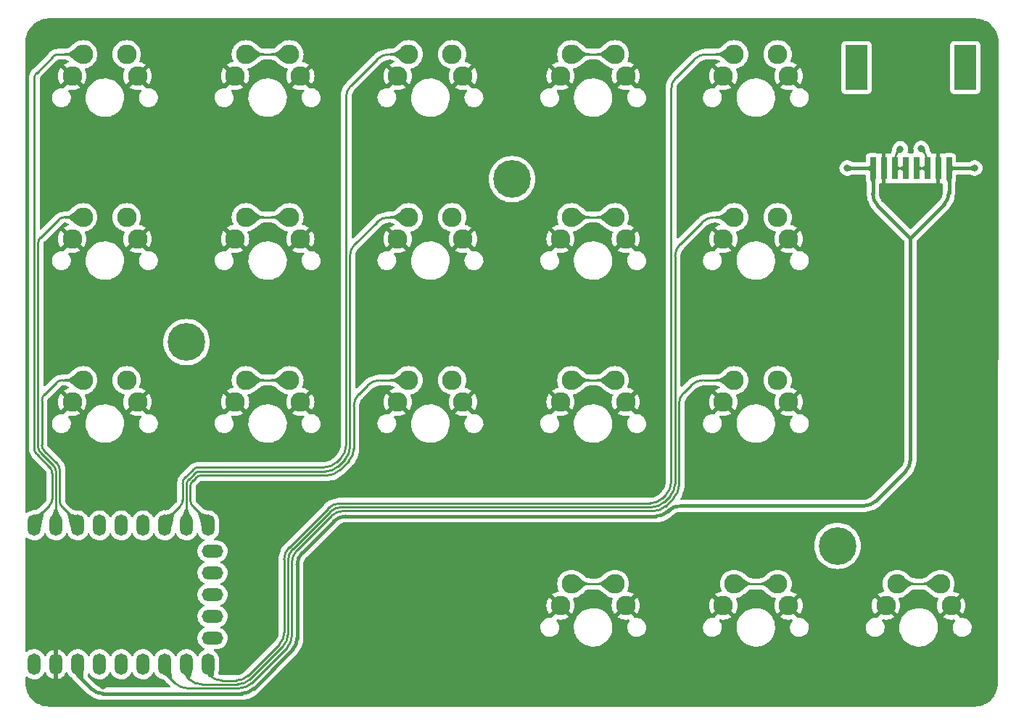
<source format=gtl>
%TF.GenerationSoftware,KiCad,Pcbnew,7.0.5*%
%TF.CreationDate,2023-06-08T13:25:00-04:00*%
%TF.ProjectId,atma,61746d61-2e6b-4696-9361-645f70636258,v1.0.0*%
%TF.SameCoordinates,Original*%
%TF.FileFunction,Copper,L1,Top*%
%TF.FilePolarity,Positive*%
%FSLAX46Y46*%
G04 Gerber Fmt 4.6, Leading zero omitted, Abs format (unit mm)*
G04 Created by KiCad (PCBNEW 7.0.5) date 2023-06-08 13:25:00*
%MOMM*%
%LPD*%
G01*
G04 APERTURE LIST*
%TA.AperFunction,ComponentPad*%
%ADD10C,2.286000*%
%TD*%
%TA.AperFunction,ComponentPad*%
%ADD11O,1.500000X2.500000*%
%TD*%
%TA.AperFunction,ComponentPad*%
%ADD12O,2.500000X1.500000*%
%TD*%
%TA.AperFunction,SMDPad,CuDef*%
%ADD13R,0.640000X2.540000*%
%TD*%
%TA.AperFunction,SMDPad,CuDef*%
%ADD14R,2.540000X5.210000*%
%TD*%
%TA.AperFunction,ComponentPad*%
%ADD15C,0.700000*%
%TD*%
%TA.AperFunction,ComponentPad*%
%ADD16C,4.400000*%
%TD*%
%TA.AperFunction,ViaPad*%
%ADD17C,0.800000*%
%TD*%
%TA.AperFunction,Conductor*%
%ADD18C,0.400000*%
%TD*%
%TA.AperFunction,Conductor*%
%ADD19C,0.250000*%
%TD*%
G04 APERTURE END LIST*
D10*
%TO.P,S1,1*%
%TO.N,matrix_pinky_bottom*%
X154940000Y-147320000D03*
%TO.P,S1,2*%
%TO.N,GND*%
X148590000Y-149860000D03*
%TO.P,S1,1*%
%TO.N,matrix_pinky_bottom*%
X149860000Y-147320000D03*
%TO.P,S1,2*%
%TO.N,GND*%
X156210000Y-149860000D03*
%TD*%
%TO.P,S2,1*%
%TO.N,matrix_pinky_home*%
X154940000Y-128270000D03*
%TO.P,S2,2*%
%TO.N,GND*%
X148590000Y-130810000D03*
%TO.P,S2,1*%
%TO.N,matrix_pinky_home*%
X149860000Y-128270000D03*
%TO.P,S2,2*%
%TO.N,GND*%
X156210000Y-130810000D03*
%TD*%
%TO.P,S3,1*%
%TO.N,matrix_pinky_top*%
X154940000Y-109220000D03*
%TO.P,S3,2*%
%TO.N,GND*%
X148590000Y-111760000D03*
%TO.P,S3,1*%
%TO.N,matrix_pinky_top*%
X149860000Y-109220000D03*
%TO.P,S3,2*%
%TO.N,GND*%
X156210000Y-111760000D03*
%TD*%
%TO.P,S4,1*%
%TO.N,matrix_ring_bottom*%
X173940000Y-147320000D03*
%TO.P,S4,2*%
%TO.N,GND*%
X167590000Y-149860000D03*
%TO.P,S4,1*%
%TO.N,matrix_ring_bottom*%
X168860000Y-147320000D03*
%TO.P,S4,2*%
%TO.N,GND*%
X175210000Y-149860000D03*
%TD*%
%TO.P,S5,1*%
%TO.N,matrix_ring_home*%
X173940000Y-128270000D03*
%TO.P,S5,2*%
%TO.N,GND*%
X167590000Y-130810000D03*
%TO.P,S5,1*%
%TO.N,matrix_ring_home*%
X168860000Y-128270000D03*
%TO.P,S5,2*%
%TO.N,GND*%
X175210000Y-130810000D03*
%TD*%
%TO.P,S6,1*%
%TO.N,matrix_ring_top*%
X173940000Y-109220000D03*
%TO.P,S6,2*%
%TO.N,GND*%
X167590000Y-111760000D03*
%TO.P,S6,1*%
%TO.N,matrix_ring_top*%
X168860000Y-109220000D03*
%TO.P,S6,2*%
%TO.N,GND*%
X175210000Y-111760000D03*
%TD*%
%TO.P,S7,1*%
%TO.N,matrix_middle_bottom*%
X192940000Y-147320000D03*
%TO.P,S7,2*%
%TO.N,GND*%
X186590000Y-149860000D03*
%TO.P,S7,1*%
%TO.N,matrix_middle_bottom*%
X187860000Y-147320000D03*
%TO.P,S7,2*%
%TO.N,GND*%
X194210000Y-149860000D03*
%TD*%
%TO.P,S8,1*%
%TO.N,matrix_middle_home*%
X192940000Y-128270000D03*
%TO.P,S8,2*%
%TO.N,GND*%
X186590000Y-130810000D03*
%TO.P,S8,1*%
%TO.N,matrix_middle_home*%
X187860000Y-128270000D03*
%TO.P,S8,2*%
%TO.N,GND*%
X194210000Y-130810000D03*
%TD*%
%TO.P,S9,1*%
%TO.N,matrix_middle_top*%
X192940000Y-109220000D03*
%TO.P,S9,2*%
%TO.N,GND*%
X186590000Y-111760000D03*
%TO.P,S9,1*%
%TO.N,matrix_middle_top*%
X187860000Y-109220000D03*
%TO.P,S9,2*%
%TO.N,GND*%
X194210000Y-111760000D03*
%TD*%
%TO.P,S10,1*%
%TO.N,matrix_index_bottom*%
X211940000Y-147320000D03*
%TO.P,S10,2*%
%TO.N,GND*%
X205590000Y-149860000D03*
%TO.P,S10,1*%
%TO.N,matrix_index_bottom*%
X206860000Y-147320000D03*
%TO.P,S10,2*%
%TO.N,GND*%
X213210000Y-149860000D03*
%TD*%
%TO.P,S11,1*%
%TO.N,matrix_index_home*%
X211940000Y-128270000D03*
%TO.P,S11,2*%
%TO.N,GND*%
X205590000Y-130810000D03*
%TO.P,S11,1*%
%TO.N,matrix_index_home*%
X206860000Y-128270000D03*
%TO.P,S11,2*%
%TO.N,GND*%
X213210000Y-130810000D03*
%TD*%
%TO.P,S12,1*%
%TO.N,matrix_index_top*%
X211940000Y-109220000D03*
%TO.P,S12,2*%
%TO.N,GND*%
X205590000Y-111760000D03*
%TO.P,S12,1*%
%TO.N,matrix_index_top*%
X206860000Y-109220000D03*
%TO.P,S12,2*%
%TO.N,GND*%
X213210000Y-111760000D03*
%TD*%
%TO.P,S13,1*%
%TO.N,matrix_inner_bottom*%
X230940000Y-147320000D03*
%TO.P,S13,2*%
%TO.N,GND*%
X224590000Y-149860000D03*
%TO.P,S13,1*%
%TO.N,matrix_inner_bottom*%
X225860000Y-147320000D03*
%TO.P,S13,2*%
%TO.N,GND*%
X232210000Y-149860000D03*
%TD*%
%TO.P,S14,1*%
%TO.N,matrix_inner_home*%
X230940000Y-128270000D03*
%TO.P,S14,2*%
%TO.N,GND*%
X224590000Y-130810000D03*
%TO.P,S14,1*%
%TO.N,matrix_inner_home*%
X225860000Y-128270000D03*
%TO.P,S14,2*%
%TO.N,GND*%
X232210000Y-130810000D03*
%TD*%
%TO.P,S15,1*%
%TO.N,matrix_inner_top*%
X230940000Y-109220000D03*
%TO.P,S15,2*%
%TO.N,GND*%
X224590000Y-111760000D03*
%TO.P,S15,1*%
%TO.N,matrix_inner_top*%
X225860000Y-109220000D03*
%TO.P,S15,2*%
%TO.N,GND*%
X232210000Y-111760000D03*
%TD*%
%TO.P,S16,1*%
%TO.N,thumbfan_near_home*%
X211940000Y-171132500D03*
%TO.P,S16,2*%
%TO.N,GND*%
X205590000Y-173672500D03*
%TO.P,S16,1*%
%TO.N,thumbfan_near_home*%
X206860000Y-171132500D03*
%TO.P,S16,2*%
%TO.N,GND*%
X213210000Y-173672500D03*
%TD*%
%TO.P,S17,1*%
%TO.N,thumbfan_home_home*%
X230940000Y-171132500D03*
%TO.P,S17,2*%
%TO.N,GND*%
X224590000Y-173672500D03*
%TO.P,S17,1*%
%TO.N,thumbfan_home_home*%
X225860000Y-171132500D03*
%TO.P,S17,2*%
%TO.N,GND*%
X232210000Y-173672500D03*
%TD*%
%TO.P,S18,1*%
%TO.N,thumbfan_far_home*%
X249940000Y-171132500D03*
%TO.P,S18,2*%
%TO.N,GND*%
X243590000Y-173672500D03*
%TO.P,S18,1*%
%TO.N,thumbfan_far_home*%
X244860000Y-171132500D03*
%TO.P,S18,2*%
%TO.N,GND*%
X251210000Y-173672500D03*
%TD*%
D11*
%TO.P,,1*%
%TO.N,matrix_pinky_top*%
X144145000Y-164282500D03*
%TO.P,,2*%
%TO.N,matrix_pinky_home*%
X146685000Y-164282500D03*
%TO.P,,3*%
%TO.N,matrix_pinky_bottom*%
X149225000Y-164282500D03*
%TO.P,,4*%
%TO.N,matrix_ring_bottom*%
X151765000Y-164282500D03*
%TO.P,,5*%
%TO.N,matrix_ring_home*%
X154305000Y-164282500D03*
%TO.P,,6*%
%TO.N,matrix_ring_top*%
X156845000Y-164282500D03*
%TO.P,,7*%
%TO.N,matrix_middle_top*%
X159385000Y-164282500D03*
%TO.P,,8*%
%TO.N,matrix_middle_home*%
X161925000Y-164282500D03*
%TO.P,,9*%
%TO.N,matrix_middle_bottom*%
X164465000Y-164282500D03*
D12*
%TO.P,,10*%
%TO.N,matrix_index_bottom*%
X164965000Y-167322500D03*
%TO.P,,11*%
%TO.N,matrix_index_home*%
X164965000Y-169862500D03*
%TO.P,,12*%
%TO.N,matrix_index_top*%
X164965000Y-172402500D03*
%TO.P,,13*%
%TO.N,GP12*%
X164965000Y-174942500D03*
%TO.P,,14*%
%TO.N,GP13*%
X164965000Y-177482500D03*
D11*
%TO.P,,15*%
%TO.N,matrix_inner_top*%
X164465000Y-180522500D03*
%TO.P,,16*%
%TO.N,matrix_inner_home*%
X161925000Y-180522500D03*
%TO.P,,17*%
%TO.N,matrix_inner_bottom*%
X159385000Y-180522500D03*
%TO.P,,18*%
%TO.N,thumbfan_near_home*%
X156845000Y-180522500D03*
%TO.P,,19*%
%TO.N,thumbfan_home_home*%
X154305000Y-180522500D03*
%TO.P,,20*%
%TO.N,thumbfan_far_home*%
X151765000Y-180522500D03*
%TO.P,,21*%
%TO.N,3V3*%
X149225000Y-180522500D03*
%TO.P,,22*%
%TO.N,GND*%
X146685000Y-180522500D03*
%TO.P,,23*%
%TO.N,5V*%
X144145000Y-180522500D03*
%TD*%
D13*
%TO.P,,1*%
%TO.N,3V3*%
X250942500Y-122559500D03*
%TO.P,,2*%
%TO.N,GND*%
X249672500Y-122559500D03*
%TO.P,,3*%
%TO.N,GP13*%
X248402500Y-122559500D03*
%TO.P,,4*%
X247132500Y-122559500D03*
%TO.P,,5*%
%TO.N,GP12*%
X245862500Y-122559500D03*
%TO.P,,6*%
X244592500Y-122559500D03*
%TO.P,,7*%
%TO.N,GND*%
X243322500Y-122559500D03*
%TO.P,,8*%
%TO.N,3V3*%
X242052500Y-122559500D03*
D14*
%TO.P,,9*%
%TO.N,N/C*%
X252847500Y-110784500D03*
%TO.P,,10*%
X240147500Y-110784500D03*
%TD*%
D15*
%TO.P,_3,1*%
%TO.N,N/C*%
X163091726Y-144041726D03*
D16*
X161925000Y-142875000D03*
D15*
X161925000Y-144525000D03*
X163091726Y-141708274D03*
X160275000Y-142875000D03*
X160758274Y-141708274D03*
X160758274Y-144041726D03*
X163575000Y-142875000D03*
X161925000Y-141225000D03*
%TD*%
%TO.P,_4,1*%
%TO.N,N/C*%
X201091726Y-124991726D03*
D16*
X199925000Y-123825000D03*
D15*
X199925000Y-125475000D03*
X201091726Y-122658274D03*
X198275000Y-123825000D03*
X198758274Y-122658274D03*
X198758274Y-124991726D03*
X201575000Y-123825000D03*
X199925000Y-122175000D03*
%TD*%
%TO.P,_5,1*%
%TO.N,N/C*%
X239091726Y-167854226D03*
D16*
X237925000Y-166687500D03*
D15*
X237925000Y-168337500D03*
X239091726Y-165520774D03*
X236275000Y-166687500D03*
X236758274Y-165520774D03*
X236758274Y-167854226D03*
X239575000Y-166687500D03*
X237925000Y-165037500D03*
%TD*%
D17*
%TO.N,GND*%
X154228800Y-172415200D03*
X152146000Y-183032400D03*
X246430800Y-128473200D03*
%TO.N,3V3*%
X239064800Y-122529600D03*
X253949200Y-122529600D03*
%TO.N,GP12*%
X245262400Y-120294400D03*
%TO.N,GP13*%
X247700800Y-120243600D03*
%TD*%
D18*
%TO.N,3V3*%
X168350449Y-183955034D02*
G75*
G03*
X169764663Y-183369213I-49J2000034D01*
G01*
X175440385Y-167482687D02*
G75*
G03*
X174854600Y-168896903I1414215J-1414213D01*
G01*
X174268790Y-178865037D02*
G75*
G03*
X174854600Y-177450848I-1414190J1414237D01*
G01*
X180515703Y-163235803D02*
G75*
G03*
X179101491Y-163821587I-3J-1999997D01*
G01*
D19*
%TO.N,matrix_inner_home*%
X180070423Y-162160817D02*
G75*
G03*
X178656210Y-162746586I-23J-1999983D01*
G01*
X174365375Y-167037397D02*
G75*
G03*
X173779600Y-168451623I1414225J-1414203D01*
G01*
X173193830Y-178419798D02*
G75*
G03*
X173779600Y-177005569I-1414230J1414198D01*
G01*
X167905169Y-182879977D02*
G75*
G03*
X169319382Y-182294212I31J1999977D01*
G01*
%TO.N,matrix_inner_bottom*%
X168091565Y-183329975D02*
G75*
G03*
X169505779Y-182744213I35J1999975D01*
G01*
X173643832Y-178606196D02*
G75*
G03*
X174229600Y-177191965I-1414232J1414196D01*
G01*
X174815377Y-167223795D02*
G75*
G03*
X174229600Y-168638019I1414223J-1414205D01*
G01*
X180256819Y-162610814D02*
G75*
G03*
X178842606Y-163196586I-19J-1999986D01*
G01*
%TO.N,matrix_inner_top*%
X173915373Y-166850999D02*
G75*
G03*
X173329600Y-168265227I1414227J-1414201D01*
G01*
X179884027Y-161710820D02*
G75*
G03*
X178469815Y-162296587I-27J-1999980D01*
G01*
X172743828Y-178233400D02*
G75*
G03*
X173329600Y-176819173I-1414228J1414200D01*
G01*
X167718773Y-182429980D02*
G75*
G03*
X169132986Y-181844212I27J1999980D01*
G01*
D18*
%TO.N,3V3*%
X150780999Y-183369227D02*
G75*
G03*
X152195227Y-183955000I1414201J1414227D01*
G01*
X149225000Y-180022500D02*
X149225000Y-181813200D01*
X218116271Y-162650013D02*
X218179298Y-162586986D01*
X216702057Y-163235769D02*
G75*
G03*
X218116271Y-162650013I43J1999969D01*
G01*
X219593511Y-162001208D02*
G75*
G03*
X218179298Y-162586986I-11J-1999992D01*
G01*
X219593511Y-162001200D02*
X241030373Y-162001200D01*
X241030373Y-162001180D02*
G75*
G03*
X242444586Y-161415412I27J1999980D01*
G01*
X245845028Y-158015000D02*
G75*
G03*
X246430800Y-156600773I-1414228J1414200D01*
G01*
X149225000Y-181813200D02*
X150781013Y-183369213D01*
X152195227Y-183955000D02*
X168350449Y-183955000D01*
X169764663Y-183369213D02*
X174268814Y-178865061D01*
X175440387Y-167482689D02*
X179101490Y-163821586D01*
X174854600Y-177450848D02*
X174854600Y-168896903D01*
X180515703Y-163235800D02*
X216702057Y-163235800D01*
X242444587Y-161415413D02*
X245845014Y-158014986D01*
X246430800Y-156600773D02*
X246430800Y-130708400D01*
D19*
%TO.N,matrix_inner_bottom*%
X160595400Y-182744228D02*
G75*
G03*
X162009627Y-183330000I1414200J1414228D01*
G01*
X222265627Y-147320020D02*
G75*
G03*
X220851415Y-147905787I-27J-1999980D01*
G01*
X216443173Y-162610780D02*
G75*
G03*
X217857386Y-162025012I27J1999980D01*
G01*
X218819428Y-161063000D02*
G75*
G03*
X219405200Y-159648773I-1414228J1414200D01*
G01*
X219990973Y-148766199D02*
G75*
G03*
X219405200Y-150180427I1414227J-1414201D01*
G01*
X159385000Y-181533800D02*
X160595414Y-182744214D01*
X162009627Y-183330000D02*
X168091565Y-183330000D01*
X169505779Y-182744213D02*
X173643814Y-178606178D01*
X174229600Y-177191965D02*
X174229600Y-168638019D01*
X174815387Y-167223805D02*
X178842606Y-163196586D01*
X180256819Y-162610800D02*
X216443173Y-162610800D01*
X217857387Y-162025013D02*
X218819414Y-161062986D01*
X219405200Y-159648773D02*
X219405200Y-150180427D01*
X219990987Y-148766213D02*
X220851414Y-147905786D01*
X222265627Y-147320000D02*
X225860000Y-147320000D01*
%TO.N,matrix_inner_home*%
X174365387Y-167037409D02*
X178656210Y-162746586D01*
X169319383Y-182294213D02*
X173193814Y-178419782D01*
X163693227Y-182880000D02*
X167905169Y-182880000D01*
X223535627Y-128270020D02*
G75*
G03*
X222121415Y-128855787I-27J-1999980D01*
G01*
X217670991Y-161575013D02*
X218369414Y-160876590D01*
X219540973Y-131436199D02*
G75*
G03*
X218955200Y-132850427I1414227J-1414201D01*
G01*
X161925000Y-181940200D02*
X162279014Y-182294214D01*
X218369426Y-160876602D02*
G75*
G03*
X218955200Y-159462377I-1414226J1414202D01*
G01*
X216256777Y-162160783D02*
G75*
G03*
X217670991Y-161575013I23J1999983D01*
G01*
X180070423Y-162160800D02*
X216256777Y-162160800D01*
X173779600Y-177005569D02*
X173779600Y-168451623D01*
X161925000Y-180022500D02*
X161925000Y-181940200D01*
X162279000Y-182294228D02*
G75*
G03*
X163693227Y-182880000I1414200J1414228D01*
G01*
X218955200Y-159462377D02*
X218955200Y-132850427D01*
X219540987Y-131436213D02*
X222121414Y-128855786D01*
X223535627Y-128270000D02*
X225860000Y-128270000D01*
%TO.N,matrix_inner_top*%
X179884027Y-161710800D02*
X216070381Y-161710800D01*
X169132987Y-181844213D02*
X172743814Y-178233386D01*
X173329600Y-176819173D02*
X173329600Y-168265227D01*
X217484595Y-161125013D02*
X217919414Y-160690194D01*
X164623000Y-181844228D02*
G75*
G03*
X166037227Y-182430000I1414200J1414228D01*
G01*
X173915387Y-166851013D02*
X178469814Y-162296586D01*
X164465000Y-181686200D02*
X164623014Y-181844214D01*
X166037227Y-182430000D02*
X167718773Y-182430000D01*
X164465000Y-180022500D02*
X164465000Y-181686200D01*
X222621227Y-109220020D02*
G75*
G03*
X221207015Y-109805787I-27J-1999980D01*
G01*
X219090973Y-111921799D02*
G75*
G03*
X218505200Y-113336027I1414227J-1414201D01*
G01*
X217919424Y-160690204D02*
G75*
G03*
X218505200Y-159275981I-1414224J1414204D01*
G01*
X216070381Y-161710786D02*
G75*
G03*
X217484595Y-161125013I19J1999986D01*
G01*
X218505200Y-159275981D02*
X218505200Y-113336027D01*
X219090987Y-111921813D02*
X221207014Y-109805786D01*
X222621227Y-109220000D02*
X225860000Y-109220000D01*
%TO.N,matrix_pinky_bottom*%
X147429414Y-147320010D02*
G75*
G03*
X146722307Y-147612893I-14J-999990D01*
G01*
X147134990Y-157810814D02*
G75*
G03*
X146842107Y-157103707I-999990J14D01*
G01*
X147135010Y-161452786D02*
G75*
G03*
X147427893Y-162159893I999990J-14D01*
G01*
X145337886Y-148997300D02*
G75*
G03*
X145045000Y-149704414I707114J-707100D01*
G01*
X145045010Y-154892386D02*
G75*
G03*
X145337893Y-155599493I999990J-14D01*
G01*
%TO.N,matrix_pinky_top*%
X144437886Y-111390900D02*
G75*
G03*
X144145000Y-112098014I707114J-707100D01*
G01*
X144145016Y-155265178D02*
G75*
G03*
X144437894Y-155972284I999984J-22D01*
G01*
%TO.N,matrix_pinky_home*%
X147683414Y-128270010D02*
G75*
G03*
X146976307Y-128562893I-14J-999990D01*
G01*
X144887886Y-130651300D02*
G75*
G03*
X144595000Y-131358414I707114J-707100D01*
G01*
X144595013Y-155078782D02*
G75*
G03*
X144887893Y-155785889I999987J-18D01*
G01*
X146684993Y-157997210D02*
G75*
G03*
X146392107Y-157290103I-999993J10D01*
G01*
%TO.N,matrix_pinky_top*%
X146234996Y-158183606D02*
G75*
G03*
X145942107Y-157476499I-999996J6D01*
G01*
X145942114Y-161956700D02*
G75*
G03*
X146235000Y-161249586I-707114J707100D01*
G01*
X147023014Y-109220010D02*
G75*
G03*
X146315907Y-109512893I-14J-999990D01*
G01*
X144145000Y-163753800D02*
X145942107Y-161956693D01*
X146235000Y-161249586D02*
X146235000Y-158183606D01*
X144437893Y-111390907D02*
X146315907Y-109512893D01*
X145942107Y-157476499D02*
X144437893Y-155972285D01*
X144145000Y-155265178D02*
X144145000Y-112098014D01*
X147023014Y-109220000D02*
X149860000Y-109220000D01*
%TO.N,matrix_pinky_home*%
X146685000Y-164782500D02*
X146685000Y-157997210D01*
X146392107Y-157290103D02*
X144887893Y-155785889D01*
X144595000Y-155078782D02*
X144595000Y-131358414D01*
X144887893Y-130651307D02*
X146976307Y-128562893D01*
X147683414Y-128270000D02*
X149860000Y-128270000D01*
%TO.N,matrix_pinky_bottom*%
X149225000Y-163957000D02*
X147427893Y-162159893D01*
X147135000Y-161452786D02*
X147135000Y-157810814D01*
X146842107Y-157103707D02*
X145337893Y-155599493D01*
X145045000Y-154892386D02*
X145045000Y-149704414D01*
X145337893Y-148997307D02*
X146722307Y-147612893D01*
X147429414Y-147320000D02*
X149860000Y-147320000D01*
%TO.N,matrix_middle_bottom*%
X163707410Y-158450007D02*
G75*
G03*
X163000303Y-158742893I-10J-999993D01*
G01*
X162667888Y-159075298D02*
G75*
G03*
X162375000Y-159782410I707112J-707102D01*
G01*
X162375010Y-161351186D02*
G75*
G03*
X162667893Y-162058293I999990J-14D01*
G01*
%TO.N,matrix_middle_top*%
X163384618Y-157500013D02*
G75*
G03*
X162677511Y-157792893I-18J-999987D01*
G01*
X161767884Y-158702502D02*
G75*
G03*
X161475000Y-159409618I707116J-707098D01*
G01*
X161182114Y-162058300D02*
G75*
G03*
X161475000Y-161351186I-707114J707100D01*
G01*
%TO.N,matrix_middle_home*%
X163521014Y-158000010D02*
G75*
G03*
X162813907Y-158292893I-14J-999990D01*
G01*
X162217886Y-158888900D02*
G75*
G03*
X161925000Y-159596014I707114J-707100D01*
G01*
%TO.N,matrix_middle_bottom*%
X178357969Y-158449977D02*
G75*
G03*
X179772182Y-157864212I31J1999977D01*
G01*
X180864230Y-156772198D02*
G75*
G03*
X181450000Y-155357969I-1414230J1414198D01*
G01*
X184508427Y-147320020D02*
G75*
G03*
X183094215Y-147905787I-27J-1999980D01*
G01*
X162667893Y-159075303D02*
X163000303Y-158742893D01*
X182035772Y-148964200D02*
G75*
G03*
X181450000Y-150378427I1414228J-1414200D01*
G01*
X181450000Y-155357969D02*
X181450000Y-150378427D01*
X164465000Y-163855400D02*
X162667893Y-162058293D01*
X179772183Y-157864213D02*
X180864214Y-156772182D01*
X184508427Y-147320000D02*
X187860000Y-147320000D01*
X162375000Y-161351186D02*
X162375000Y-159782410D01*
X163707410Y-158450000D02*
X178357969Y-158450000D01*
X182035786Y-148964214D02*
X183094214Y-147905786D01*
%TO.N,matrix_middle_top*%
X178035177Y-157499983D02*
G75*
G03*
X179449391Y-156914213I23J1999983D01*
G01*
X159385000Y-163855400D02*
X161182107Y-162058293D01*
X179964226Y-156399402D02*
G75*
G03*
X180550000Y-154985177I-1414226J1414202D01*
G01*
X181135773Y-112864199D02*
G75*
G03*
X180550000Y-114278427I1414227J-1414201D01*
G01*
X185608427Y-109220020D02*
G75*
G03*
X184194215Y-109805787I-27J-1999980D01*
G01*
X161475000Y-161351186D02*
X161475000Y-159409618D01*
X161767893Y-158702511D02*
X162677511Y-157792893D01*
X163384618Y-157500000D02*
X178035177Y-157500000D01*
X179449391Y-156914213D02*
X179964214Y-156399390D01*
X180550000Y-154985177D02*
X180550000Y-114278427D01*
X181135787Y-112864213D02*
X184194214Y-109805786D01*
X185608427Y-109220000D02*
X187860000Y-109220000D01*
%TO.N,matrix_middle_home*%
X178171573Y-157999980D02*
G75*
G03*
X179585786Y-157414212I27J1999980D01*
G01*
X179585787Y-157414213D02*
X180414214Y-156585786D01*
X185558427Y-128270000D02*
X187860000Y-128270000D01*
X180414228Y-156585800D02*
G75*
G03*
X181000000Y-155171573I-1414228J1414200D01*
G01*
X181585773Y-131414199D02*
G75*
G03*
X181000000Y-132828427I1414227J-1414201D01*
G01*
X163521014Y-158000000D02*
X178171573Y-158000000D01*
X185558427Y-128270020D02*
G75*
G03*
X184144215Y-128855787I-27J-1999980D01*
G01*
X161925000Y-164782500D02*
X161925000Y-159596014D01*
X162217893Y-158888907D02*
X162813907Y-158292893D01*
X181000000Y-155171573D02*
X181000000Y-132828427D01*
X181585787Y-131414213D02*
X184144214Y-128855786D01*
D18*
%TO.N,3V3*%
X242052520Y-125501673D02*
G75*
G03*
X242638288Y-126915886I1999980J-27D01*
G01*
X250356727Y-126782501D02*
G75*
G03*
X250942500Y-125368273I-1414227J1414201D01*
G01*
D19*
%TO.N,GP13*%
X248402480Y-121773727D02*
G75*
G03*
X247816712Y-120359514I-1999980J27D01*
G01*
%TO.N,GP12*%
X245178273Y-120378499D02*
G75*
G03*
X244592500Y-121792727I1414227J-1414201D01*
G01*
%TO.N,thumbfan_far_home*%
X244860000Y-171132500D02*
X249940000Y-171132500D01*
%TO.N,thumbfan_home_home*%
X225860000Y-171132500D02*
X230940000Y-171132500D01*
%TO.N,thumbfan_near_home*%
X206860000Y-171132500D02*
X211940000Y-171132500D01*
%TO.N,matrix_index_top*%
X206860000Y-109220000D02*
X211940000Y-109220000D01*
%TO.N,matrix_index_home*%
X206860000Y-128270000D02*
X211940000Y-128270000D01*
%TO.N,matrix_index_bottom*%
X206860000Y-147320000D02*
X211940000Y-147320000D01*
%TO.N,matrix_ring_bottom*%
X168860000Y-147320000D02*
X173940000Y-147320000D01*
%TO.N,matrix_ring_home*%
X168860000Y-128270000D02*
X173940000Y-128270000D01*
%TO.N,matrix_ring_top*%
X168860000Y-109220000D02*
X173940000Y-109220000D01*
D18*
%TO.N,3V3*%
X250942500Y-122559500D02*
X250942500Y-125368273D01*
X250356713Y-126782487D02*
X246430800Y-130708400D01*
X239094700Y-122559500D02*
X239064800Y-122529600D01*
X242052500Y-122559500D02*
X239094700Y-122559500D01*
X250942500Y-122559500D02*
X253919300Y-122559500D01*
X253919300Y-122559500D02*
X253949200Y-122529600D01*
X242052500Y-122559500D02*
X242052500Y-125501673D01*
X242638287Y-126915887D02*
X246430800Y-130708400D01*
D19*
%TO.N,GP12*%
X245178287Y-120378513D02*
X245262400Y-120294400D01*
%TO.N,GP13*%
X247816713Y-120359513D02*
X247700800Y-120243600D01*
X247132500Y-122559500D02*
X248402500Y-122559500D01*
%TO.N,GP12*%
X244592500Y-122559500D02*
X245862500Y-122559500D01*
%TD*%
%TA.AperFunction,Conductor*%
%TO.N,GND*%
G36*
X253974875Y-105025598D02*
G01*
X254277631Y-105042611D01*
X254284531Y-105043388D01*
X254581763Y-105093914D01*
X254588537Y-105095462D01*
X254714658Y-105131813D01*
X254878241Y-105178962D01*
X254884785Y-105181253D01*
X255162766Y-105296451D01*
X255163307Y-105296675D01*
X255169578Y-105299697D01*
X255301493Y-105372639D01*
X255433415Y-105445586D01*
X255439298Y-105449284D01*
X255685135Y-105623809D01*
X255690572Y-105628148D01*
X255915307Y-105829102D01*
X255920222Y-105834020D01*
X256121041Y-106058889D01*
X256125379Y-106064333D01*
X256299743Y-106310274D01*
X256303437Y-106316158D01*
X256449164Y-106580097D01*
X256452178Y-106586363D01*
X256567418Y-106864943D01*
X256569713Y-106871514D01*
X256653026Y-107161256D01*
X256654571Y-107168043D01*
X256704907Y-107465297D01*
X256705681Y-107472200D01*
X256722549Y-107775796D01*
X256722644Y-107779275D01*
X256676379Y-182695027D01*
X256676352Y-182737448D01*
X256676252Y-182740922D01*
X256659083Y-183043440D01*
X256658300Y-183050343D01*
X256607677Y-183347300D01*
X256606126Y-183354080D01*
X256522584Y-183643504D01*
X256520283Y-183650068D01*
X256404870Y-183928331D01*
X256401850Y-183934596D01*
X256273041Y-184167425D01*
X256256530Y-184197271D01*
X256256025Y-184198183D01*
X256252322Y-184204071D01*
X256077906Y-184449687D01*
X256073568Y-184455123D01*
X255872762Y-184679673D01*
X255867842Y-184684590D01*
X255643165Y-184885255D01*
X255637726Y-184889590D01*
X255391997Y-185063850D01*
X255386107Y-185067550D01*
X255122426Y-185213209D01*
X255116159Y-185216226D01*
X254837826Y-185331460D01*
X254831261Y-185333757D01*
X254541786Y-185417114D01*
X254535005Y-185418661D01*
X254238009Y-185469098D01*
X254231097Y-185469876D01*
X253979132Y-185484017D01*
X253927709Y-185486903D01*
X253924238Y-185487000D01*
X145876742Y-185487000D01*
X145873265Y-185486902D01*
X145570632Y-185469907D01*
X145563718Y-185469128D01*
X145266616Y-185418647D01*
X145259832Y-185417099D01*
X144970243Y-185333670D01*
X144963676Y-185331372D01*
X144685687Y-185216226D01*
X144685253Y-185216046D01*
X144678988Y-185213029D01*
X144415228Y-185067253D01*
X144409336Y-185063551D01*
X144163558Y-184889162D01*
X144158117Y-184884824D01*
X143933408Y-184684011D01*
X143928488Y-184679091D01*
X143727675Y-184454382D01*
X143723337Y-184448941D01*
X143548948Y-184203163D01*
X143545246Y-184197271D01*
X143400070Y-183934596D01*
X143399466Y-183933502D01*
X143396456Y-183927254D01*
X143281126Y-183648820D01*
X143278829Y-183642256D01*
X143195400Y-183352667D01*
X143193852Y-183345883D01*
X143176912Y-183246184D01*
X143143369Y-183048769D01*
X143142593Y-183041876D01*
X143127456Y-182772325D01*
X143125598Y-182739235D01*
X143125500Y-182735758D01*
X143125500Y-182079029D01*
X143145185Y-182011990D01*
X143197989Y-181966235D01*
X143267147Y-181956291D01*
X143330703Y-181985316D01*
X143335179Y-181989390D01*
X143341901Y-181995817D01*
X143357167Y-182010413D01*
X143546227Y-182135210D01*
X143754522Y-182224240D01*
X143754525Y-182224241D01*
X143754530Y-182224243D01*
X143975385Y-182274651D01*
X144201691Y-182284815D01*
X144426175Y-182254406D01*
X144641621Y-182184403D01*
X144841106Y-182077056D01*
X145018218Y-181935814D01*
X145167263Y-181765218D01*
X145283453Y-181570750D01*
X145303354Y-181517723D01*
X145345338Y-181461877D01*
X145410851Y-181437593D01*
X145479094Y-181452584D01*
X145528399Y-181502090D01*
X145531166Y-181507494D01*
X145607598Y-181666208D01*
X145607602Y-181666216D01*
X145739851Y-181848241D01*
X145739857Y-181848249D01*
X145902486Y-182003737D01*
X146090266Y-182127691D01*
X146297169Y-182216124D01*
X146297178Y-182216127D01*
X146434999Y-182247584D01*
X146435000Y-182247584D01*
X146435000Y-180458001D01*
X146542685Y-180507180D01*
X146649237Y-180522500D01*
X146720763Y-180522500D01*
X146827315Y-180507180D01*
X146935000Y-180458001D01*
X146935000Y-182250049D01*
X146964267Y-182246086D01*
X146964273Y-182246085D01*
X147178268Y-182176554D01*
X147376401Y-182069934D01*
X147376404Y-182069932D01*
X147552320Y-181929645D01*
X147700352Y-181760207D01*
X147700359Y-181760199D01*
X147815759Y-181567053D01*
X147815760Y-181567051D01*
X147834116Y-181518141D01*
X147876101Y-181462293D01*
X147941614Y-181438008D01*
X148009857Y-181452998D01*
X148059162Y-181502504D01*
X148061930Y-181507908D01*
X148140273Y-181670590D01*
X148140275Y-181670593D01*
X148273424Y-181853857D01*
X148273431Y-181853865D01*
X148437164Y-182010410D01*
X148437163Y-182010410D01*
X148543647Y-182080699D01*
X148588752Y-182134059D01*
X148591277Y-182140212D01*
X148593045Y-182144873D01*
X148593046Y-182144875D01*
X148598941Y-182153416D01*
X148609966Y-182172963D01*
X148614225Y-182182427D01*
X148652916Y-182231811D01*
X148655136Y-182234828D01*
X148690783Y-182286471D01*
X148690784Y-182286472D01*
X148690785Y-182286473D01*
X148737772Y-182328100D01*
X148740464Y-182330634D01*
X149180240Y-182770410D01*
X149181977Y-182772229D01*
X149182074Y-182772325D01*
X149190169Y-182780339D01*
X150221242Y-183811412D01*
X150221262Y-183811434D01*
X150243698Y-183833869D01*
X150243730Y-183833928D01*
X150387576Y-183977771D01*
X150625399Y-184167426D01*
X150625421Y-184167443D01*
X150883008Y-184329292D01*
X151157097Y-184461283D01*
X151157100Y-184461284D01*
X151157102Y-184461285D01*
X151219586Y-184483148D01*
X151444241Y-184561755D01*
X151461418Y-184565675D01*
X151740811Y-184629442D01*
X151740817Y-184629442D01*
X151740828Y-184629445D01*
X152043130Y-184663502D01*
X152195235Y-184663500D01*
X152195238Y-184663500D01*
X168267268Y-184663500D01*
X168267302Y-184663501D01*
X168270634Y-184663501D01*
X168270638Y-184663502D01*
X168299068Y-184663501D01*
X168299182Y-184663534D01*
X168350466Y-184663533D01*
X168350466Y-184663534D01*
X168502570Y-184663531D01*
X168502574Y-184663531D01*
X168530705Y-184660360D01*
X168804873Y-184629462D01*
X168804882Y-184629460D01*
X168804883Y-184629460D01*
X168953165Y-184595611D01*
X169101457Y-184561762D01*
X169388597Y-184461280D01*
X169662681Y-184329281D01*
X169920263Y-184167425D01*
X170158103Y-183977747D01*
X170265657Y-183870189D01*
X170265658Y-183870190D01*
X170265663Y-183870182D01*
X170271296Y-183864550D01*
X174800105Y-179335740D01*
X174800108Y-179335735D01*
X174801074Y-179334770D01*
X174801802Y-179333995D01*
X174877323Y-179258478D01*
X175066999Y-179020641D01*
X175228853Y-178763063D01*
X175360850Y-178488982D01*
X175461330Y-178201846D01*
X175529029Y-177905265D01*
X175563097Y-177602970D01*
X175563098Y-177498829D01*
X175563100Y-177498815D01*
X175563100Y-177442677D01*
X175563100Y-177425809D01*
X175563102Y-177371036D01*
X175563100Y-177371031D01*
X175563101Y-177367522D01*
X175563100Y-177367486D01*
X175563100Y-176159855D01*
X203214843Y-176159855D01*
X203224852Y-176369959D01*
X203274442Y-176574371D01*
X203319082Y-176672119D01*
X203361820Y-176765704D01*
X203361824Y-176765710D01*
X203483826Y-176937039D01*
X203483831Y-176937044D01*
X203636063Y-177082197D01*
X203813014Y-177195916D01*
X204008288Y-177274093D01*
X204137084Y-177298916D01*
X204214828Y-177313900D01*
X204214829Y-177313900D01*
X204372461Y-177313900D01*
X204372468Y-177313900D01*
X204529389Y-177298916D01*
X204731211Y-177239656D01*
X204918170Y-177143271D01*
X205083510Y-177013247D01*
X205221255Y-176854281D01*
X205326426Y-176672119D01*
X205395222Y-176473346D01*
X205421919Y-176287667D01*
X207151833Y-176287667D01*
X207181910Y-176586642D01*
X207181911Y-176586649D01*
X207251568Y-176878941D01*
X207251571Y-176878953D01*
X207359566Y-177159353D01*
X207359573Y-177159368D01*
X207503979Y-177422875D01*
X207503983Y-177422881D01*
X207595296Y-177546812D01*
X207682223Y-177664790D01*
X207812257Y-177799244D01*
X207891120Y-177880788D01*
X207891127Y-177880794D01*
X207922128Y-177905275D01*
X208126946Y-178067018D01*
X208385487Y-178220152D01*
X208662133Y-178337460D01*
X208662136Y-178337460D01*
X208662139Y-178337462D01*
X208728785Y-178355718D01*
X208951946Y-178416848D01*
X209249755Y-178456900D01*
X209249760Y-178456900D01*
X209475041Y-178456900D01*
X209638513Y-178445956D01*
X209699819Y-178441852D01*
X209994287Y-178381999D01*
X210278151Y-178283431D01*
X210546343Y-178147907D01*
X210794080Y-177977846D01*
X211016939Y-177776282D01*
X211210943Y-177546812D01*
X211372631Y-177293532D01*
X211499118Y-177020960D01*
X211588146Y-176733962D01*
X211638126Y-176437658D01*
X211648167Y-176137336D01*
X211618089Y-175838355D01*
X211548430Y-175546051D01*
X211440431Y-175265640D01*
X211296021Y-175002125D01*
X211117777Y-174760210D01*
X210908879Y-174544211D01*
X210908872Y-174544205D01*
X210673055Y-174357983D01*
X210673056Y-174357983D01*
X210673054Y-174357982D01*
X210414513Y-174204848D01*
X210137867Y-174087540D01*
X210137860Y-174087537D01*
X209848059Y-174008153D01*
X209848056Y-174008152D01*
X209848054Y-174008152D01*
X209550245Y-173968100D01*
X209324967Y-173968100D01*
X209324959Y-173968100D01*
X209100183Y-173983147D01*
X209100174Y-173983149D01*
X208805710Y-174043001D01*
X208521847Y-174141569D01*
X208521844Y-174141571D01*
X208253662Y-174277089D01*
X208005918Y-174447155D01*
X207783062Y-174648716D01*
X207589058Y-174878186D01*
X207589056Y-174878188D01*
X207427366Y-175131472D01*
X207300886Y-175404031D01*
X207300882Y-175404040D01*
X207282447Y-175463468D01*
X207211854Y-175691035D01*
X207161874Y-175987342D01*
X207151833Y-176287667D01*
X205421919Y-176287667D01*
X205425157Y-176265145D01*
X205415148Y-176055041D01*
X205365558Y-175850629D01*
X205278179Y-175659295D01*
X205263447Y-175638607D01*
X205152743Y-175483144D01*
X205154177Y-175482122D01*
X205128566Y-175426035D01*
X205138514Y-175356877D01*
X205184271Y-175304076D01*
X205251312Y-175284395D01*
X205280253Y-175287821D01*
X205332181Y-175300288D01*
X205590000Y-175320579D01*
X205847820Y-175300288D01*
X206099285Y-175239917D01*
X206338213Y-175140950D01*
X206558713Y-175005826D01*
X206558723Y-175005819D01*
X206564678Y-175000732D01*
X206564678Y-175000731D01*
X205915400Y-174351452D01*
X205928575Y-174346657D01*
X206074920Y-174250405D01*
X206195123Y-174122997D01*
X206267935Y-173996882D01*
X206918231Y-174647178D01*
X206918232Y-174647178D01*
X206923319Y-174641223D01*
X206923326Y-174641213D01*
X207058450Y-174420713D01*
X207157417Y-174181785D01*
X207217788Y-173930320D01*
X207238079Y-173672499D01*
X207217788Y-173414679D01*
X207157417Y-173163214D01*
X207060887Y-172930171D01*
X207053418Y-172860702D01*
X207084693Y-172798222D01*
X207144782Y-172762570D01*
X207146443Y-172762158D01*
X207371920Y-172708027D01*
X207612084Y-172608548D01*
X207708211Y-172549640D01*
X207712126Y-172547434D01*
X207740115Y-172532982D01*
X207767198Y-172513669D01*
X207770785Y-172511295D01*
X207777226Y-172507347D01*
X207833729Y-172472723D01*
X207877750Y-172435125D01*
X207882021Y-172431789D01*
X208011903Y-172339170D01*
X208069902Y-172297811D01*
X208083330Y-172287553D01*
X208097007Y-172276374D01*
X208109723Y-172265262D01*
X208353657Y-172037537D01*
X208356134Y-172035349D01*
X208511032Y-171905879D01*
X208518998Y-171899221D01*
X208546587Y-171881762D01*
X208682851Y-171818919D01*
X208720087Y-171808395D01*
X209053520Y-171768614D01*
X209062947Y-171767259D01*
X209080579Y-171766000D01*
X209721074Y-171766000D01*
X209744510Y-171768235D01*
X209746474Y-171768613D01*
X209746478Y-171768613D01*
X209746480Y-171768614D01*
X210079909Y-171808395D01*
X210117150Y-171818920D01*
X210181853Y-171848760D01*
X210253409Y-171881762D01*
X210280998Y-171899220D01*
X210421598Y-172016738D01*
X210443781Y-172035279D01*
X210446329Y-172037530D01*
X210655585Y-172232879D01*
X210690274Y-172265262D01*
X210702990Y-172276373D01*
X210716667Y-172287553D01*
X210730096Y-172297812D01*
X210917993Y-172431799D01*
X210922244Y-172435119D01*
X210938447Y-172448959D01*
X210966271Y-172472724D01*
X210998957Y-172492753D01*
X211029216Y-172511296D01*
X211032792Y-172513662D01*
X211064859Y-172536529D01*
X211074959Y-172543376D01*
X211081019Y-172547276D01*
X211137177Y-172577564D01*
X211140118Y-172579257D01*
X211187916Y-172608548D01*
X211428080Y-172708027D01*
X211653499Y-172762144D01*
X211714090Y-172796934D01*
X211746254Y-172858960D01*
X211739778Y-172928529D01*
X211739112Y-172930171D01*
X211642582Y-173163214D01*
X211582211Y-173414679D01*
X211561920Y-173672500D01*
X211582211Y-173930320D01*
X211642582Y-174181785D01*
X211741549Y-174420713D01*
X211876673Y-174641214D01*
X211876676Y-174641219D01*
X211881767Y-174647179D01*
X212533337Y-173995608D01*
X212556670Y-174049700D01*
X212661269Y-174190201D01*
X212795450Y-174302793D01*
X212887187Y-174348865D01*
X212235319Y-175000732D01*
X212241283Y-175005825D01*
X212461786Y-175140950D01*
X212700714Y-175239917D01*
X212952179Y-175300288D01*
X213210000Y-175320579D01*
X213467819Y-175300288D01*
X213528117Y-175285812D01*
X213597899Y-175289303D01*
X213654717Y-175329966D01*
X213680530Y-175394893D01*
X213667144Y-175463468D01*
X213650777Y-175487588D01*
X213578753Y-175570708D01*
X213578740Y-175570725D01*
X213473574Y-175752879D01*
X213404779Y-175951648D01*
X213404778Y-175951653D01*
X213404778Y-175951654D01*
X213374843Y-176159855D01*
X213384852Y-176369959D01*
X213434442Y-176574371D01*
X213479082Y-176672119D01*
X213521820Y-176765704D01*
X213521824Y-176765710D01*
X213643826Y-176937039D01*
X213643831Y-176937044D01*
X213796063Y-177082197D01*
X213973014Y-177195916D01*
X214168288Y-177274093D01*
X214297084Y-177298916D01*
X214374828Y-177313900D01*
X214374829Y-177313900D01*
X214532461Y-177313900D01*
X214532468Y-177313900D01*
X214689389Y-177298916D01*
X214891211Y-177239656D01*
X215078170Y-177143271D01*
X215243510Y-177013247D01*
X215381255Y-176854281D01*
X215486426Y-176672119D01*
X215555222Y-176473346D01*
X215585157Y-176265145D01*
X215580141Y-176159855D01*
X222214843Y-176159855D01*
X222224852Y-176369959D01*
X222274442Y-176574371D01*
X222319082Y-176672119D01*
X222361820Y-176765704D01*
X222361824Y-176765710D01*
X222483826Y-176937039D01*
X222483831Y-176937044D01*
X222636063Y-177082197D01*
X222813014Y-177195916D01*
X223008288Y-177274093D01*
X223137084Y-177298916D01*
X223214828Y-177313900D01*
X223214829Y-177313900D01*
X223372461Y-177313900D01*
X223372468Y-177313900D01*
X223529389Y-177298916D01*
X223731211Y-177239656D01*
X223918170Y-177143271D01*
X224083510Y-177013247D01*
X224221255Y-176854281D01*
X224326426Y-176672119D01*
X224395222Y-176473346D01*
X224421919Y-176287667D01*
X226151833Y-176287667D01*
X226181910Y-176586642D01*
X226181911Y-176586649D01*
X226251568Y-176878941D01*
X226251571Y-176878953D01*
X226359566Y-177159353D01*
X226359573Y-177159368D01*
X226503979Y-177422875D01*
X226503983Y-177422881D01*
X226595296Y-177546812D01*
X226682223Y-177664790D01*
X226812257Y-177799244D01*
X226891120Y-177880788D01*
X226891127Y-177880794D01*
X226922128Y-177905275D01*
X227126946Y-178067018D01*
X227385487Y-178220152D01*
X227662133Y-178337460D01*
X227662136Y-178337460D01*
X227662139Y-178337462D01*
X227728785Y-178355718D01*
X227951946Y-178416848D01*
X228249755Y-178456900D01*
X228249760Y-178456900D01*
X228475041Y-178456900D01*
X228638513Y-178445956D01*
X228699819Y-178441852D01*
X228994287Y-178381999D01*
X229278151Y-178283431D01*
X229546343Y-178147907D01*
X229794080Y-177977846D01*
X230016939Y-177776282D01*
X230210943Y-177546812D01*
X230372631Y-177293532D01*
X230499118Y-177020960D01*
X230588146Y-176733962D01*
X230638126Y-176437658D01*
X230648167Y-176137336D01*
X230618089Y-175838355D01*
X230548430Y-175546051D01*
X230440431Y-175265640D01*
X230296021Y-175002125D01*
X230117777Y-174760210D01*
X229908879Y-174544211D01*
X229908872Y-174544205D01*
X229673055Y-174357983D01*
X229673056Y-174357983D01*
X229673054Y-174357982D01*
X229414513Y-174204848D01*
X229137867Y-174087540D01*
X229137860Y-174087537D01*
X228848059Y-174008153D01*
X228848056Y-174008152D01*
X228848054Y-174008152D01*
X228550245Y-173968100D01*
X228324967Y-173968100D01*
X228324959Y-173968100D01*
X228100183Y-173983147D01*
X228100174Y-173983149D01*
X227805710Y-174043001D01*
X227521847Y-174141569D01*
X227521844Y-174141571D01*
X227253662Y-174277089D01*
X227005918Y-174447155D01*
X226783062Y-174648716D01*
X226589058Y-174878186D01*
X226589056Y-174878188D01*
X226427366Y-175131472D01*
X226300886Y-175404031D01*
X226300882Y-175404040D01*
X226282447Y-175463468D01*
X226211854Y-175691035D01*
X226161874Y-175987342D01*
X226151833Y-176287667D01*
X224421919Y-176287667D01*
X224425157Y-176265145D01*
X224415148Y-176055041D01*
X224365558Y-175850629D01*
X224278179Y-175659295D01*
X224263447Y-175638607D01*
X224152743Y-175483144D01*
X224154177Y-175482122D01*
X224128566Y-175426035D01*
X224138514Y-175356877D01*
X224184271Y-175304076D01*
X224251312Y-175284395D01*
X224280253Y-175287821D01*
X224332181Y-175300288D01*
X224590000Y-175320579D01*
X224847820Y-175300288D01*
X225099285Y-175239917D01*
X225338213Y-175140950D01*
X225558713Y-175005826D01*
X225558723Y-175005819D01*
X225564678Y-175000732D01*
X225564678Y-175000731D01*
X224915399Y-174351452D01*
X224928575Y-174346657D01*
X225074920Y-174250405D01*
X225195123Y-174122997D01*
X225267935Y-173996882D01*
X225918231Y-174647178D01*
X225918232Y-174647178D01*
X225923319Y-174641223D01*
X225923326Y-174641213D01*
X226058450Y-174420713D01*
X226157417Y-174181785D01*
X226217788Y-173930320D01*
X226238079Y-173672500D01*
X226217788Y-173414679D01*
X226157417Y-173163214D01*
X226060887Y-172930171D01*
X226053418Y-172860702D01*
X226084693Y-172798222D01*
X226144782Y-172762570D01*
X226146443Y-172762158D01*
X226371920Y-172708027D01*
X226612084Y-172608548D01*
X226708211Y-172549640D01*
X226712126Y-172547434D01*
X226740115Y-172532982D01*
X226767198Y-172513669D01*
X226770785Y-172511295D01*
X226777226Y-172507347D01*
X226833729Y-172472723D01*
X226877750Y-172435125D01*
X226882021Y-172431789D01*
X227011903Y-172339170D01*
X227069902Y-172297811D01*
X227083330Y-172287553D01*
X227097007Y-172276374D01*
X227109723Y-172265262D01*
X227353657Y-172037537D01*
X227356134Y-172035349D01*
X227511032Y-171905879D01*
X227518998Y-171899221D01*
X227546587Y-171881762D01*
X227682851Y-171818919D01*
X227720087Y-171808395D01*
X228053519Y-171768614D01*
X228062946Y-171767259D01*
X228080578Y-171766000D01*
X228721074Y-171766000D01*
X228744510Y-171768235D01*
X228746474Y-171768613D01*
X228746478Y-171768613D01*
X228746480Y-171768614D01*
X229079909Y-171808395D01*
X229117150Y-171818920D01*
X229181853Y-171848760D01*
X229253409Y-171881762D01*
X229280998Y-171899220D01*
X229421598Y-172016738D01*
X229443781Y-172035279D01*
X229446329Y-172037530D01*
X229655585Y-172232879D01*
X229690274Y-172265262D01*
X229702990Y-172276373D01*
X229716667Y-172287553D01*
X229730096Y-172297812D01*
X229917993Y-172431799D01*
X229922244Y-172435119D01*
X229938447Y-172448959D01*
X229966271Y-172472724D01*
X229998957Y-172492753D01*
X230029216Y-172511296D01*
X230032792Y-172513662D01*
X230064859Y-172536529D01*
X230074959Y-172543376D01*
X230081019Y-172547276D01*
X230137177Y-172577564D01*
X230140118Y-172579257D01*
X230187916Y-172608548D01*
X230428080Y-172708027D01*
X230653499Y-172762144D01*
X230714090Y-172796934D01*
X230746254Y-172858960D01*
X230739778Y-172928529D01*
X230739112Y-172930171D01*
X230642582Y-173163214D01*
X230582211Y-173414679D01*
X230561920Y-173672500D01*
X230582211Y-173930320D01*
X230642582Y-174181785D01*
X230741549Y-174420713D01*
X230876673Y-174641214D01*
X230876676Y-174641219D01*
X230881767Y-174647179D01*
X231533337Y-173995608D01*
X231556670Y-174049700D01*
X231661269Y-174190201D01*
X231795450Y-174302793D01*
X231887187Y-174348865D01*
X231235319Y-175000732D01*
X231241283Y-175005825D01*
X231461786Y-175140950D01*
X231700714Y-175239917D01*
X231952179Y-175300288D01*
X232210000Y-175320579D01*
X232467819Y-175300288D01*
X232528117Y-175285812D01*
X232597899Y-175289303D01*
X232654717Y-175329966D01*
X232680530Y-175394893D01*
X232667144Y-175463468D01*
X232650777Y-175487588D01*
X232578753Y-175570708D01*
X232578740Y-175570725D01*
X232473574Y-175752879D01*
X232404779Y-175951648D01*
X232404778Y-175951653D01*
X232404778Y-175951654D01*
X232374843Y-176159855D01*
X232384852Y-176369959D01*
X232434442Y-176574371D01*
X232479082Y-176672119D01*
X232521820Y-176765704D01*
X232521824Y-176765710D01*
X232643826Y-176937039D01*
X232643831Y-176937044D01*
X232796063Y-177082197D01*
X232973014Y-177195916D01*
X233168288Y-177274093D01*
X233297084Y-177298916D01*
X233374828Y-177313900D01*
X233374829Y-177313900D01*
X233532461Y-177313900D01*
X233532468Y-177313900D01*
X233689389Y-177298916D01*
X233891211Y-177239656D01*
X234078170Y-177143271D01*
X234243510Y-177013247D01*
X234381255Y-176854281D01*
X234486426Y-176672119D01*
X234555222Y-176473346D01*
X234585157Y-176265145D01*
X234580141Y-176159855D01*
X241214843Y-176159855D01*
X241224852Y-176369959D01*
X241274442Y-176574371D01*
X241319082Y-176672119D01*
X241361820Y-176765704D01*
X241361824Y-176765710D01*
X241483826Y-176937039D01*
X241483831Y-176937044D01*
X241636063Y-177082197D01*
X241813014Y-177195916D01*
X242008288Y-177274093D01*
X242137084Y-177298916D01*
X242214828Y-177313900D01*
X242214829Y-177313900D01*
X242372461Y-177313900D01*
X242372468Y-177313900D01*
X242529389Y-177298916D01*
X242731211Y-177239656D01*
X242918170Y-177143271D01*
X243083510Y-177013247D01*
X243221255Y-176854281D01*
X243326426Y-176672119D01*
X243395222Y-176473346D01*
X243421919Y-176287667D01*
X245151833Y-176287667D01*
X245181910Y-176586642D01*
X245181911Y-176586649D01*
X245251568Y-176878941D01*
X245251571Y-176878953D01*
X245359566Y-177159353D01*
X245359573Y-177159368D01*
X245503979Y-177422875D01*
X245503983Y-177422881D01*
X245595296Y-177546812D01*
X245682223Y-177664790D01*
X245812257Y-177799244D01*
X245891120Y-177880788D01*
X245891127Y-177880794D01*
X245922128Y-177905275D01*
X246126946Y-178067018D01*
X246385487Y-178220152D01*
X246662133Y-178337460D01*
X246662136Y-178337460D01*
X246662139Y-178337462D01*
X246728785Y-178355718D01*
X246951946Y-178416848D01*
X247249755Y-178456900D01*
X247249760Y-178456900D01*
X247475041Y-178456900D01*
X247638513Y-178445956D01*
X247699819Y-178441852D01*
X247994287Y-178381999D01*
X248278151Y-178283431D01*
X248546343Y-178147907D01*
X248794080Y-177977846D01*
X249016939Y-177776282D01*
X249210943Y-177546812D01*
X249372631Y-177293532D01*
X249499118Y-177020960D01*
X249588146Y-176733962D01*
X249638126Y-176437658D01*
X249648167Y-176137336D01*
X249618089Y-175838355D01*
X249548430Y-175546051D01*
X249440431Y-175265640D01*
X249296021Y-175002125D01*
X249117777Y-174760210D01*
X248908879Y-174544211D01*
X248908872Y-174544205D01*
X248673055Y-174357983D01*
X248673056Y-174357983D01*
X248673054Y-174357982D01*
X248414513Y-174204848D01*
X248137867Y-174087540D01*
X248137860Y-174087537D01*
X247848059Y-174008153D01*
X247848056Y-174008152D01*
X247848054Y-174008152D01*
X247550245Y-173968100D01*
X247324967Y-173968100D01*
X247324959Y-173968100D01*
X247100183Y-173983147D01*
X247100174Y-173983149D01*
X246805710Y-174043001D01*
X246521847Y-174141569D01*
X246521844Y-174141571D01*
X246253662Y-174277089D01*
X246005918Y-174447155D01*
X245783062Y-174648716D01*
X245589058Y-174878186D01*
X245589056Y-174878188D01*
X245427366Y-175131472D01*
X245300886Y-175404031D01*
X245300882Y-175404040D01*
X245282447Y-175463468D01*
X245211854Y-175691035D01*
X245161874Y-175987342D01*
X245151833Y-176287667D01*
X243421919Y-176287667D01*
X243425157Y-176265145D01*
X243415148Y-176055041D01*
X243365558Y-175850629D01*
X243278179Y-175659295D01*
X243263447Y-175638607D01*
X243152743Y-175483144D01*
X243154177Y-175482122D01*
X243128566Y-175426035D01*
X243138514Y-175356877D01*
X243184271Y-175304076D01*
X243251312Y-175284395D01*
X243280253Y-175287821D01*
X243332181Y-175300288D01*
X243590000Y-175320579D01*
X243847820Y-175300288D01*
X244099285Y-175239917D01*
X244338213Y-175140950D01*
X244558713Y-175005826D01*
X244558723Y-175005819D01*
X244564678Y-175000732D01*
X244564678Y-175000731D01*
X243915399Y-174351452D01*
X243928575Y-174346657D01*
X244074920Y-174250405D01*
X244195123Y-174122997D01*
X244267935Y-173996882D01*
X244918231Y-174647178D01*
X244918232Y-174647178D01*
X244923319Y-174641223D01*
X244923326Y-174641213D01*
X245058450Y-174420713D01*
X245157417Y-174181785D01*
X245217788Y-173930320D01*
X245238079Y-173672500D01*
X245217788Y-173414679D01*
X245157417Y-173163214D01*
X245060887Y-172930171D01*
X245053418Y-172860702D01*
X245084693Y-172798222D01*
X245144782Y-172762570D01*
X245146443Y-172762158D01*
X245371920Y-172708027D01*
X245612084Y-172608548D01*
X245708211Y-172549640D01*
X245712126Y-172547434D01*
X245740115Y-172532982D01*
X245767198Y-172513669D01*
X245770785Y-172511295D01*
X245777226Y-172507347D01*
X245833729Y-172472723D01*
X245877750Y-172435125D01*
X245882021Y-172431789D01*
X246011903Y-172339170D01*
X246069902Y-172297811D01*
X246083330Y-172287553D01*
X246097007Y-172276374D01*
X246109723Y-172265262D01*
X246353657Y-172037537D01*
X246356134Y-172035349D01*
X246511032Y-171905879D01*
X246518998Y-171899221D01*
X246546587Y-171881762D01*
X246682851Y-171818919D01*
X246720087Y-171808395D01*
X247053520Y-171768614D01*
X247062947Y-171767259D01*
X247080579Y-171766000D01*
X247721074Y-171766000D01*
X247744510Y-171768235D01*
X247746474Y-171768613D01*
X247746478Y-171768613D01*
X247746480Y-171768614D01*
X248079909Y-171808395D01*
X248117150Y-171818920D01*
X248181853Y-171848760D01*
X248253409Y-171881762D01*
X248280998Y-171899220D01*
X248421598Y-172016738D01*
X248443781Y-172035279D01*
X248446329Y-172037530D01*
X248655585Y-172232879D01*
X248690274Y-172265262D01*
X248702990Y-172276373D01*
X248716667Y-172287553D01*
X248730096Y-172297812D01*
X248917993Y-172431799D01*
X248922244Y-172435119D01*
X248938447Y-172448959D01*
X248966271Y-172472724D01*
X248998957Y-172492753D01*
X249029216Y-172511296D01*
X249032792Y-172513662D01*
X249064859Y-172536529D01*
X249074959Y-172543376D01*
X249081019Y-172547276D01*
X249137177Y-172577564D01*
X249140118Y-172579257D01*
X249187916Y-172608548D01*
X249428080Y-172708027D01*
X249653499Y-172762144D01*
X249714090Y-172796934D01*
X249746254Y-172858960D01*
X249739778Y-172928529D01*
X249739112Y-172930171D01*
X249642582Y-173163214D01*
X249582211Y-173414679D01*
X249561920Y-173672500D01*
X249582211Y-173930320D01*
X249642582Y-174181785D01*
X249741549Y-174420713D01*
X249876673Y-174641214D01*
X249876676Y-174641219D01*
X249881767Y-174647179D01*
X250533337Y-173995608D01*
X250556670Y-174049700D01*
X250661269Y-174190201D01*
X250795450Y-174302793D01*
X250887187Y-174348865D01*
X250235319Y-175000732D01*
X250241283Y-175005825D01*
X250461786Y-175140950D01*
X250700714Y-175239917D01*
X250952179Y-175300288D01*
X251210000Y-175320579D01*
X251467819Y-175300288D01*
X251528117Y-175285812D01*
X251597899Y-175289303D01*
X251654717Y-175329966D01*
X251680530Y-175394893D01*
X251667144Y-175463468D01*
X251650777Y-175487588D01*
X251578753Y-175570708D01*
X251578740Y-175570725D01*
X251473574Y-175752879D01*
X251404779Y-175951648D01*
X251404778Y-175951653D01*
X251404778Y-175951654D01*
X251374843Y-176159855D01*
X251384852Y-176369959D01*
X251434442Y-176574371D01*
X251479082Y-176672119D01*
X251521820Y-176765704D01*
X251521824Y-176765710D01*
X251643826Y-176937039D01*
X251643831Y-176937044D01*
X251796063Y-177082197D01*
X251973014Y-177195916D01*
X252168288Y-177274093D01*
X252297084Y-177298916D01*
X252374828Y-177313900D01*
X252374829Y-177313900D01*
X252532461Y-177313900D01*
X252532468Y-177313900D01*
X252689389Y-177298916D01*
X252891211Y-177239656D01*
X253078170Y-177143271D01*
X253243510Y-177013247D01*
X253381255Y-176854281D01*
X253486426Y-176672119D01*
X253555222Y-176473346D01*
X253585157Y-176265145D01*
X253575148Y-176055041D01*
X253525558Y-175850629D01*
X253438179Y-175659295D01*
X253438175Y-175659289D01*
X253316173Y-175487960D01*
X253316167Y-175487954D01*
X253163939Y-175342805D01*
X253163937Y-175342803D01*
X252986986Y-175229084D01*
X252973488Y-175223680D01*
X252791721Y-175150910D01*
X252791714Y-175150907D01*
X252791712Y-175150907D01*
X252791709Y-175150906D01*
X252791708Y-175150906D01*
X252585172Y-175111100D01*
X252585171Y-175111100D01*
X252427532Y-175111100D01*
X252320671Y-175121303D01*
X252252065Y-175108080D01*
X252201499Y-175059865D01*
X252187616Y-175003669D01*
X251535399Y-174351452D01*
X251548575Y-174346657D01*
X251694920Y-174250405D01*
X251815123Y-174122997D01*
X251887935Y-173996882D01*
X252538231Y-174647178D01*
X252538232Y-174647178D01*
X252543319Y-174641223D01*
X252543326Y-174641213D01*
X252678450Y-174420713D01*
X252777417Y-174181785D01*
X252837788Y-173930320D01*
X252858079Y-173672499D01*
X252837788Y-173414679D01*
X252777417Y-173163214D01*
X252678450Y-172924286D01*
X252543325Y-172703783D01*
X252538232Y-172697819D01*
X251886661Y-173349389D01*
X251863330Y-173295300D01*
X251758731Y-173154799D01*
X251624550Y-173042207D01*
X251532811Y-172996134D01*
X252184679Y-172344267D01*
X252184679Y-172344266D01*
X252178719Y-172339176D01*
X252178714Y-172339173D01*
X251958213Y-172204049D01*
X251719285Y-172105082D01*
X251501577Y-172052816D01*
X251440985Y-172018025D01*
X251408821Y-171955999D01*
X251415297Y-171886430D01*
X251415963Y-171884789D01*
X251464084Y-171768614D01*
X251515527Y-171644420D01*
X251576211Y-171391650D01*
X251596607Y-171132500D01*
X251576211Y-170873350D01*
X251515527Y-170620580D01*
X251464084Y-170496385D01*
X251416048Y-170380415D01*
X251280226Y-170158776D01*
X251280225Y-170158773D01*
X251242084Y-170114116D01*
X251111398Y-169961102D01*
X250980710Y-169849484D01*
X250913726Y-169792274D01*
X250913723Y-169792273D01*
X250692084Y-169656451D01*
X250451919Y-169556972D01*
X250199153Y-169496289D01*
X249940000Y-169475893D01*
X249680846Y-169496289D01*
X249428080Y-169556972D01*
X249187917Y-169656451D01*
X249091831Y-169715332D01*
X249087884Y-169717557D01*
X249059898Y-169732009D01*
X249059887Y-169732015D01*
X249032796Y-169751331D01*
X249029199Y-169753712D01*
X248978622Y-169784707D01*
X248966271Y-169792277D01*
X248966269Y-169792278D01*
X248966270Y-169792278D01*
X248922262Y-169829862D01*
X248917993Y-169833197D01*
X248730165Y-169967136D01*
X248716795Y-169977344D01*
X248703185Y-169988457D01*
X248690323Y-169999690D01*
X248446339Y-170227459D01*
X248443791Y-170229709D01*
X248280999Y-170365776D01*
X248253407Y-170383236D01*
X248117149Y-170446077D01*
X248079909Y-170456602D01*
X247746476Y-170496385D01*
X247737046Y-170497740D01*
X247719415Y-170499000D01*
X247078931Y-170499000D01*
X247055495Y-170496765D01*
X247053526Y-170496386D01*
X247053521Y-170496385D01*
X247053520Y-170496385D01*
X246959919Y-170485217D01*
X246720088Y-170456602D01*
X246682848Y-170446077D01*
X246546590Y-170383236D01*
X246518998Y-170365776D01*
X246356207Y-170229710D01*
X246353673Y-170227472D01*
X246109780Y-169999790D01*
X246109652Y-169999678D01*
X246097217Y-169988805D01*
X246097199Y-169988790D01*
X246097191Y-169988783D01*
X246083524Y-169977597D01*
X246083518Y-169977592D01*
X246083505Y-169977582D01*
X246069964Y-169967231D01*
X245882014Y-169833204D01*
X245877743Y-169829868D01*
X245833731Y-169792278D01*
X245833730Y-169792277D01*
X245800219Y-169771742D01*
X245770790Y-169753707D01*
X245767197Y-169751330D01*
X245740111Y-169732015D01*
X245735123Y-169728458D01*
X245735115Y-169728452D01*
X245735103Y-169728444D01*
X245725024Y-169721613D01*
X245725016Y-169721608D01*
X245725000Y-169721597D01*
X245718935Y-169717694D01*
X245676928Y-169695041D01*
X245662815Y-169687430D01*
X245659848Y-169685722D01*
X245612081Y-169656450D01*
X245371919Y-169556972D01*
X245119153Y-169496289D01*
X244860000Y-169475893D01*
X244600846Y-169496289D01*
X244348080Y-169556972D01*
X244107915Y-169656451D01*
X243886276Y-169792273D01*
X243886273Y-169792274D01*
X243688602Y-169961102D01*
X243519774Y-170158773D01*
X243519773Y-170158776D01*
X243383951Y-170380415D01*
X243284472Y-170620580D01*
X243223789Y-170873346D01*
X243203393Y-171132499D01*
X243223789Y-171391653D01*
X243284473Y-171644421D01*
X243284473Y-171644423D01*
X243384036Y-171884790D01*
X243391505Y-171954259D01*
X243360230Y-172016738D01*
X243300141Y-172052390D01*
X243298422Y-172052816D01*
X243080714Y-172105082D01*
X242841786Y-172204049D01*
X242621289Y-172339170D01*
X242621273Y-172339182D01*
X242615320Y-172344266D01*
X242615320Y-172344267D01*
X243264600Y-172993547D01*
X243251425Y-172998343D01*
X243105080Y-173094595D01*
X242984877Y-173222003D01*
X242912065Y-173348117D01*
X242261767Y-172697820D01*
X242261766Y-172697820D01*
X242256682Y-172703773D01*
X242256670Y-172703789D01*
X242121549Y-172924286D01*
X242022582Y-173163214D01*
X241962211Y-173414679D01*
X241941920Y-173672500D01*
X241962211Y-173930320D01*
X242022582Y-174181785D01*
X242121549Y-174420713D01*
X242256673Y-174641214D01*
X242256676Y-174641219D01*
X242261767Y-174647179D01*
X242913337Y-173995609D01*
X242936670Y-174049700D01*
X243041269Y-174190201D01*
X243175450Y-174302793D01*
X243267187Y-174348865D01*
X242612184Y-175003867D01*
X242597963Y-175060419D01*
X242546995Y-175108210D01*
X242478280Y-175120860D01*
X242467632Y-175119283D01*
X242425173Y-175111100D01*
X242425171Y-175111100D01*
X242267532Y-175111100D01*
X242110610Y-175126083D01*
X242110611Y-175126084D01*
X242110607Y-175126085D01*
X241908791Y-175185343D01*
X241721831Y-175281728D01*
X241556490Y-175411752D01*
X241556489Y-175411753D01*
X241418749Y-175570714D01*
X241418740Y-175570725D01*
X241313574Y-175752879D01*
X241244779Y-175951648D01*
X241244778Y-175951653D01*
X241244778Y-175951654D01*
X241214843Y-176159855D01*
X234580141Y-176159855D01*
X234575148Y-176055041D01*
X234525558Y-175850629D01*
X234438179Y-175659295D01*
X234438175Y-175659289D01*
X234316173Y-175487960D01*
X234316167Y-175487954D01*
X234163939Y-175342805D01*
X234163937Y-175342803D01*
X233986986Y-175229084D01*
X233973488Y-175223680D01*
X233791721Y-175150910D01*
X233791714Y-175150907D01*
X233791712Y-175150907D01*
X233791709Y-175150906D01*
X233791708Y-175150906D01*
X233585172Y-175111100D01*
X233585171Y-175111100D01*
X233427532Y-175111100D01*
X233320671Y-175121303D01*
X233252065Y-175108080D01*
X233201499Y-175059865D01*
X233187616Y-175003669D01*
X232535399Y-174351452D01*
X232548575Y-174346657D01*
X232694920Y-174250405D01*
X232815123Y-174122997D01*
X232887934Y-173996882D01*
X233538231Y-174647178D01*
X233538232Y-174647178D01*
X233543319Y-174641223D01*
X233543326Y-174641213D01*
X233678450Y-174420713D01*
X233777417Y-174181785D01*
X233837788Y-173930320D01*
X233858079Y-173672500D01*
X233837788Y-173414679D01*
X233777417Y-173163214D01*
X233678450Y-172924286D01*
X233543325Y-172703783D01*
X233538231Y-172697819D01*
X232886661Y-173349388D01*
X232863330Y-173295300D01*
X232758731Y-173154799D01*
X232624550Y-173042207D01*
X232532811Y-172996134D01*
X233184679Y-172344267D01*
X233184679Y-172344266D01*
X233178719Y-172339176D01*
X233178714Y-172339173D01*
X232958213Y-172204049D01*
X232719285Y-172105082D01*
X232501577Y-172052816D01*
X232440985Y-172018025D01*
X232408821Y-171955999D01*
X232415297Y-171886430D01*
X232415963Y-171884789D01*
X232464084Y-171768614D01*
X232515527Y-171644420D01*
X232576211Y-171391650D01*
X232596607Y-171132500D01*
X232576211Y-170873350D01*
X232515527Y-170620580D01*
X232464084Y-170496385D01*
X232416048Y-170380415D01*
X232280226Y-170158776D01*
X232280225Y-170158773D01*
X232242084Y-170114116D01*
X232111398Y-169961102D01*
X231980710Y-169849484D01*
X231913726Y-169792274D01*
X231913723Y-169792273D01*
X231692084Y-169656451D01*
X231451919Y-169556972D01*
X231199153Y-169496289D01*
X230940000Y-169475893D01*
X230680846Y-169496289D01*
X230428080Y-169556972D01*
X230187917Y-169656451D01*
X230091831Y-169715332D01*
X230087884Y-169717557D01*
X230059898Y-169732009D01*
X230059887Y-169732015D01*
X230032796Y-169751331D01*
X230029199Y-169753712D01*
X229978622Y-169784707D01*
X229966271Y-169792277D01*
X229966269Y-169792278D01*
X229966270Y-169792278D01*
X229922262Y-169829862D01*
X229917993Y-169833197D01*
X229730165Y-169967136D01*
X229716795Y-169977344D01*
X229703185Y-169988457D01*
X229690323Y-169999690D01*
X229446339Y-170227459D01*
X229443791Y-170229709D01*
X229280999Y-170365776D01*
X229253407Y-170383236D01*
X229117149Y-170446077D01*
X229079909Y-170456602D01*
X228746476Y-170496385D01*
X228737046Y-170497740D01*
X228719415Y-170499000D01*
X228078930Y-170499000D01*
X228055494Y-170496765D01*
X228053525Y-170496386D01*
X228053520Y-170496385D01*
X228053519Y-170496385D01*
X227960523Y-170485289D01*
X227720088Y-170456602D01*
X227682848Y-170446077D01*
X227546590Y-170383236D01*
X227518998Y-170365776D01*
X227356207Y-170229710D01*
X227353673Y-170227472D01*
X227109780Y-169999790D01*
X227109652Y-169999678D01*
X227097217Y-169988805D01*
X227097199Y-169988790D01*
X227097191Y-169988783D01*
X227083524Y-169977597D01*
X227083518Y-169977592D01*
X227083505Y-169977582D01*
X227069964Y-169967231D01*
X226882014Y-169833204D01*
X226877743Y-169829868D01*
X226833731Y-169792278D01*
X226833730Y-169792277D01*
X226800219Y-169771742D01*
X226770790Y-169753707D01*
X226767197Y-169751330D01*
X226740111Y-169732015D01*
X226735123Y-169728458D01*
X226735115Y-169728452D01*
X226735103Y-169728444D01*
X226725024Y-169721613D01*
X226725016Y-169721608D01*
X226725000Y-169721597D01*
X226718935Y-169717694D01*
X226676928Y-169695041D01*
X226662815Y-169687430D01*
X226659848Y-169685722D01*
X226612081Y-169656450D01*
X226371919Y-169556972D01*
X226119153Y-169496289D01*
X225860000Y-169475893D01*
X225600846Y-169496289D01*
X225348080Y-169556972D01*
X225107915Y-169656451D01*
X224886276Y-169792273D01*
X224886273Y-169792274D01*
X224688602Y-169961102D01*
X224519774Y-170158773D01*
X224519773Y-170158776D01*
X224383951Y-170380415D01*
X224284472Y-170620580D01*
X224223789Y-170873346D01*
X224203393Y-171132499D01*
X224223789Y-171391653D01*
X224284473Y-171644421D01*
X224284473Y-171644423D01*
X224384036Y-171884790D01*
X224391505Y-171954259D01*
X224360230Y-172016738D01*
X224300141Y-172052390D01*
X224298422Y-172052816D01*
X224080714Y-172105082D01*
X223841786Y-172204049D01*
X223621289Y-172339170D01*
X223621273Y-172339182D01*
X223615320Y-172344266D01*
X223615320Y-172344267D01*
X224264600Y-172993547D01*
X224251425Y-172998343D01*
X224105080Y-173094595D01*
X223984877Y-173222003D01*
X223912064Y-173348117D01*
X223261767Y-172697820D01*
X223261766Y-172697820D01*
X223256682Y-172703773D01*
X223256670Y-172703789D01*
X223121549Y-172924286D01*
X223022582Y-173163214D01*
X222962211Y-173414679D01*
X222941920Y-173672500D01*
X222962211Y-173930320D01*
X223022582Y-174181785D01*
X223121549Y-174420713D01*
X223256673Y-174641214D01*
X223256676Y-174641219D01*
X223261767Y-174647179D01*
X223913337Y-173995609D01*
X223936670Y-174049700D01*
X224041269Y-174190201D01*
X224175450Y-174302793D01*
X224267187Y-174348865D01*
X223612184Y-175003867D01*
X223597963Y-175060419D01*
X223546995Y-175108210D01*
X223478280Y-175120860D01*
X223467632Y-175119283D01*
X223425173Y-175111100D01*
X223425171Y-175111100D01*
X223267532Y-175111100D01*
X223110611Y-175126083D01*
X223110611Y-175126084D01*
X223110607Y-175126085D01*
X222908791Y-175185343D01*
X222721831Y-175281728D01*
X222556490Y-175411752D01*
X222556489Y-175411753D01*
X222418749Y-175570714D01*
X222418740Y-175570725D01*
X222313574Y-175752879D01*
X222244779Y-175951648D01*
X222244778Y-175951653D01*
X222244778Y-175951654D01*
X222214843Y-176159855D01*
X215580141Y-176159855D01*
X215575148Y-176055041D01*
X215525558Y-175850629D01*
X215438179Y-175659295D01*
X215438175Y-175659289D01*
X215316173Y-175487960D01*
X215316167Y-175487954D01*
X215163939Y-175342805D01*
X215163937Y-175342803D01*
X214986986Y-175229084D01*
X214973488Y-175223680D01*
X214791721Y-175150910D01*
X214791714Y-175150907D01*
X214791712Y-175150907D01*
X214791709Y-175150906D01*
X214791708Y-175150906D01*
X214585172Y-175111100D01*
X214585171Y-175111100D01*
X214427532Y-175111100D01*
X214320671Y-175121303D01*
X214252065Y-175108080D01*
X214201499Y-175059865D01*
X214187616Y-175003669D01*
X213535399Y-174351452D01*
X213548575Y-174346657D01*
X213694920Y-174250405D01*
X213815123Y-174122997D01*
X213887935Y-173996882D01*
X214538231Y-174647178D01*
X214538232Y-174647178D01*
X214543319Y-174641223D01*
X214543326Y-174641213D01*
X214678450Y-174420713D01*
X214777417Y-174181785D01*
X214837788Y-173930320D01*
X214858079Y-173672499D01*
X214837788Y-173414679D01*
X214777417Y-173163214D01*
X214678450Y-172924286D01*
X214543325Y-172703783D01*
X214538232Y-172697819D01*
X213886662Y-173349389D01*
X213863330Y-173295300D01*
X213758731Y-173154799D01*
X213624550Y-173042207D01*
X213532811Y-172996134D01*
X214184679Y-172344267D01*
X214184679Y-172344266D01*
X214178719Y-172339176D01*
X214178714Y-172339173D01*
X213958213Y-172204049D01*
X213719285Y-172105082D01*
X213501577Y-172052816D01*
X213440985Y-172018025D01*
X213408821Y-171955999D01*
X213415297Y-171886430D01*
X213415963Y-171884789D01*
X213464084Y-171768614D01*
X213515527Y-171644420D01*
X213576211Y-171391650D01*
X213596607Y-171132500D01*
X213576211Y-170873350D01*
X213515527Y-170620580D01*
X213464084Y-170496385D01*
X213416048Y-170380415D01*
X213280226Y-170158776D01*
X213280225Y-170158773D01*
X213242084Y-170114116D01*
X213111398Y-169961102D01*
X212980710Y-169849484D01*
X212913726Y-169792274D01*
X212913723Y-169792273D01*
X212692084Y-169656451D01*
X212451919Y-169556972D01*
X212199153Y-169496289D01*
X211940000Y-169475893D01*
X211680846Y-169496289D01*
X211428080Y-169556972D01*
X211187917Y-169656451D01*
X211091831Y-169715332D01*
X211087884Y-169717557D01*
X211059898Y-169732009D01*
X211059887Y-169732015D01*
X211032796Y-169751331D01*
X211029199Y-169753712D01*
X210978622Y-169784707D01*
X210966271Y-169792277D01*
X210966269Y-169792278D01*
X210966270Y-169792278D01*
X210922262Y-169829862D01*
X210917993Y-169833197D01*
X210730165Y-169967136D01*
X210716795Y-169977344D01*
X210703185Y-169988457D01*
X210690323Y-169999690D01*
X210446339Y-170227459D01*
X210443791Y-170229709D01*
X210280999Y-170365776D01*
X210253407Y-170383236D01*
X210117149Y-170446077D01*
X210079909Y-170456602D01*
X209746476Y-170496385D01*
X209737046Y-170497740D01*
X209719415Y-170499000D01*
X209078931Y-170499000D01*
X209055495Y-170496765D01*
X209053526Y-170496386D01*
X209053521Y-170496385D01*
X209053520Y-170496385D01*
X208959919Y-170485217D01*
X208720088Y-170456602D01*
X208682848Y-170446077D01*
X208546590Y-170383236D01*
X208518998Y-170365776D01*
X208356207Y-170229710D01*
X208353673Y-170227472D01*
X208109780Y-169999790D01*
X208109652Y-169999678D01*
X208097217Y-169988805D01*
X208097199Y-169988790D01*
X208097191Y-169988783D01*
X208083524Y-169977597D01*
X208083518Y-169977592D01*
X208083505Y-169977582D01*
X208069964Y-169967231D01*
X207882014Y-169833204D01*
X207877743Y-169829868D01*
X207833731Y-169792278D01*
X207833730Y-169792277D01*
X207800219Y-169771742D01*
X207770790Y-169753707D01*
X207767197Y-169751330D01*
X207740111Y-169732015D01*
X207735123Y-169728458D01*
X207735115Y-169728452D01*
X207735103Y-169728444D01*
X207725024Y-169721613D01*
X207725016Y-169721608D01*
X207725000Y-169721597D01*
X207718935Y-169717694D01*
X207676928Y-169695041D01*
X207662815Y-169687430D01*
X207659848Y-169685722D01*
X207612081Y-169656450D01*
X207371919Y-169556972D01*
X207119153Y-169496289D01*
X206860000Y-169475893D01*
X206600846Y-169496289D01*
X206348080Y-169556972D01*
X206107915Y-169656451D01*
X205886276Y-169792273D01*
X205886273Y-169792274D01*
X205688602Y-169961102D01*
X205519774Y-170158773D01*
X205519773Y-170158776D01*
X205383951Y-170380415D01*
X205284472Y-170620580D01*
X205223789Y-170873346D01*
X205203393Y-171132499D01*
X205223789Y-171391653D01*
X205284473Y-171644421D01*
X205284473Y-171644423D01*
X205384036Y-171884790D01*
X205391505Y-171954259D01*
X205360230Y-172016738D01*
X205300141Y-172052390D01*
X205298422Y-172052816D01*
X205080714Y-172105082D01*
X204841786Y-172204049D01*
X204621289Y-172339170D01*
X204621273Y-172339182D01*
X204615320Y-172344266D01*
X204615320Y-172344267D01*
X205264600Y-172993547D01*
X205251425Y-172998343D01*
X205105080Y-173094595D01*
X204984877Y-173222003D01*
X204912064Y-173348117D01*
X204261767Y-172697820D01*
X204261766Y-172697820D01*
X204256682Y-172703773D01*
X204256670Y-172703789D01*
X204121549Y-172924286D01*
X204022582Y-173163214D01*
X203962211Y-173414679D01*
X203941920Y-173672500D01*
X203962211Y-173930320D01*
X204022582Y-174181785D01*
X204121549Y-174420713D01*
X204256673Y-174641214D01*
X204256676Y-174641219D01*
X204261767Y-174647179D01*
X204913337Y-173995608D01*
X204936670Y-174049700D01*
X205041269Y-174190201D01*
X205175450Y-174302793D01*
X205267186Y-174348864D01*
X204612182Y-175003868D01*
X204597965Y-175060417D01*
X204546998Y-175108209D01*
X204478283Y-175120860D01*
X204467632Y-175119283D01*
X204425173Y-175111100D01*
X204425171Y-175111100D01*
X204267532Y-175111100D01*
X204110610Y-175126083D01*
X204110611Y-175126084D01*
X204110607Y-175126085D01*
X203908791Y-175185343D01*
X203721831Y-175281728D01*
X203556490Y-175411752D01*
X203556489Y-175411753D01*
X203418749Y-175570714D01*
X203418740Y-175570725D01*
X203313574Y-175752879D01*
X203244779Y-175951648D01*
X203244778Y-175951653D01*
X203244778Y-175951654D01*
X203214843Y-176159855D01*
X175563100Y-176159855D01*
X175563100Y-173154799D01*
X175563100Y-168899315D01*
X175563289Y-168894498D01*
X175578234Y-168704587D01*
X175581276Y-168685383D01*
X175624034Y-168507284D01*
X175630042Y-168488795D01*
X175700133Y-168319577D01*
X175708956Y-168302262D01*
X175804660Y-168146087D01*
X175816090Y-168130357D01*
X175833191Y-168110335D01*
X175939762Y-167985553D01*
X175943065Y-167981982D01*
X176015259Y-167909787D01*
X176015260Y-167909784D01*
X177237544Y-166687500D01*
X235211549Y-166687500D01*
X235231332Y-167014564D01*
X235231332Y-167014569D01*
X235231333Y-167014570D01*
X235290397Y-167336871D01*
X235290398Y-167336875D01*
X235290399Y-167336879D01*
X235387872Y-167649684D01*
X235387876Y-167649696D01*
X235387879Y-167649703D01*
X235466055Y-167823403D01*
X235522358Y-167948504D01*
X235691873Y-168228915D01*
X235893955Y-168486854D01*
X236125645Y-168718544D01*
X236132673Y-168724050D01*
X236383584Y-168920626D01*
X236663996Y-169090142D01*
X236962797Y-169224621D01*
X236962810Y-169224625D01*
X236962815Y-169224627D01*
X237088293Y-169263727D01*
X237275629Y-169322103D01*
X237597930Y-169381167D01*
X237925000Y-169400951D01*
X238252070Y-169381167D01*
X238574371Y-169322103D01*
X238887203Y-169224621D01*
X239186004Y-169090142D01*
X239466416Y-168920626D01*
X239724351Y-168718547D01*
X239956047Y-168486851D01*
X240158126Y-168228916D01*
X240327642Y-167948504D01*
X240462121Y-167649703D01*
X240559603Y-167336871D01*
X240618667Y-167014570D01*
X240638451Y-166687500D01*
X240618667Y-166360430D01*
X240559603Y-166038129D01*
X240497561Y-165839029D01*
X240462127Y-165725315D01*
X240462125Y-165725310D01*
X240462121Y-165725297D01*
X240327642Y-165426496D01*
X240158126Y-165146084D01*
X239956047Y-164888149D01*
X239956044Y-164888145D01*
X239724354Y-164656455D01*
X239466415Y-164454373D01*
X239186004Y-164284858D01*
X239186003Y-164284858D01*
X238887203Y-164150379D01*
X238887196Y-164150376D01*
X238887184Y-164150372D01*
X238574379Y-164052899D01*
X238574375Y-164052898D01*
X238574371Y-164052897D01*
X238252070Y-163993833D01*
X238252069Y-163993832D01*
X238252064Y-163993832D01*
X237925000Y-163974049D01*
X237597935Y-163993832D01*
X237597929Y-163993833D01*
X237597930Y-163993833D01*
X237275629Y-164052897D01*
X237275626Y-164052897D01*
X237275620Y-164052899D01*
X236962815Y-164150372D01*
X236962799Y-164150378D01*
X236962797Y-164150379D01*
X236858560Y-164197292D01*
X236663995Y-164284858D01*
X236383584Y-164454373D01*
X236125645Y-164656455D01*
X235893955Y-164888145D01*
X235691873Y-165146084D01*
X235522358Y-165426495D01*
X235522358Y-165426496D01*
X235391933Y-165716291D01*
X235387878Y-165725300D01*
X235387872Y-165725315D01*
X235290399Y-166038120D01*
X235290397Y-166038126D01*
X235290397Y-166038129D01*
X235242714Y-166298321D01*
X235231332Y-166360435D01*
X235211549Y-166687500D01*
X177237544Y-166687500D01*
X179600752Y-164324293D01*
X179604307Y-164321006D01*
X179749162Y-164197289D01*
X179764901Y-164185856D01*
X179921054Y-164090165D01*
X179938384Y-164081334D01*
X180107600Y-164011243D01*
X180126085Y-164005237D01*
X180304183Y-163962479D01*
X180323389Y-163959437D01*
X180513315Y-163944490D01*
X180518177Y-163944300D01*
X216746310Y-163944300D01*
X216747289Y-163944270D01*
X216854147Y-163944273D01*
X217156447Y-163910218D01*
X217453032Y-163842530D01*
X217740174Y-163742061D01*
X218014261Y-163610074D01*
X218271847Y-163448228D01*
X218509692Y-163258559D01*
X218580927Y-163187323D01*
X218580933Y-163187320D01*
X218586947Y-163181305D01*
X218586950Y-163181304D01*
X218603342Y-163164911D01*
X218617248Y-163151005D01*
X218617249Y-163151006D01*
X218673697Y-163094559D01*
X218673698Y-163094556D01*
X218678584Y-163089671D01*
X218682139Y-163086384D01*
X218826969Y-162962691D01*
X218842687Y-162951269D01*
X218998869Y-162855561D01*
X219016197Y-162846734D01*
X219067944Y-162825300D01*
X219185402Y-162776648D01*
X219203891Y-162770640D01*
X219381988Y-162727883D01*
X219401195Y-162724841D01*
X219591187Y-162709890D01*
X219596042Y-162709700D01*
X241074835Y-162709700D01*
X241075473Y-162709680D01*
X241182469Y-162709682D01*
X241484769Y-162675625D01*
X241781354Y-162607936D01*
X242068495Y-162507464D01*
X242342582Y-162375475D01*
X242600167Y-162213627D01*
X242838011Y-162023956D01*
X242909246Y-161952720D01*
X242909255Y-161952715D01*
X242945567Y-161916402D01*
X242945568Y-161916403D01*
X243002015Y-161859956D01*
X243002015Y-161859954D01*
X243012219Y-161849751D01*
X243012223Y-161849746D01*
X246279346Y-158582623D01*
X246279351Y-158582619D01*
X246289555Y-158572414D01*
X246289557Y-158572414D01*
X246309671Y-158552299D01*
X246309733Y-158552265D01*
X246346017Y-158515979D01*
X246346018Y-158515980D01*
X246453573Y-158408423D01*
X246643244Y-158170577D01*
X246805093Y-157912991D01*
X246937083Y-157638902D01*
X247037555Y-157351759D01*
X247073232Y-157195438D01*
X247105242Y-157055187D01*
X247105243Y-157055178D01*
X247105245Y-157055171D01*
X247139302Y-156752870D01*
X247139300Y-156600763D01*
X247139300Y-156577535D01*
X247139299Y-131053231D01*
X247158984Y-130986193D01*
X247175618Y-130965551D01*
X248073499Y-130067671D01*
X250821370Y-127319800D01*
X250821430Y-127319767D01*
X250857715Y-127283480D01*
X250857716Y-127283481D01*
X250965271Y-127175924D01*
X251154943Y-126938079D01*
X251316792Y-126680492D01*
X251448783Y-126406403D01*
X251549255Y-126119259D01*
X251586500Y-125956069D01*
X251616942Y-125822688D01*
X251616942Y-125822682D01*
X251616945Y-125822672D01*
X251651002Y-125520370D01*
X251651000Y-125368263D01*
X251651000Y-125342833D01*
X251651000Y-124261682D01*
X251657496Y-124222075D01*
X251673997Y-124173122D01*
X251674696Y-124171158D01*
X251691155Y-124127265D01*
X251692085Y-124124931D01*
X251705815Y-124092433D01*
X251707092Y-124089612D01*
X251722883Y-124056980D01*
X251736056Y-124027412D01*
X251744654Y-123992989D01*
X251746710Y-123986365D01*
X251764489Y-123938701D01*
X251768773Y-123898849D01*
X251770263Y-123890471D01*
X251771478Y-123885612D01*
X251771484Y-123885559D01*
X251772290Y-123877676D01*
X251772292Y-123877659D01*
X251774571Y-123845374D01*
X251774493Y-123844629D01*
X251771334Y-123814316D01*
X251771000Y-123807884D01*
X251771000Y-123392000D01*
X251790685Y-123324961D01*
X251843489Y-123279206D01*
X251895000Y-123268000D01*
X253116973Y-123268000D01*
X253136471Y-123269542D01*
X253158905Y-123273115D01*
X253289323Y-123275087D01*
X253293946Y-123275330D01*
X253318938Y-123277589D01*
X253348499Y-123280262D01*
X253357123Y-123281659D01*
X253382407Y-123287608D01*
X253389584Y-123289764D01*
X253444676Y-123310029D01*
X253456521Y-123314387D01*
X253458810Y-123315281D01*
X253588959Y-123369151D01*
X253640178Y-123387242D01*
X253640179Y-123387242D01*
X253646017Y-123389304D01*
X253650588Y-123391126D01*
X253666912Y-123398394D01*
X253853713Y-123438100D01*
X254044687Y-123438100D01*
X254231488Y-123398394D01*
X254405952Y-123320718D01*
X254560453Y-123208466D01*
X254688240Y-123066544D01*
X254783727Y-122901156D01*
X254842742Y-122719528D01*
X254862704Y-122529600D01*
X254842742Y-122339672D01*
X254783727Y-122158044D01*
X254688240Y-121992656D01*
X254560453Y-121850734D01*
X254405952Y-121738482D01*
X254231488Y-121660806D01*
X254231486Y-121660805D01*
X254044687Y-121621100D01*
X253853713Y-121621100D01*
X253666913Y-121660805D01*
X253666912Y-121660806D01*
X253609803Y-121686231D01*
X253602034Y-121689086D01*
X253571915Y-121697923D01*
X253426870Y-121764123D01*
X253421710Y-121766547D01*
X253416707Y-121768966D01*
X253412018Y-121771292D01*
X253319342Y-121818416D01*
X253315202Y-121820332D01*
X253292644Y-121829786D01*
X253270748Y-121836659D01*
X253263361Y-121838245D01*
X253243617Y-121840849D01*
X253140208Y-121846097D01*
X253092723Y-121850460D01*
X253092676Y-121849952D01*
X253081272Y-121851000D01*
X251895000Y-121851000D01*
X251827961Y-121831315D01*
X251782206Y-121778511D01*
X251771000Y-121727000D01*
X251771000Y-121240862D01*
X251770999Y-121240845D01*
X251767657Y-121209770D01*
X251764489Y-121180299D01*
X251746225Y-121131333D01*
X251738846Y-121111549D01*
X251713389Y-121043296D01*
X251625761Y-120926239D01*
X251508704Y-120838611D01*
X251508696Y-120838608D01*
X251371703Y-120787511D01*
X251311154Y-120781000D01*
X251311138Y-120781000D01*
X250573862Y-120781000D01*
X250573845Y-120781000D01*
X250513297Y-120787511D01*
X250513295Y-120787511D01*
X250386415Y-120834836D01*
X250376296Y-120838611D01*
X250376293Y-120838612D01*
X250376285Y-120838617D01*
X250374489Y-120839962D01*
X250372389Y-120840744D01*
X250368512Y-120842862D01*
X250368207Y-120842304D01*
X250309022Y-120864371D01*
X250240765Y-120849519D01*
X250234588Y-120846146D01*
X250099879Y-120795903D01*
X250099872Y-120795901D01*
X250040344Y-120789500D01*
X249922500Y-120789500D01*
X249922500Y-124329500D01*
X250040328Y-124329500D01*
X250040339Y-124329499D01*
X250096742Y-124323434D01*
X250165502Y-124335838D01*
X250216640Y-124383447D01*
X250234000Y-124446723D01*
X250234000Y-125285131D01*
X250233999Y-125285153D01*
X250233999Y-125365846D01*
X250233808Y-125370711D01*
X250218867Y-125560591D01*
X250215823Y-125579810D01*
X250173073Y-125757887D01*
X250167060Y-125776393D01*
X250096973Y-125945602D01*
X250088140Y-125962939D01*
X249992452Y-126119092D01*
X249981015Y-126134834D01*
X249857478Y-126279479D01*
X249854172Y-126283055D01*
X246518480Y-129618747D01*
X246457157Y-129652232D01*
X246387465Y-129647248D01*
X246343118Y-129618747D01*
X244007838Y-127283468D01*
X243183973Y-126459603D01*
X243140998Y-126416627D01*
X243137701Y-126413061D01*
X243051718Y-126312386D01*
X243014003Y-126268225D01*
X243002566Y-126252484D01*
X242906875Y-126096328D01*
X242898041Y-126078990D01*
X242847127Y-125956069D01*
X242827957Y-125909786D01*
X242821946Y-125891283D01*
X242813487Y-125856047D01*
X242779195Y-125713201D01*
X242776152Y-125693994D01*
X242764392Y-125544532D01*
X242761191Y-125503853D01*
X242761000Y-125498986D01*
X242761001Y-125421854D01*
X242761000Y-125421849D01*
X242761000Y-124446719D01*
X242780683Y-124379684D01*
X242833487Y-124333929D01*
X242898257Y-124323434D01*
X242954660Y-124329499D01*
X242954672Y-124329500D01*
X243072500Y-124329500D01*
X243572500Y-124329500D01*
X243690328Y-124329500D01*
X243690344Y-124329499D01*
X243749872Y-124323098D01*
X243749876Y-124323097D01*
X243884589Y-124272851D01*
X243890765Y-124269480D01*
X243959038Y-124254629D01*
X244018202Y-124276696D01*
X244018508Y-124276137D01*
X244022399Y-124278261D01*
X244024501Y-124279045D01*
X244026296Y-124280389D01*
X244140797Y-124323096D01*
X244163293Y-124331487D01*
X244163299Y-124331489D01*
X244190550Y-124334418D01*
X244223845Y-124337999D01*
X244223862Y-124338000D01*
X244961138Y-124338000D01*
X244961154Y-124337999D01*
X244988192Y-124335091D01*
X245021701Y-124331489D01*
X245021705Y-124331487D01*
X245021707Y-124331487D01*
X245090202Y-124305939D01*
X245158704Y-124280389D01*
X245158710Y-124280384D01*
X245166488Y-124276138D01*
X245168039Y-124278979D01*
X245218642Y-124260101D01*
X245286917Y-124274946D01*
X245290239Y-124277081D01*
X245296292Y-124280386D01*
X245296296Y-124280389D01*
X245296300Y-124280390D01*
X245296301Y-124280391D01*
X245433292Y-124331487D01*
X245433295Y-124331487D01*
X245433299Y-124331489D01*
X245462770Y-124334657D01*
X245493845Y-124337999D01*
X245493862Y-124338000D01*
X246231138Y-124338000D01*
X246231154Y-124337999D01*
X246258192Y-124335091D01*
X246291701Y-124331489D01*
X246291705Y-124331487D01*
X246291707Y-124331487D01*
X246360202Y-124305939D01*
X246428704Y-124280389D01*
X246428710Y-124280384D01*
X246436488Y-124276138D01*
X246438039Y-124278979D01*
X246488642Y-124260101D01*
X246556917Y-124274946D01*
X246560239Y-124277081D01*
X246566292Y-124280386D01*
X246566296Y-124280389D01*
X246566300Y-124280390D01*
X246566301Y-124280391D01*
X246703292Y-124331487D01*
X246703295Y-124331487D01*
X246703299Y-124331489D01*
X246732770Y-124334657D01*
X246763845Y-124337999D01*
X246763862Y-124338000D01*
X247501138Y-124338000D01*
X247501154Y-124337999D01*
X247528192Y-124335091D01*
X247561701Y-124331489D01*
X247561705Y-124331487D01*
X247561707Y-124331487D01*
X247630202Y-124305939D01*
X247698704Y-124280389D01*
X247698710Y-124280384D01*
X247706488Y-124276138D01*
X247708039Y-124278979D01*
X247758642Y-124260101D01*
X247826917Y-124274946D01*
X247830239Y-124277081D01*
X247836292Y-124280386D01*
X247836296Y-124280389D01*
X247836300Y-124280390D01*
X247836301Y-124280391D01*
X247973292Y-124331487D01*
X247973295Y-124331487D01*
X247973299Y-124331489D01*
X248002770Y-124334657D01*
X248033845Y-124337999D01*
X248033862Y-124338000D01*
X248771138Y-124338000D01*
X248771154Y-124337999D01*
X248798192Y-124335091D01*
X248831701Y-124331489D01*
X248831707Y-124331487D01*
X248854198Y-124323098D01*
X248968704Y-124280389D01*
X248970493Y-124279049D01*
X248972590Y-124278267D01*
X248976492Y-124276137D01*
X248976798Y-124276697D01*
X249035955Y-124254629D01*
X249104229Y-124269477D01*
X249104236Y-124269482D01*
X249110408Y-124272852D01*
X249245120Y-124323096D01*
X249245127Y-124323098D01*
X249304655Y-124329499D01*
X249304672Y-124329500D01*
X249422500Y-124329500D01*
X249422500Y-120789500D01*
X249304655Y-120789500D01*
X249245127Y-120795901D01*
X249245120Y-120795903D01*
X249110409Y-120846147D01*
X249104230Y-120849521D01*
X249035957Y-120864370D01*
X248976794Y-120842302D01*
X248976489Y-120842862D01*
X248972595Y-120840735D01*
X248970499Y-120839954D01*
X248968708Y-120838613D01*
X248968705Y-120838612D01*
X248968704Y-120838611D01*
X248901373Y-120813497D01*
X248845442Y-120771627D01*
X248832993Y-120751124D01*
X248751837Y-120582598D01*
X248748693Y-120574735D01*
X248741735Y-120553160D01*
X248708078Y-120484331D01*
X248692335Y-120452136D01*
X248684485Y-120431674D01*
X248674747Y-120397529D01*
X248673079Y-120389881D01*
X248661002Y-120310838D01*
X248660159Y-120305685D01*
X248660149Y-120305623D01*
X248658804Y-120297886D01*
X248631352Y-120156360D01*
X248627448Y-120139352D01*
X248627106Y-120138066D01*
X248622758Y-120121684D01*
X248622733Y-120121597D01*
X248617646Y-120104788D01*
X248617643Y-120104777D01*
X248559180Y-119933045D01*
X248559178Y-119933041D01*
X248559167Y-119933007D01*
X248556445Y-119925404D01*
X248554768Y-119920943D01*
X248543931Y-119897218D01*
X248541361Y-119890616D01*
X248535327Y-119872044D01*
X248439840Y-119706656D01*
X248357794Y-119615534D01*
X248312054Y-119564735D01*
X248157553Y-119452483D01*
X248157552Y-119452482D01*
X247983088Y-119374806D01*
X247983086Y-119374805D01*
X247796287Y-119335100D01*
X247605313Y-119335100D01*
X247418514Y-119374805D01*
X247244046Y-119452483D01*
X247089545Y-119564735D01*
X246961759Y-119706657D01*
X246866273Y-119872043D01*
X246866270Y-119872050D01*
X246832143Y-119977083D01*
X246807258Y-120053672D01*
X246787296Y-120243600D01*
X246807258Y-120433528D01*
X246807259Y-120433531D01*
X246867679Y-120619484D01*
X246869674Y-120689325D01*
X246833594Y-120749158D01*
X246770893Y-120779986D01*
X246763005Y-120781091D01*
X246703297Y-120787511D01*
X246703295Y-120787511D01*
X246576415Y-120834836D01*
X246566296Y-120838611D01*
X246566292Y-120838613D01*
X246558512Y-120842862D01*
X246556965Y-120840029D01*
X246506283Y-120858904D01*
X246438017Y-120844017D01*
X246434705Y-120841888D01*
X246428699Y-120838608D01*
X246291707Y-120787512D01*
X246291702Y-120787511D01*
X246231154Y-120781000D01*
X246231138Y-120781000D01*
X246230219Y-120781000D01*
X246230014Y-120780939D01*
X246227831Y-120780823D01*
X246227840Y-120780644D01*
X246227835Y-120780644D01*
X246227846Y-120780540D01*
X246227858Y-120780306D01*
X246163180Y-120761315D01*
X246117425Y-120708511D01*
X246107481Y-120639353D01*
X246112288Y-120618682D01*
X246137166Y-120542114D01*
X246155942Y-120484328D01*
X246175904Y-120294400D01*
X246155942Y-120104472D01*
X246096927Y-119922844D01*
X246001440Y-119757456D01*
X245873653Y-119615534D01*
X245719152Y-119503282D01*
X245544688Y-119425606D01*
X245544686Y-119425605D01*
X245357887Y-119385900D01*
X245166913Y-119385900D01*
X244980114Y-119425605D01*
X244805646Y-119503283D01*
X244651145Y-119615535D01*
X244523359Y-119757457D01*
X244427873Y-119922843D01*
X244419944Y-119947244D01*
X244411313Y-119967485D01*
X244406169Y-119977084D01*
X244343397Y-120149471D01*
X244343387Y-120149500D01*
X244339180Y-120162053D01*
X244339174Y-120162073D01*
X244335134Y-120175252D01*
X244331635Y-120187789D01*
X244296336Y-120327950D01*
X244294719Y-120334763D01*
X244293116Y-120341951D01*
X244291659Y-120348942D01*
X244271676Y-120451913D01*
X244270934Y-120455244D01*
X244249055Y-120542114D01*
X244247190Y-120548187D01*
X244196353Y-120687809D01*
X244196332Y-120687872D01*
X244188912Y-120711316D01*
X244182413Y-120727699D01*
X244173133Y-120746969D01*
X244126310Y-120798828D01*
X244104749Y-120809348D01*
X244026295Y-120838611D01*
X244026288Y-120838614D01*
X244024489Y-120839962D01*
X244022386Y-120840745D01*
X244018515Y-120842860D01*
X244018210Y-120842302D01*
X243959022Y-120864371D01*
X243890765Y-120849519D01*
X243884588Y-120846146D01*
X243749879Y-120795903D01*
X243749872Y-120795901D01*
X243690344Y-120789500D01*
X243572500Y-120789500D01*
X243572500Y-124329500D01*
X243072500Y-124329500D01*
X243072500Y-120789500D01*
X242954655Y-120789500D01*
X242895127Y-120795901D01*
X242895120Y-120795903D01*
X242760409Y-120846147D01*
X242754230Y-120849521D01*
X242685957Y-120864370D01*
X242626797Y-120842303D01*
X242626492Y-120842863D01*
X242622598Y-120840736D01*
X242620499Y-120839954D01*
X242618706Y-120838612D01*
X242618706Y-120838611D01*
X242481703Y-120787511D01*
X242421154Y-120781000D01*
X242421138Y-120781000D01*
X241683862Y-120781000D01*
X241683845Y-120781000D01*
X241623297Y-120787511D01*
X241623295Y-120787511D01*
X241486295Y-120838611D01*
X241369239Y-120926239D01*
X241281611Y-121043295D01*
X241230511Y-121180295D01*
X241230511Y-121180297D01*
X241224000Y-121240845D01*
X241224000Y-121727000D01*
X241204315Y-121794039D01*
X241151511Y-121839794D01*
X241100000Y-121851000D01*
X239910831Y-121851000D01*
X239886990Y-121848686D01*
X239873774Y-121846096D01*
X239770378Y-121840849D01*
X239750630Y-121838244D01*
X239743244Y-121836658D01*
X239721351Y-121829786D01*
X239698800Y-121820335D01*
X239694660Y-121818419D01*
X239599797Y-121770184D01*
X239592456Y-121766627D01*
X239587175Y-121764144D01*
X239437899Y-121696013D01*
X239433323Y-121694024D01*
X239433300Y-121694014D01*
X239371628Y-121671566D01*
X239367618Y-121669945D01*
X239347092Y-121660807D01*
X239347087Y-121660805D01*
X239160287Y-121621100D01*
X238969313Y-121621100D01*
X238782514Y-121660805D01*
X238608046Y-121738483D01*
X238453545Y-121850735D01*
X238325759Y-121992657D01*
X238230273Y-122158043D01*
X238230270Y-122158050D01*
X238189482Y-122283584D01*
X238171258Y-122339672D01*
X238151296Y-122529600D01*
X238171258Y-122719528D01*
X238171259Y-122719531D01*
X238230270Y-122901149D01*
X238230273Y-122901156D01*
X238325760Y-123066544D01*
X238453547Y-123208466D01*
X238608048Y-123320718D01*
X238782512Y-123398394D01*
X238969313Y-123438100D01*
X239160287Y-123438100D01*
X239347088Y-123398394D01*
X239386717Y-123380749D01*
X239406517Y-123373872D01*
X239425040Y-123369151D01*
X239555240Y-123315258D01*
X239557475Y-123314387D01*
X239624413Y-123289763D01*
X239631600Y-123287605D01*
X239656872Y-123281658D01*
X239665484Y-123280263D01*
X239720060Y-123275329D01*
X239724643Y-123275088D01*
X239855098Y-123273115D01*
X239906111Y-123269799D01*
X239906114Y-123269798D01*
X239906116Y-123269798D01*
X239907286Y-123269608D01*
X239927189Y-123268000D01*
X241100000Y-123268000D01*
X241167039Y-123287685D01*
X241212794Y-123340489D01*
X241224000Y-123392000D01*
X241224000Y-123844629D01*
X241223948Y-123847164D01*
X241222702Y-123877608D01*
X241223515Y-123885559D01*
X241227834Y-123917724D01*
X241227875Y-123917907D01*
X241229019Y-123924830D01*
X241230510Y-123938697D01*
X241230511Y-123938703D01*
X241257077Y-124009930D01*
X241258067Y-124012795D01*
X241262715Y-124027412D01*
X241272122Y-124056994D01*
X241287886Y-124089572D01*
X241289187Y-124092446D01*
X241302903Y-124124906D01*
X241303845Y-124127269D01*
X241320297Y-124171144D01*
X241320996Y-124173107D01*
X241337503Y-124222074D01*
X241344000Y-124261685D01*
X241344000Y-125546135D01*
X241344018Y-125546775D01*
X241344018Y-125653776D01*
X241378073Y-125956058D01*
X241378078Y-125956085D01*
X241445761Y-126252644D01*
X241445763Y-126252650D01*
X241445764Y-126252654D01*
X241475341Y-126337185D01*
X241546234Y-126539791D01*
X241546235Y-126539793D01*
X241678225Y-126813883D01*
X241678226Y-126813884D01*
X241840069Y-127071461D01*
X241840075Y-127071470D01*
X242029743Y-127309310D01*
X242105330Y-127384899D01*
X242105359Y-127384930D01*
X242200809Y-127480380D01*
X242200815Y-127480385D01*
X245685981Y-130965551D01*
X245719466Y-131026874D01*
X245722300Y-131053232D01*
X245722300Y-156517631D01*
X245722299Y-156517653D01*
X245722299Y-156598346D01*
X245722108Y-156603211D01*
X245707167Y-156793091D01*
X245704123Y-156812310D01*
X245661372Y-156990389D01*
X245655360Y-157008894D01*
X245585276Y-157178100D01*
X245576442Y-157195438D01*
X245480750Y-157351596D01*
X245469313Y-157367338D01*
X245345774Y-157511984D01*
X245342468Y-157515560D01*
X242000054Y-160857976D01*
X241945327Y-160912702D01*
X241941751Y-160916007D01*
X241796925Y-161039696D01*
X241781184Y-161051133D01*
X241625028Y-161146824D01*
X241607690Y-161155658D01*
X241438488Y-161225741D01*
X241419983Y-161231753D01*
X241241907Y-161274503D01*
X241222688Y-161277547D01*
X241032553Y-161292508D01*
X241027688Y-161292699D01*
X240946815Y-161292699D01*
X240946799Y-161292700D01*
X219706853Y-161292700D01*
X219639814Y-161273015D01*
X219594059Y-161220211D01*
X219584115Y-161151053D01*
X219601858Y-161102729D01*
X219617836Y-161077300D01*
X219713747Y-160924655D01*
X219842083Y-160658156D01*
X219939772Y-160378964D01*
X219971357Y-160240575D01*
X220005585Y-160090606D01*
X220005585Y-160090600D01*
X220005588Y-160090590D01*
X220038702Y-159796659D01*
X220038700Y-159648764D01*
X220038700Y-159621174D01*
X220038700Y-150257343D01*
X220038701Y-150257339D01*
X220038700Y-150182453D01*
X220038833Y-150178398D01*
X220050122Y-150006112D01*
X220051179Y-149998072D01*
X220084467Y-149830716D01*
X220086563Y-149822892D01*
X220141405Y-149661328D01*
X220144512Y-149653829D01*
X220169982Y-149602179D01*
X220219978Y-149500794D01*
X220224024Y-149493787D01*
X220318819Y-149351912D01*
X220323748Y-149345488D01*
X220437419Y-149215867D01*
X220440162Y-149212940D01*
X221283496Y-148369608D01*
X221297934Y-148355170D01*
X221300864Y-148352425D01*
X221430704Y-148238561D01*
X221437122Y-148233637D01*
X221540090Y-148164838D01*
X221578993Y-148138845D01*
X221586017Y-148134789D01*
X221739040Y-148059328D01*
X221746528Y-148056226D01*
X221908097Y-148001382D01*
X221915921Y-147999286D01*
X222083274Y-147965999D01*
X222091315Y-147964942D01*
X222107735Y-147963866D01*
X222263894Y-147953632D01*
X222267948Y-147953500D01*
X222342539Y-147953501D01*
X222342543Y-147953500D01*
X223641074Y-147953500D01*
X223664510Y-147955735D01*
X223666474Y-147956113D01*
X223666478Y-147956113D01*
X223666480Y-147956114D01*
X223999909Y-147995895D01*
X224037150Y-148006420D01*
X224135490Y-148051774D01*
X224188124Y-148097726D01*
X224207558Y-148164838D01*
X224187624Y-148231804D01*
X224134650Y-148277362D01*
X224112507Y-148284950D01*
X224080712Y-148292583D01*
X223841786Y-148391549D01*
X223621289Y-148526670D01*
X223621273Y-148526682D01*
X223615320Y-148531766D01*
X223615320Y-148531767D01*
X224264600Y-149181047D01*
X224251425Y-149185843D01*
X224105080Y-149282095D01*
X223984877Y-149409503D01*
X223912064Y-149535617D01*
X223261767Y-148885320D01*
X223261766Y-148885320D01*
X223256682Y-148891273D01*
X223256670Y-148891289D01*
X223121549Y-149111786D01*
X223022582Y-149350714D01*
X222962211Y-149602179D01*
X222941920Y-149860000D01*
X222962211Y-150117820D01*
X223022582Y-150369285D01*
X223121549Y-150608213D01*
X223256673Y-150828714D01*
X223256676Y-150828719D01*
X223261767Y-150834679D01*
X223913337Y-150183109D01*
X223936670Y-150237200D01*
X224041269Y-150377701D01*
X224175450Y-150490293D01*
X224267187Y-150536365D01*
X223612184Y-151191367D01*
X223597963Y-151247919D01*
X223546995Y-151295710D01*
X223478280Y-151308360D01*
X223467632Y-151306783D01*
X223425173Y-151298600D01*
X223425171Y-151298600D01*
X223267532Y-151298600D01*
X223110610Y-151313584D01*
X223110611Y-151313584D01*
X223110607Y-151313585D01*
X222908791Y-151372843D01*
X222721831Y-151469228D01*
X222556490Y-151599252D01*
X222556489Y-151599253D01*
X222418749Y-151758214D01*
X222418740Y-151758225D01*
X222313574Y-151940379D01*
X222244779Y-152139148D01*
X222244778Y-152139153D01*
X222244778Y-152139154D01*
X222214843Y-152347355D01*
X222224852Y-152557459D01*
X222274442Y-152761871D01*
X222319082Y-152859619D01*
X222361820Y-152953204D01*
X222361824Y-152953210D01*
X222483826Y-153124539D01*
X222483831Y-153124544D01*
X222636063Y-153269697D01*
X222813014Y-153383416D01*
X223008288Y-153461593D01*
X223137084Y-153486416D01*
X223214828Y-153501400D01*
X223214829Y-153501400D01*
X223372461Y-153501400D01*
X223372468Y-153501400D01*
X223529389Y-153486416D01*
X223731211Y-153427156D01*
X223918170Y-153330771D01*
X224083510Y-153200747D01*
X224221255Y-153041781D01*
X224326426Y-152859619D01*
X224395222Y-152660846D01*
X224421919Y-152475167D01*
X226151833Y-152475167D01*
X226181910Y-152774142D01*
X226181911Y-152774149D01*
X226251568Y-153066441D01*
X226251571Y-153066453D01*
X226359566Y-153346853D01*
X226359573Y-153346868D01*
X226503979Y-153610375D01*
X226503983Y-153610381D01*
X226595296Y-153734312D01*
X226682223Y-153852290D01*
X226891121Y-154068289D01*
X227126946Y-154254518D01*
X227385487Y-154407652D01*
X227662133Y-154524960D01*
X227662136Y-154524960D01*
X227662139Y-154524962D01*
X227807039Y-154564654D01*
X227951946Y-154604348D01*
X228249755Y-154644400D01*
X228249760Y-154644400D01*
X228475041Y-154644400D01*
X228638513Y-154633456D01*
X228699819Y-154629352D01*
X228994287Y-154569499D01*
X229278151Y-154470931D01*
X229546343Y-154335407D01*
X229794080Y-154165346D01*
X230016939Y-153963782D01*
X230210943Y-153734312D01*
X230372631Y-153481032D01*
X230499118Y-153208460D01*
X230588146Y-152921462D01*
X230638126Y-152625158D01*
X230648167Y-152324836D01*
X230618089Y-152025855D01*
X230548430Y-151733551D01*
X230440431Y-151453140D01*
X230296021Y-151189625D01*
X230117777Y-150947710D01*
X229908879Y-150731711D01*
X229908872Y-150731705D01*
X229673055Y-150545483D01*
X229673056Y-150545483D01*
X229673054Y-150545482D01*
X229414513Y-150392348D01*
X229137867Y-150275040D01*
X229137860Y-150275037D01*
X228848059Y-150195653D01*
X228848056Y-150195652D01*
X228848054Y-150195652D01*
X228550245Y-150155600D01*
X228324967Y-150155600D01*
X228324959Y-150155600D01*
X228100183Y-150170647D01*
X228100174Y-150170649D01*
X227805710Y-150230501D01*
X227521847Y-150329069D01*
X227521844Y-150329071D01*
X227253662Y-150464589D01*
X227005918Y-150634655D01*
X226783062Y-150836216D01*
X226589058Y-151065686D01*
X226589056Y-151065688D01*
X226427366Y-151318972D01*
X226300886Y-151591531D01*
X226300882Y-151591540D01*
X226294059Y-151613535D01*
X226211854Y-151878535D01*
X226161874Y-152174842D01*
X226151833Y-152475167D01*
X224421919Y-152475167D01*
X224425157Y-152452645D01*
X224415148Y-152242541D01*
X224365558Y-152038129D01*
X224278179Y-151846795D01*
X224215109Y-151758225D01*
X224152743Y-151670644D01*
X224154177Y-151669622D01*
X224128566Y-151613535D01*
X224138514Y-151544377D01*
X224184271Y-151491576D01*
X224251312Y-151471895D01*
X224280253Y-151475321D01*
X224332181Y-151487788D01*
X224590000Y-151508079D01*
X224847820Y-151487788D01*
X225099285Y-151427417D01*
X225338213Y-151328450D01*
X225558713Y-151193326D01*
X225558723Y-151193319D01*
X225564678Y-151188232D01*
X225564678Y-151188231D01*
X224915399Y-150538952D01*
X224928575Y-150534157D01*
X225074920Y-150437905D01*
X225195123Y-150310497D01*
X225267935Y-150184382D01*
X225918231Y-150834678D01*
X225918232Y-150834678D01*
X225923319Y-150828723D01*
X225923326Y-150828713D01*
X226058450Y-150608213D01*
X226157417Y-150369285D01*
X226217788Y-150117820D01*
X226238079Y-149860000D01*
X226217788Y-149602179D01*
X226157417Y-149350714D01*
X226060887Y-149117671D01*
X226053418Y-149048202D01*
X226084693Y-148985722D01*
X226144782Y-148950070D01*
X226146443Y-148949658D01*
X226371920Y-148895527D01*
X226612084Y-148796048D01*
X226833729Y-148660223D01*
X227031398Y-148491398D01*
X227200223Y-148293729D01*
X227200224Y-148293727D01*
X227200226Y-148293725D01*
X227336048Y-148072084D01*
X227367606Y-147995895D01*
X227435527Y-147831920D01*
X227496211Y-147579150D01*
X227516607Y-147320000D01*
X229283393Y-147320000D01*
X229303789Y-147579153D01*
X229364472Y-147831919D01*
X229463951Y-148072084D01*
X229599773Y-148293725D01*
X229649894Y-148352409D01*
X229768602Y-148491398D01*
X229918343Y-148619289D01*
X229966273Y-148660225D01*
X229966276Y-148660226D01*
X230187915Y-148796048D01*
X230403436Y-148885319D01*
X230428080Y-148895527D01*
X230653499Y-148949644D01*
X230714090Y-148984434D01*
X230746254Y-149046460D01*
X230739778Y-149116029D01*
X230739112Y-149117671D01*
X230642582Y-149350714D01*
X230582211Y-149602179D01*
X230561920Y-149860000D01*
X230582211Y-150117820D01*
X230642582Y-150369285D01*
X230741549Y-150608213D01*
X230876673Y-150828714D01*
X230876676Y-150828719D01*
X230881767Y-150834679D01*
X231533337Y-150183108D01*
X231556670Y-150237200D01*
X231661269Y-150377701D01*
X231795450Y-150490293D01*
X231887187Y-150536365D01*
X231235319Y-151188232D01*
X231241283Y-151193325D01*
X231461786Y-151328450D01*
X231700714Y-151427417D01*
X231952179Y-151487788D01*
X232210000Y-151508079D01*
X232467819Y-151487788D01*
X232528117Y-151473312D01*
X232597899Y-151476803D01*
X232654717Y-151517466D01*
X232680530Y-151582393D01*
X232667144Y-151650968D01*
X232650777Y-151675088D01*
X232578753Y-151758208D01*
X232578740Y-151758225D01*
X232473574Y-151940379D01*
X232404779Y-152139148D01*
X232404778Y-152139153D01*
X232404778Y-152139154D01*
X232374843Y-152347355D01*
X232384852Y-152557459D01*
X232434442Y-152761871D01*
X232479082Y-152859619D01*
X232521820Y-152953204D01*
X232521824Y-152953210D01*
X232643826Y-153124539D01*
X232643831Y-153124544D01*
X232796063Y-153269697D01*
X232973014Y-153383416D01*
X233168288Y-153461593D01*
X233297084Y-153486416D01*
X233374828Y-153501400D01*
X233374829Y-153501400D01*
X233532461Y-153501400D01*
X233532468Y-153501400D01*
X233689389Y-153486416D01*
X233891211Y-153427156D01*
X234078170Y-153330771D01*
X234243510Y-153200747D01*
X234381255Y-153041781D01*
X234486426Y-152859619D01*
X234555222Y-152660846D01*
X234585157Y-152452645D01*
X234575148Y-152242541D01*
X234525558Y-152038129D01*
X234438179Y-151846795D01*
X234375109Y-151758225D01*
X234316173Y-151675460D01*
X234316167Y-151675454D01*
X234163939Y-151530305D01*
X234163937Y-151530303D01*
X233986986Y-151416584D01*
X233986984Y-151416583D01*
X233791721Y-151338410D01*
X233791714Y-151338407D01*
X233791712Y-151338407D01*
X233791709Y-151338406D01*
X233791708Y-151338406D01*
X233585172Y-151298600D01*
X233585171Y-151298600D01*
X233427532Y-151298600D01*
X233320671Y-151308803D01*
X233252065Y-151295580D01*
X233201499Y-151247365D01*
X233187616Y-151191169D01*
X232535399Y-150538952D01*
X232548575Y-150534157D01*
X232694920Y-150437905D01*
X232815123Y-150310497D01*
X232887934Y-150184382D01*
X233538231Y-150834678D01*
X233538232Y-150834678D01*
X233543319Y-150828723D01*
X233543326Y-150828713D01*
X233678450Y-150608213D01*
X233777417Y-150369285D01*
X233837788Y-150117820D01*
X233858079Y-149860000D01*
X233837788Y-149602179D01*
X233777417Y-149350714D01*
X233678450Y-149111786D01*
X233543325Y-148891283D01*
X233538232Y-148885319D01*
X232886662Y-149536889D01*
X232863330Y-149482800D01*
X232758731Y-149342299D01*
X232624550Y-149229707D01*
X232532811Y-149183634D01*
X233184679Y-148531767D01*
X233184679Y-148531766D01*
X233178719Y-148526676D01*
X233178714Y-148526673D01*
X232958213Y-148391549D01*
X232719285Y-148292582D01*
X232501577Y-148240316D01*
X232440985Y-148205525D01*
X232408821Y-148143499D01*
X232415297Y-148073930D01*
X232415963Y-148072289D01*
X232432403Y-148032599D01*
X232515527Y-147831920D01*
X232576211Y-147579150D01*
X232596607Y-147320000D01*
X232576211Y-147060850D01*
X232515527Y-146808080D01*
X232476746Y-146714454D01*
X232416048Y-146567915D01*
X232280226Y-146346276D01*
X232280225Y-146346273D01*
X232242084Y-146301616D01*
X232111398Y-146148602D01*
X231980710Y-146036984D01*
X231913726Y-145979774D01*
X231913723Y-145979773D01*
X231692084Y-145843951D01*
X231451919Y-145744472D01*
X231199153Y-145683789D01*
X231004787Y-145668491D01*
X230940000Y-145663393D01*
X230939999Y-145663393D01*
X230680846Y-145683789D01*
X230428080Y-145744472D01*
X230187915Y-145843951D01*
X229966276Y-145979773D01*
X229966273Y-145979774D01*
X229768602Y-146148602D01*
X229599774Y-146346273D01*
X229599773Y-146346276D01*
X229463951Y-146567915D01*
X229364472Y-146808080D01*
X229303789Y-147060846D01*
X229283393Y-147320000D01*
X227516607Y-147320000D01*
X227496211Y-147060850D01*
X227435527Y-146808080D01*
X227396746Y-146714454D01*
X227336048Y-146567915D01*
X227200226Y-146346276D01*
X227200225Y-146346273D01*
X227162084Y-146301616D01*
X227031398Y-146148602D01*
X226900710Y-146036984D01*
X226833726Y-145979774D01*
X226833723Y-145979773D01*
X226612084Y-145843951D01*
X226371919Y-145744472D01*
X226119153Y-145683789D01*
X225860000Y-145663393D01*
X225600846Y-145683789D01*
X225348080Y-145744472D01*
X225107917Y-145843951D01*
X225011831Y-145902832D01*
X225007884Y-145905057D01*
X224979898Y-145919509D01*
X224979887Y-145919515D01*
X224952796Y-145938831D01*
X224949199Y-145941212D01*
X224898622Y-145972207D01*
X224886271Y-145979777D01*
X224886269Y-145979778D01*
X224886270Y-145979778D01*
X224842262Y-146017362D01*
X224837993Y-146020697D01*
X224650165Y-146154636D01*
X224636795Y-146164844D01*
X224623185Y-146175957D01*
X224610323Y-146187190D01*
X224366339Y-146414959D01*
X224363791Y-146417209D01*
X224200999Y-146553276D01*
X224173407Y-146570736D01*
X224037149Y-146633577D01*
X223999909Y-146644102D01*
X223666476Y-146683885D01*
X223657046Y-146685240D01*
X223639415Y-146686500D01*
X222224217Y-146686500D01*
X222223589Y-146686519D01*
X222117742Y-146686519D01*
X221823814Y-146719632D01*
X221823813Y-146719632D01*
X221823806Y-146719633D01*
X221823801Y-146719634D01*
X221535448Y-146785446D01*
X221535436Y-146785450D01*
X221256255Y-146883135D01*
X221256253Y-146883136D01*
X220989753Y-147011471D01*
X220989752Y-147011472D01*
X220739308Y-147168833D01*
X220739299Y-147168839D01*
X220508044Y-147353255D01*
X220462406Y-147398892D01*
X220462393Y-147398903D01*
X220403466Y-147457829D01*
X220345962Y-147515332D01*
X219800380Y-148060914D01*
X219739057Y-148094399D01*
X219669365Y-148089415D01*
X219613432Y-148047543D01*
X219589015Y-147982079D01*
X219588699Y-147973233D01*
X219588699Y-140641873D01*
X219588700Y-132927343D01*
X219588701Y-132927339D01*
X219588700Y-132852453D01*
X219588833Y-132848398D01*
X219600122Y-132676112D01*
X219601179Y-132668072D01*
X219634467Y-132500716D01*
X219636563Y-132492892D01*
X219691405Y-132331328D01*
X219694512Y-132323829D01*
X219711978Y-132288410D01*
X219769978Y-132170794D01*
X219774024Y-132163787D01*
X219868819Y-132021912D01*
X219873748Y-132015488D01*
X219987419Y-131885867D01*
X219990162Y-131882940D01*
X222567942Y-129305161D01*
X222570870Y-129302419D01*
X222700711Y-129188555D01*
X222707121Y-129183637D01*
X222810090Y-129114838D01*
X222848993Y-129088845D01*
X222856017Y-129084789D01*
X223009040Y-129009328D01*
X223016528Y-129006226D01*
X223178097Y-128951382D01*
X223185921Y-128949286D01*
X223353274Y-128915999D01*
X223361315Y-128914942D01*
X223470655Y-128907777D01*
X223533894Y-128903632D01*
X223537948Y-128903500D01*
X223612539Y-128903501D01*
X223612543Y-128903500D01*
X223641074Y-128903500D01*
X223664510Y-128905735D01*
X223666474Y-128906113D01*
X223666478Y-128906113D01*
X223666480Y-128906114D01*
X223999909Y-128945895D01*
X224037150Y-128956420D01*
X224135490Y-129001774D01*
X224188124Y-129047726D01*
X224207558Y-129114838D01*
X224187624Y-129181804D01*
X224134650Y-129227362D01*
X224112507Y-129234950D01*
X224080712Y-129242583D01*
X223841786Y-129341549D01*
X223621289Y-129476670D01*
X223621273Y-129476682D01*
X223615320Y-129481766D01*
X223615320Y-129481767D01*
X224264600Y-130131047D01*
X224251425Y-130135843D01*
X224105080Y-130232095D01*
X223984877Y-130359503D01*
X223912064Y-130485617D01*
X223261767Y-129835320D01*
X223261766Y-129835320D01*
X223256682Y-129841273D01*
X223256670Y-129841289D01*
X223121549Y-130061786D01*
X223022582Y-130300714D01*
X222962211Y-130552179D01*
X222941920Y-130810000D01*
X222962211Y-131067820D01*
X223022582Y-131319285D01*
X223121549Y-131558213D01*
X223256673Y-131778714D01*
X223256676Y-131778719D01*
X223261767Y-131784679D01*
X223913337Y-131133109D01*
X223936670Y-131187200D01*
X224041269Y-131327701D01*
X224175450Y-131440293D01*
X224267186Y-131486364D01*
X223612182Y-132141368D01*
X223597965Y-132197917D01*
X223546998Y-132245709D01*
X223478283Y-132258360D01*
X223467632Y-132256783D01*
X223425173Y-132248600D01*
X223425171Y-132248600D01*
X223267532Y-132248600D01*
X223110610Y-132263584D01*
X223110611Y-132263584D01*
X223110607Y-132263585D01*
X222908791Y-132322843D01*
X222721831Y-132419228D01*
X222556490Y-132549252D01*
X222556489Y-132549253D01*
X222418749Y-132708214D01*
X222418740Y-132708225D01*
X222313574Y-132890379D01*
X222244779Y-133089148D01*
X222244778Y-133089153D01*
X222244778Y-133089154D01*
X222214843Y-133297355D01*
X222224852Y-133507459D01*
X222274442Y-133711871D01*
X222319082Y-133809619D01*
X222361820Y-133903204D01*
X222361824Y-133903210D01*
X222483826Y-134074539D01*
X222483831Y-134074544D01*
X222636063Y-134219697D01*
X222813014Y-134333416D01*
X223008288Y-134411593D01*
X223137084Y-134436416D01*
X223214828Y-134451400D01*
X223214829Y-134451400D01*
X223372461Y-134451400D01*
X223372468Y-134451400D01*
X223529389Y-134436416D01*
X223731211Y-134377156D01*
X223918170Y-134280771D01*
X224083510Y-134150747D01*
X224221255Y-133991781D01*
X224326426Y-133809619D01*
X224395222Y-133610846D01*
X224421919Y-133425167D01*
X226151833Y-133425167D01*
X226181910Y-133724142D01*
X226181911Y-133724149D01*
X226251568Y-134016441D01*
X226251571Y-134016453D01*
X226359566Y-134296853D01*
X226359573Y-134296868D01*
X226503979Y-134560375D01*
X226503983Y-134560381D01*
X226595296Y-134684312D01*
X226682223Y-134802290D01*
X226891121Y-135018289D01*
X227126946Y-135204518D01*
X227385487Y-135357652D01*
X227662133Y-135474960D01*
X227662136Y-135474960D01*
X227662139Y-135474962D01*
X227807039Y-135514654D01*
X227951946Y-135554348D01*
X228249755Y-135594400D01*
X228249760Y-135594400D01*
X228475041Y-135594400D01*
X228638513Y-135583456D01*
X228699819Y-135579352D01*
X228994287Y-135519499D01*
X229278151Y-135420931D01*
X229546343Y-135285407D01*
X229794080Y-135115346D01*
X230016939Y-134913782D01*
X230210943Y-134684312D01*
X230372631Y-134431032D01*
X230499118Y-134158460D01*
X230588146Y-133871462D01*
X230638126Y-133575158D01*
X230648167Y-133274836D01*
X230618089Y-132975855D01*
X230548430Y-132683551D01*
X230440431Y-132403140D01*
X230296021Y-132139625D01*
X230117777Y-131897710D01*
X229908879Y-131681711D01*
X229908872Y-131681705D01*
X229673055Y-131495483D01*
X229673056Y-131495483D01*
X229673054Y-131495482D01*
X229414513Y-131342348D01*
X229137867Y-131225040D01*
X229137860Y-131225037D01*
X228848059Y-131145653D01*
X228848056Y-131145652D01*
X228848054Y-131145652D01*
X228550245Y-131105600D01*
X228324967Y-131105600D01*
X228324959Y-131105600D01*
X228100183Y-131120647D01*
X228100174Y-131120649D01*
X227805710Y-131180501D01*
X227521847Y-131279069D01*
X227521844Y-131279071D01*
X227253662Y-131414589D01*
X227005918Y-131584655D01*
X226783062Y-131786216D01*
X226589058Y-132015686D01*
X226589056Y-132015688D01*
X226427366Y-132268972D01*
X226300886Y-132541531D01*
X226300882Y-132541540D01*
X226294059Y-132563535D01*
X226211854Y-132828535D01*
X226161874Y-133124842D01*
X226151833Y-133425167D01*
X224421919Y-133425167D01*
X224425157Y-133402645D01*
X224415148Y-133192541D01*
X224365558Y-132988129D01*
X224278179Y-132796795D01*
X224215109Y-132708225D01*
X224152743Y-132620644D01*
X224154177Y-132619622D01*
X224128566Y-132563535D01*
X224138514Y-132494377D01*
X224184271Y-132441576D01*
X224251312Y-132421895D01*
X224280253Y-132425321D01*
X224332181Y-132437788D01*
X224590000Y-132458079D01*
X224847820Y-132437788D01*
X225099285Y-132377417D01*
X225338213Y-132278450D01*
X225558713Y-132143326D01*
X225558723Y-132143319D01*
X225564678Y-132138232D01*
X225564678Y-132138231D01*
X224915400Y-131488952D01*
X224928575Y-131484157D01*
X225074920Y-131387905D01*
X225195123Y-131260497D01*
X225267935Y-131134382D01*
X225918231Y-131784678D01*
X225918232Y-131784678D01*
X225923319Y-131778723D01*
X225923326Y-131778713D01*
X226058450Y-131558213D01*
X226157417Y-131319285D01*
X226217788Y-131067820D01*
X226238079Y-130810000D01*
X226217788Y-130552179D01*
X226157417Y-130300714D01*
X226060887Y-130067671D01*
X226053418Y-129998202D01*
X226084693Y-129935722D01*
X226144782Y-129900070D01*
X226146443Y-129899658D01*
X226371920Y-129845527D01*
X226612084Y-129746048D01*
X226833729Y-129610223D01*
X227031398Y-129441398D01*
X227200223Y-129243729D01*
X227200224Y-129243727D01*
X227200226Y-129243725D01*
X227336048Y-129022084D01*
X227337217Y-129019261D01*
X227435527Y-128781920D01*
X227496211Y-128529150D01*
X227516607Y-128270000D01*
X229283393Y-128270000D01*
X229303789Y-128529153D01*
X229364472Y-128781919D01*
X229463951Y-129022084D01*
X229599773Y-129243725D01*
X229652263Y-129305182D01*
X229768602Y-129441398D01*
X229913827Y-129565432D01*
X229966273Y-129610225D01*
X229966276Y-129610226D01*
X230187915Y-129746048D01*
X230403436Y-129835319D01*
X230428080Y-129845527D01*
X230653499Y-129899644D01*
X230714090Y-129934434D01*
X230746254Y-129996460D01*
X230739778Y-130066029D01*
X230739112Y-130067671D01*
X230642582Y-130300714D01*
X230582211Y-130552179D01*
X230561920Y-130810000D01*
X230582211Y-131067820D01*
X230642582Y-131319285D01*
X230741549Y-131558213D01*
X230876673Y-131778714D01*
X230876676Y-131778719D01*
X230881767Y-131784679D01*
X231533337Y-131133108D01*
X231556670Y-131187200D01*
X231661269Y-131327701D01*
X231795450Y-131440293D01*
X231887187Y-131486365D01*
X231235319Y-132138232D01*
X231241283Y-132143325D01*
X231461786Y-132278450D01*
X231700714Y-132377417D01*
X231952179Y-132437788D01*
X232210000Y-132458079D01*
X232467819Y-132437788D01*
X232528117Y-132423312D01*
X232597899Y-132426803D01*
X232654717Y-132467466D01*
X232680530Y-132532393D01*
X232667144Y-132600968D01*
X232650777Y-132625088D01*
X232578753Y-132708208D01*
X232578740Y-132708225D01*
X232473574Y-132890379D01*
X232404779Y-133089148D01*
X232404778Y-133089153D01*
X232404778Y-133089154D01*
X232374843Y-133297355D01*
X232384852Y-133507459D01*
X232434442Y-133711871D01*
X232479082Y-133809619D01*
X232521820Y-133903204D01*
X232521824Y-133903210D01*
X232643826Y-134074539D01*
X232643831Y-134074544D01*
X232796063Y-134219697D01*
X232973014Y-134333416D01*
X233168288Y-134411593D01*
X233297084Y-134436416D01*
X233374828Y-134451400D01*
X233374829Y-134451400D01*
X233532461Y-134451400D01*
X233532468Y-134451400D01*
X233689389Y-134436416D01*
X233891211Y-134377156D01*
X234078170Y-134280771D01*
X234243510Y-134150747D01*
X234381255Y-133991781D01*
X234486426Y-133809619D01*
X234555222Y-133610846D01*
X234585157Y-133402645D01*
X234575148Y-133192541D01*
X234525558Y-132988129D01*
X234438179Y-132796795D01*
X234375109Y-132708225D01*
X234316173Y-132625460D01*
X234316167Y-132625454D01*
X234163939Y-132480305D01*
X234163937Y-132480303D01*
X233986986Y-132366584D01*
X233986984Y-132366583D01*
X233791721Y-132288410D01*
X233791714Y-132288407D01*
X233791712Y-132288407D01*
X233791709Y-132288406D01*
X233791708Y-132288406D01*
X233585172Y-132248600D01*
X233585171Y-132248600D01*
X233427532Y-132248600D01*
X233320671Y-132258803D01*
X233252065Y-132245580D01*
X233201499Y-132197365D01*
X233187616Y-132141169D01*
X232535399Y-131488952D01*
X232548575Y-131484157D01*
X232694920Y-131387905D01*
X232815123Y-131260497D01*
X232887934Y-131134382D01*
X233538231Y-131784678D01*
X233538232Y-131784678D01*
X233543319Y-131778723D01*
X233543326Y-131778713D01*
X233678450Y-131558213D01*
X233777417Y-131319285D01*
X233837788Y-131067820D01*
X233858079Y-130810000D01*
X233837788Y-130552179D01*
X233777417Y-130300714D01*
X233678450Y-130061786D01*
X233543325Y-129841283D01*
X233538232Y-129835319D01*
X232886662Y-130486889D01*
X232863330Y-130432800D01*
X232758731Y-130292299D01*
X232624550Y-130179707D01*
X232532811Y-130133634D01*
X233184679Y-129481767D01*
X233184679Y-129481766D01*
X233178719Y-129476676D01*
X233178714Y-129476673D01*
X232958213Y-129341549D01*
X232719285Y-129242582D01*
X232501577Y-129190316D01*
X232440985Y-129155525D01*
X232408821Y-129093499D01*
X232415297Y-129023930D01*
X232415963Y-129022289D01*
X232417217Y-129019261D01*
X232515527Y-128781920D01*
X232576211Y-128529150D01*
X232596607Y-128270000D01*
X232576211Y-128010850D01*
X232515527Y-127758080D01*
X232476746Y-127664454D01*
X232416048Y-127517915D01*
X232280226Y-127296276D01*
X232280225Y-127296273D01*
X232177436Y-127175923D01*
X232111398Y-127098602D01*
X231980710Y-126986984D01*
X231913726Y-126929774D01*
X231913723Y-126929773D01*
X231692084Y-126793951D01*
X231451919Y-126694472D01*
X231199153Y-126633789D01*
X231004787Y-126618492D01*
X230940000Y-126613393D01*
X230939999Y-126613393D01*
X230680846Y-126633789D01*
X230428080Y-126694472D01*
X230187915Y-126793951D01*
X229966276Y-126929773D01*
X229966273Y-126929774D01*
X229768602Y-127098602D01*
X229599774Y-127296273D01*
X229599773Y-127296276D01*
X229463951Y-127517915D01*
X229364472Y-127758080D01*
X229303789Y-128010846D01*
X229283393Y-128270000D01*
X227516607Y-128270000D01*
X227496211Y-128010850D01*
X227435527Y-127758080D01*
X227396746Y-127664454D01*
X227336048Y-127517915D01*
X227200226Y-127296276D01*
X227200225Y-127296273D01*
X227097436Y-127175923D01*
X227031398Y-127098602D01*
X226900710Y-126986984D01*
X226833726Y-126929774D01*
X226833723Y-126929773D01*
X226612084Y-126793951D01*
X226371919Y-126694472D01*
X226119153Y-126633789D01*
X225924787Y-126618492D01*
X225860000Y-126613393D01*
X225859999Y-126613393D01*
X225600846Y-126633789D01*
X225348080Y-126694472D01*
X225107917Y-126793951D01*
X225011831Y-126852832D01*
X225007884Y-126855057D01*
X224979898Y-126869509D01*
X224979887Y-126869515D01*
X224952796Y-126888831D01*
X224949199Y-126891212D01*
X224898622Y-126922207D01*
X224886271Y-126929777D01*
X224886269Y-126929778D01*
X224886270Y-126929778D01*
X224842262Y-126967362D01*
X224837993Y-126970697D01*
X224650165Y-127104636D01*
X224636795Y-127114844D01*
X224623185Y-127125957D01*
X224610323Y-127137190D01*
X224366339Y-127364959D01*
X224363791Y-127367209D01*
X224200999Y-127503276D01*
X224173407Y-127520736D01*
X224037149Y-127583577D01*
X223999909Y-127594102D01*
X223666476Y-127633885D01*
X223657046Y-127635240D01*
X223639415Y-127636500D01*
X223494217Y-127636500D01*
X223493589Y-127636519D01*
X223387742Y-127636519D01*
X223093814Y-127669632D01*
X223093813Y-127669632D01*
X223093806Y-127669633D01*
X223093801Y-127669634D01*
X222805448Y-127735446D01*
X222805436Y-127735450D01*
X222526255Y-127833135D01*
X222526253Y-127833136D01*
X222259753Y-127961471D01*
X222259752Y-127961472D01*
X222009308Y-128118833D01*
X222009299Y-128118839D01*
X221778044Y-128303255D01*
X221732406Y-128348892D01*
X221732393Y-128348903D01*
X221673466Y-128407829D01*
X221615962Y-128465332D01*
X221615956Y-128465338D01*
X219350380Y-130730913D01*
X219289057Y-130764398D01*
X219219365Y-130759414D01*
X219163432Y-130717542D01*
X219139015Y-130652078D01*
X219138699Y-130643259D01*
X219138700Y-113412943D01*
X219138701Y-113412939D01*
X219138700Y-113338053D01*
X219138833Y-113333998D01*
X219150122Y-113161712D01*
X219151179Y-113153672D01*
X219184467Y-112986316D01*
X219186563Y-112978492D01*
X219241405Y-112816928D01*
X219244512Y-112809429D01*
X219272788Y-112752089D01*
X219319978Y-112656394D01*
X219324024Y-112649387D01*
X219418819Y-112507512D01*
X219423748Y-112501088D01*
X219537419Y-112371467D01*
X219540162Y-112368540D01*
X221653542Y-110255161D01*
X221656470Y-110252419D01*
X221786311Y-110138555D01*
X221792721Y-110133637D01*
X221895690Y-110064838D01*
X221934593Y-110038845D01*
X221941617Y-110034789D01*
X222094640Y-109959328D01*
X222102128Y-109956226D01*
X222263697Y-109901382D01*
X222271521Y-109899286D01*
X222438874Y-109865999D01*
X222446915Y-109864942D01*
X222463335Y-109863866D01*
X222619494Y-109853632D01*
X222623548Y-109853500D01*
X222698139Y-109853501D01*
X222698143Y-109853500D01*
X223641074Y-109853500D01*
X223664510Y-109855735D01*
X223666474Y-109856113D01*
X223666478Y-109856113D01*
X223666480Y-109856114D01*
X223999909Y-109895895D01*
X224037150Y-109906420D01*
X224135490Y-109951774D01*
X224188124Y-109997726D01*
X224207558Y-110064838D01*
X224187624Y-110131804D01*
X224134650Y-110177362D01*
X224112507Y-110184950D01*
X224080712Y-110192583D01*
X223841786Y-110291549D01*
X223621289Y-110426670D01*
X223621273Y-110426682D01*
X223615320Y-110431766D01*
X223615320Y-110431767D01*
X224264600Y-111081047D01*
X224251425Y-111085843D01*
X224105080Y-111182095D01*
X223984877Y-111309503D01*
X223912064Y-111435617D01*
X223261767Y-110785320D01*
X223261766Y-110785320D01*
X223256682Y-110791273D01*
X223256670Y-110791289D01*
X223121549Y-111011786D01*
X223022582Y-111250714D01*
X222962211Y-111502179D01*
X222941920Y-111760000D01*
X222962211Y-112017820D01*
X223022582Y-112269285D01*
X223121549Y-112508213D01*
X223256673Y-112728714D01*
X223256676Y-112728719D01*
X223261767Y-112734679D01*
X223913337Y-112083109D01*
X223936670Y-112137200D01*
X224041269Y-112277701D01*
X224175450Y-112390293D01*
X224267187Y-112436365D01*
X223612184Y-113091367D01*
X223597963Y-113147919D01*
X223546995Y-113195710D01*
X223478280Y-113208360D01*
X223467632Y-113206783D01*
X223425173Y-113198600D01*
X223425171Y-113198600D01*
X223267532Y-113198600D01*
X223110610Y-113213584D01*
X223110611Y-113213584D01*
X223110607Y-113213585D01*
X222908791Y-113272843D01*
X222721831Y-113369228D01*
X222556490Y-113499252D01*
X222556489Y-113499253D01*
X222418749Y-113658214D01*
X222418740Y-113658225D01*
X222313574Y-113840379D01*
X222244779Y-114039148D01*
X222244778Y-114039153D01*
X222244778Y-114039154D01*
X222214843Y-114247355D01*
X222224852Y-114457459D01*
X222274442Y-114661871D01*
X222319082Y-114759619D01*
X222361820Y-114853204D01*
X222361824Y-114853210D01*
X222483826Y-115024539D01*
X222483831Y-115024544D01*
X222636063Y-115169697D01*
X222813014Y-115283416D01*
X223008288Y-115361593D01*
X223137084Y-115386416D01*
X223214828Y-115401400D01*
X223214829Y-115401400D01*
X223372461Y-115401400D01*
X223372468Y-115401400D01*
X223529389Y-115386416D01*
X223731211Y-115327156D01*
X223918170Y-115230771D01*
X224083510Y-115100747D01*
X224221255Y-114941781D01*
X224326426Y-114759619D01*
X224395222Y-114560846D01*
X224421919Y-114375167D01*
X226151833Y-114375167D01*
X226181910Y-114674142D01*
X226181911Y-114674149D01*
X226251568Y-114966441D01*
X226251571Y-114966453D01*
X226359566Y-115246853D01*
X226359573Y-115246868D01*
X226503979Y-115510375D01*
X226503983Y-115510381D01*
X226595296Y-115634312D01*
X226682223Y-115752290D01*
X226891121Y-115968289D01*
X227126946Y-116154518D01*
X227385487Y-116307652D01*
X227662133Y-116424960D01*
X227662136Y-116424960D01*
X227662139Y-116424962D01*
X227807039Y-116464653D01*
X227951946Y-116504348D01*
X228249755Y-116544400D01*
X228249760Y-116544400D01*
X228475041Y-116544400D01*
X228638513Y-116533456D01*
X228699819Y-116529352D01*
X228994287Y-116469499D01*
X229278151Y-116370931D01*
X229546343Y-116235407D01*
X229794080Y-116065346D01*
X230016939Y-115863782D01*
X230210943Y-115634312D01*
X230372631Y-115381032D01*
X230499118Y-115108460D01*
X230588146Y-114821462D01*
X230638126Y-114525158D01*
X230648167Y-114224836D01*
X230618089Y-113925855D01*
X230548430Y-113633551D01*
X230440431Y-113353140D01*
X230296021Y-113089625D01*
X230117777Y-112847710D01*
X229908879Y-112631711D01*
X229908872Y-112631705D01*
X229673055Y-112445483D01*
X229673056Y-112445483D01*
X229673054Y-112445482D01*
X229414513Y-112292348D01*
X229137867Y-112175040D01*
X229137860Y-112175037D01*
X228848059Y-112095653D01*
X228848056Y-112095652D01*
X228848054Y-112095652D01*
X228550245Y-112055600D01*
X228324967Y-112055600D01*
X228324959Y-112055600D01*
X228100183Y-112070647D01*
X228100174Y-112070649D01*
X227805710Y-112130501D01*
X227521847Y-112229069D01*
X227521844Y-112229071D01*
X227253662Y-112364589D01*
X227005918Y-112534655D01*
X226783062Y-112736216D01*
X226589058Y-112965686D01*
X226589056Y-112965688D01*
X226427366Y-113218972D01*
X226300886Y-113491531D01*
X226300882Y-113491540D01*
X226294059Y-113513535D01*
X226211854Y-113778535D01*
X226186520Y-113928728D01*
X226161874Y-114074842D01*
X226161165Y-114096063D01*
X226151833Y-114375167D01*
X224421919Y-114375167D01*
X224425157Y-114352645D01*
X224415148Y-114142541D01*
X224365558Y-113938129D01*
X224278179Y-113746795D01*
X224215109Y-113658225D01*
X224152743Y-113570644D01*
X224154177Y-113569622D01*
X224128566Y-113513535D01*
X224138514Y-113444377D01*
X224184271Y-113391576D01*
X224251312Y-113371895D01*
X224280253Y-113375321D01*
X224332181Y-113387788D01*
X224590000Y-113408079D01*
X224847820Y-113387788D01*
X225099285Y-113327417D01*
X225338213Y-113228450D01*
X225558713Y-113093326D01*
X225558723Y-113093319D01*
X225564678Y-113088232D01*
X225564678Y-113088231D01*
X224915399Y-112438952D01*
X224928575Y-112434157D01*
X225074920Y-112337905D01*
X225195123Y-112210497D01*
X225267935Y-112084382D01*
X225918231Y-112734678D01*
X225918232Y-112734678D01*
X225923319Y-112728723D01*
X225923326Y-112728713D01*
X226058450Y-112508213D01*
X226157417Y-112269285D01*
X226217788Y-112017820D01*
X226238079Y-111760000D01*
X226217788Y-111502179D01*
X226157417Y-111250714D01*
X226060887Y-111017671D01*
X226053418Y-110948202D01*
X226084693Y-110885722D01*
X226144782Y-110850070D01*
X226146443Y-110849658D01*
X226371920Y-110795527D01*
X226612084Y-110696048D01*
X226833729Y-110560223D01*
X227031398Y-110391398D01*
X227200223Y-110193729D01*
X227200224Y-110193727D01*
X227200226Y-110193725D01*
X227336048Y-109972084D01*
X227379989Y-109866001D01*
X227435527Y-109731920D01*
X227496211Y-109479150D01*
X227516607Y-109220000D01*
X229283393Y-109220000D01*
X229303789Y-109479153D01*
X229364472Y-109731919D01*
X229463951Y-109972084D01*
X229599773Y-110193725D01*
X229668311Y-110273973D01*
X229768602Y-110391398D01*
X229918343Y-110519289D01*
X229966273Y-110560225D01*
X229966276Y-110560226D01*
X230187915Y-110696048D01*
X230403436Y-110785319D01*
X230428080Y-110795527D01*
X230653499Y-110849644D01*
X230714090Y-110884434D01*
X230746254Y-110946460D01*
X230739778Y-111016029D01*
X230739112Y-111017671D01*
X230642582Y-111250714D01*
X230582211Y-111502179D01*
X230561920Y-111760000D01*
X230582211Y-112017820D01*
X230642582Y-112269285D01*
X230741549Y-112508213D01*
X230876673Y-112728714D01*
X230876676Y-112728719D01*
X230881767Y-112734679D01*
X231533337Y-112083108D01*
X231556670Y-112137200D01*
X231661269Y-112277701D01*
X231795450Y-112390293D01*
X231887187Y-112436365D01*
X231235319Y-113088232D01*
X231241283Y-113093325D01*
X231461786Y-113228450D01*
X231700714Y-113327417D01*
X231952179Y-113387788D01*
X232210000Y-113408079D01*
X232467819Y-113387788D01*
X232528117Y-113373312D01*
X232597899Y-113376803D01*
X232654717Y-113417466D01*
X232680530Y-113482393D01*
X232667144Y-113550968D01*
X232650777Y-113575088D01*
X232578753Y-113658208D01*
X232578740Y-113658225D01*
X232473574Y-113840379D01*
X232404779Y-114039148D01*
X232404778Y-114039153D01*
X232404778Y-114039154D01*
X232374843Y-114247355D01*
X232384852Y-114457459D01*
X232434442Y-114661871D01*
X232479082Y-114759619D01*
X232521820Y-114853204D01*
X232521824Y-114853210D01*
X232643826Y-115024539D01*
X232643831Y-115024544D01*
X232796063Y-115169697D01*
X232973014Y-115283416D01*
X233168288Y-115361593D01*
X233297084Y-115386416D01*
X233374828Y-115401400D01*
X233374829Y-115401400D01*
X233532461Y-115401400D01*
X233532468Y-115401400D01*
X233689389Y-115386416D01*
X233891211Y-115327156D01*
X234078170Y-115230771D01*
X234243510Y-115100747D01*
X234381255Y-114941781D01*
X234486426Y-114759619D01*
X234555222Y-114560846D01*
X234585157Y-114352645D01*
X234575148Y-114142541D01*
X234525558Y-113938129D01*
X234438179Y-113746795D01*
X234375109Y-113658225D01*
X234316173Y-113575460D01*
X234316167Y-113575454D01*
X234172171Y-113438154D01*
X238369000Y-113438154D01*
X238375511Y-113498702D01*
X238375511Y-113498704D01*
X238411490Y-113595163D01*
X238426611Y-113635704D01*
X238514239Y-113752761D01*
X238631296Y-113840389D01*
X238768299Y-113891489D01*
X238795550Y-113894418D01*
X238828845Y-113897999D01*
X238828862Y-113898000D01*
X241466138Y-113898000D01*
X241466154Y-113897999D01*
X241493192Y-113895091D01*
X241526701Y-113891489D01*
X241663704Y-113840389D01*
X241780761Y-113752761D01*
X241868389Y-113635704D01*
X241919283Y-113499253D01*
X241919488Y-113498704D01*
X241919488Y-113498703D01*
X241919489Y-113498701D01*
X241923091Y-113465192D01*
X241925999Y-113438154D01*
X251069000Y-113438154D01*
X251075511Y-113498702D01*
X251075511Y-113498704D01*
X251111490Y-113595163D01*
X251126611Y-113635704D01*
X251214239Y-113752761D01*
X251331296Y-113840389D01*
X251468299Y-113891489D01*
X251495550Y-113894418D01*
X251528845Y-113897999D01*
X251528862Y-113898000D01*
X254166138Y-113898000D01*
X254166154Y-113897999D01*
X254193192Y-113895091D01*
X254226701Y-113891489D01*
X254363704Y-113840389D01*
X254480761Y-113752761D01*
X254568389Y-113635704D01*
X254619283Y-113499253D01*
X254619488Y-113498704D01*
X254619488Y-113498703D01*
X254619489Y-113498701D01*
X254623091Y-113465192D01*
X254625999Y-113438154D01*
X254625999Y-113438147D01*
X254626000Y-113438138D01*
X254626000Y-108130862D01*
X254625999Y-108130852D01*
X254625999Y-108130845D01*
X254622657Y-108099770D01*
X254619489Y-108070299D01*
X254617549Y-108065098D01*
X254597022Y-108010064D01*
X254568389Y-107933296D01*
X254480761Y-107816239D01*
X254363704Y-107728611D01*
X254226703Y-107677511D01*
X254166154Y-107671000D01*
X254166138Y-107671000D01*
X251528862Y-107671000D01*
X251528845Y-107671000D01*
X251468297Y-107677511D01*
X251468295Y-107677511D01*
X251331295Y-107728611D01*
X251214239Y-107816239D01*
X251126611Y-107933295D01*
X251075511Y-108070295D01*
X251075511Y-108070297D01*
X251069000Y-108130845D01*
X251069000Y-113438154D01*
X241925999Y-113438154D01*
X241926000Y-113438137D01*
X241926000Y-108130862D01*
X241925999Y-108130845D01*
X241922657Y-108099770D01*
X241919489Y-108070299D01*
X241917549Y-108065098D01*
X241897022Y-108010064D01*
X241868389Y-107933296D01*
X241780761Y-107816239D01*
X241663704Y-107728611D01*
X241526703Y-107677511D01*
X241466154Y-107671000D01*
X241466138Y-107671000D01*
X238828862Y-107671000D01*
X238828845Y-107671000D01*
X238768297Y-107677511D01*
X238768295Y-107677511D01*
X238631295Y-107728611D01*
X238514239Y-107816239D01*
X238426611Y-107933295D01*
X238375511Y-108070295D01*
X238375511Y-108070297D01*
X238369000Y-108130845D01*
X238369000Y-113438154D01*
X234172171Y-113438154D01*
X234163939Y-113430305D01*
X234163937Y-113430303D01*
X233986986Y-113316584D01*
X233986984Y-113316583D01*
X233791721Y-113238410D01*
X233791714Y-113238407D01*
X233791712Y-113238407D01*
X233791709Y-113238406D01*
X233791708Y-113238406D01*
X233585172Y-113198600D01*
X233585171Y-113198600D01*
X233427532Y-113198600D01*
X233320671Y-113208803D01*
X233252065Y-113195580D01*
X233201499Y-113147365D01*
X233187616Y-113091169D01*
X232535399Y-112438952D01*
X232548575Y-112434157D01*
X232694920Y-112337905D01*
X232815123Y-112210497D01*
X232887935Y-112084382D01*
X233538231Y-112734678D01*
X233538232Y-112734678D01*
X233543319Y-112728723D01*
X233543326Y-112728713D01*
X233678450Y-112508213D01*
X233777417Y-112269285D01*
X233837788Y-112017820D01*
X233858079Y-111760000D01*
X233837788Y-111502179D01*
X233777417Y-111250714D01*
X233678450Y-111011786D01*
X233543325Y-110791283D01*
X233538231Y-110785319D01*
X232886661Y-111436888D01*
X232863330Y-111382800D01*
X232758731Y-111242299D01*
X232624550Y-111129707D01*
X232532811Y-111083634D01*
X233184679Y-110431767D01*
X233184679Y-110431766D01*
X233178719Y-110426676D01*
X233178714Y-110426673D01*
X232958213Y-110291549D01*
X232719285Y-110192582D01*
X232501577Y-110140316D01*
X232440985Y-110105525D01*
X232408821Y-110043499D01*
X232415297Y-109973930D01*
X232415963Y-109972289D01*
X232459989Y-109866001D01*
X232515527Y-109731920D01*
X232576211Y-109479150D01*
X232596607Y-109220000D01*
X232576211Y-108960850D01*
X232515527Y-108708080D01*
X232476746Y-108614454D01*
X232416048Y-108467915D01*
X232280226Y-108246276D01*
X232280225Y-108246273D01*
X232242084Y-108201616D01*
X232111398Y-108048602D01*
X231976391Y-107933295D01*
X231913726Y-107879774D01*
X231913723Y-107879773D01*
X231692084Y-107743951D01*
X231451919Y-107644472D01*
X231199153Y-107583789D01*
X230940000Y-107563393D01*
X230680846Y-107583789D01*
X230428080Y-107644472D01*
X230187915Y-107743951D01*
X229966276Y-107879773D01*
X229966273Y-107879774D01*
X229768602Y-108048602D01*
X229599774Y-108246273D01*
X229599773Y-108246276D01*
X229463951Y-108467915D01*
X229364472Y-108708080D01*
X229303789Y-108960846D01*
X229283393Y-109220000D01*
X227516607Y-109220000D01*
X227496211Y-108960850D01*
X227435527Y-108708080D01*
X227396746Y-108614454D01*
X227336048Y-108467915D01*
X227200226Y-108246276D01*
X227200225Y-108246273D01*
X227162084Y-108201616D01*
X227031398Y-108048602D01*
X226896391Y-107933295D01*
X226833726Y-107879774D01*
X226833723Y-107879773D01*
X226612084Y-107743951D01*
X226371919Y-107644472D01*
X226119153Y-107583789D01*
X225860000Y-107563393D01*
X225600846Y-107583789D01*
X225348080Y-107644472D01*
X225107917Y-107743951D01*
X225011831Y-107802832D01*
X225007884Y-107805057D01*
X224979898Y-107819509D01*
X224979887Y-107819515D01*
X224952796Y-107838831D01*
X224949199Y-107841212D01*
X224898622Y-107872207D01*
X224886271Y-107879777D01*
X224886269Y-107879778D01*
X224886270Y-107879778D01*
X224842262Y-107917362D01*
X224837993Y-107920697D01*
X224650165Y-108054636D01*
X224636795Y-108064844D01*
X224623185Y-108075957D01*
X224610323Y-108087190D01*
X224366339Y-108314959D01*
X224363791Y-108317209D01*
X224200999Y-108453276D01*
X224173407Y-108470736D01*
X224037149Y-108533577D01*
X223999909Y-108544102D01*
X223666476Y-108583885D01*
X223657046Y-108585240D01*
X223639415Y-108586500D01*
X222579817Y-108586500D01*
X222579189Y-108586519D01*
X222473342Y-108586519D01*
X222179414Y-108619632D01*
X222179413Y-108619632D01*
X222179406Y-108619633D01*
X222179401Y-108619634D01*
X221891048Y-108685446D01*
X221891036Y-108685450D01*
X221611855Y-108783135D01*
X221611853Y-108783136D01*
X221345353Y-108911471D01*
X221345352Y-108911472D01*
X221094908Y-109068833D01*
X221094899Y-109068839D01*
X220863644Y-109253255D01*
X220818006Y-109298892D01*
X220817993Y-109298903D01*
X220759066Y-109357829D01*
X220701562Y-109415332D01*
X218679362Y-111437532D01*
X218679302Y-111437564D01*
X218538439Y-111578430D01*
X218354019Y-111809689D01*
X218196654Y-112060142D01*
X218068317Y-112326644D01*
X218068316Y-112326646D01*
X217970630Y-112605829D01*
X217970625Y-112605844D01*
X217904814Y-112894193D01*
X217904813Y-112894203D01*
X217904812Y-112894208D01*
X217904812Y-112894210D01*
X217874676Y-113161712D01*
X217871698Y-113188144D01*
X217871700Y-113312148D01*
X217871699Y-159199061D01*
X217871699Y-159273951D01*
X217871566Y-159278006D01*
X217860276Y-159450292D01*
X217859217Y-159458342D01*
X217825934Y-159625673D01*
X217823833Y-159633515D01*
X217768993Y-159795074D01*
X217765886Y-159802575D01*
X217690427Y-159955593D01*
X217686368Y-159962624D01*
X217591582Y-160104482D01*
X217586640Y-160110923D01*
X217472940Y-160240575D01*
X217470165Y-160243537D01*
X217038085Y-160675617D01*
X217035123Y-160678391D01*
X216905316Y-160792228D01*
X216898875Y-160797170D01*
X216757017Y-160891956D01*
X216749986Y-160896015D01*
X216596968Y-160971474D01*
X216589467Y-160974581D01*
X216427914Y-161029419D01*
X216420072Y-161031520D01*
X216252740Y-161064803D01*
X216244691Y-161065862D01*
X216072199Y-161077166D01*
X216068144Y-161077299D01*
X215989727Y-161077299D01*
X215989711Y-161077300D01*
X179842617Y-161077300D01*
X179841989Y-161077319D01*
X179736142Y-161077319D01*
X179442214Y-161110432D01*
X179442213Y-161110432D01*
X179442206Y-161110433D01*
X179442201Y-161110434D01*
X179153848Y-161176246D01*
X179153836Y-161176250D01*
X178874655Y-161273935D01*
X178874653Y-161273936D01*
X178608153Y-161402271D01*
X178608152Y-161402272D01*
X178357708Y-161559633D01*
X178357699Y-161559639D01*
X178126435Y-161744063D01*
X178080587Y-161789909D01*
X178080564Y-161789930D01*
X178051215Y-161819279D01*
X178021866Y-161848629D01*
X177967474Y-161903020D01*
X177967473Y-161903021D01*
X177967472Y-161903022D01*
X173521822Y-166348671D01*
X173521821Y-166348673D01*
X173503763Y-166366731D01*
X173503702Y-166366764D01*
X173362839Y-166507630D01*
X173178419Y-166738889D01*
X173021054Y-166989342D01*
X172892717Y-167255844D01*
X172892716Y-167255846D01*
X172795030Y-167535029D01*
X172795025Y-167535044D01*
X172729214Y-167823393D01*
X172729213Y-167823403D01*
X172729212Y-167823408D01*
X172729212Y-167823410D01*
X172696888Y-168110335D01*
X172696098Y-168117344D01*
X172696100Y-168228917D01*
X172696100Y-176738938D01*
X172696099Y-176738960D01*
X172696099Y-176817147D01*
X172695966Y-176821202D01*
X172684677Y-176993487D01*
X172683618Y-177001536D01*
X172650335Y-177168871D01*
X172648233Y-177176714D01*
X172593393Y-177338272D01*
X172590286Y-177345772D01*
X172514831Y-177498785D01*
X172510771Y-177505816D01*
X172415985Y-177647679D01*
X172411043Y-177654120D01*
X172297404Y-177783703D01*
X172294633Y-177786661D01*
X172282052Y-177799244D01*
X168686478Y-181394815D01*
X168683516Y-181397589D01*
X168553706Y-181511429D01*
X168547267Y-181516369D01*
X168537426Y-181522946D01*
X168405413Y-181611151D01*
X168398382Y-181615211D01*
X168245362Y-181690669D01*
X168237861Y-181693776D01*
X168076309Y-181748614D01*
X168068466Y-181750716D01*
X167901133Y-181783998D01*
X167893084Y-181785057D01*
X167720506Y-181796366D01*
X167716451Y-181796499D01*
X167638122Y-181796499D01*
X167638106Y-181796500D01*
X166117894Y-181796500D01*
X166117878Y-181796499D01*
X166039252Y-181796499D01*
X166035197Y-181796366D01*
X165862912Y-181785077D01*
X165854863Y-181784018D01*
X165744420Y-181762051D01*
X165682509Y-181729666D01*
X165647934Y-181668951D01*
X165645342Y-181626980D01*
X165646939Y-181612354D01*
X165647993Y-181602693D01*
X165672378Y-181408626D01*
X165672550Y-181407375D01*
X165675685Y-181386194D01*
X165682261Y-181360763D01*
X165683051Y-181358661D01*
X165704237Y-181241916D01*
X165723500Y-181135770D01*
X165723500Y-181087490D01*
X165723791Y-181081486D01*
X165724031Y-181079022D01*
X165727358Y-181044807D01*
X165723862Y-181012659D01*
X165723500Y-181005955D01*
X165723500Y-179965985D01*
X165723500Y-179965978D01*
X165708281Y-179796878D01*
X165708280Y-179796873D01*
X165648017Y-179578516D01*
X165648012Y-179578503D01*
X165549728Y-179374413D01*
X165549724Y-179374406D01*
X165416575Y-179191142D01*
X165416568Y-179191134D01*
X165252835Y-179034589D01*
X165252836Y-179034589D01*
X165152695Y-178968487D01*
X165107590Y-178915127D01*
X165098493Y-178845852D01*
X165128294Y-178782657D01*
X165187530Y-178745604D01*
X165221006Y-178741000D01*
X165521515Y-178741000D01*
X165521522Y-178741000D01*
X165690622Y-178725781D01*
X165690626Y-178725780D01*
X165908983Y-178665517D01*
X165908985Y-178665516D01*
X165908993Y-178665514D01*
X166113093Y-178567225D01*
X166296363Y-178434071D01*
X166452912Y-178270334D01*
X166577709Y-178081274D01*
X166666743Y-177872970D01*
X166717151Y-177652115D01*
X166727315Y-177425809D01*
X166696906Y-177201325D01*
X166626903Y-176985879D01*
X166519556Y-176786394D01*
X166471979Y-176726734D01*
X166378314Y-176609281D01*
X166207724Y-176460242D01*
X166207722Y-176460240D01*
X166207718Y-176460237D01*
X166103172Y-176397773D01*
X166013256Y-176344050D01*
X166013253Y-176344048D01*
X166013250Y-176344047D01*
X165971233Y-176328278D01*
X165915387Y-176286294D01*
X165891104Y-176220780D01*
X165906095Y-176152537D01*
X165955601Y-176103233D01*
X165960990Y-176100473D01*
X166113093Y-176027225D01*
X166296363Y-175894071D01*
X166452912Y-175730334D01*
X166577709Y-175541274D01*
X166666743Y-175332970D01*
X166717151Y-175112115D01*
X166727315Y-174885809D01*
X166696906Y-174661325D01*
X166626903Y-174445879D01*
X166519556Y-174246394D01*
X166468032Y-174181785D01*
X166378314Y-174069281D01*
X166207724Y-173920242D01*
X166207722Y-173920240D01*
X166207718Y-173920237D01*
X166103172Y-173857773D01*
X166013256Y-173804050D01*
X166013253Y-173804048D01*
X166013250Y-173804047D01*
X165971233Y-173788278D01*
X165915387Y-173746294D01*
X165891104Y-173680780D01*
X165906095Y-173612537D01*
X165955601Y-173563233D01*
X165960990Y-173560473D01*
X166113093Y-173487225D01*
X166296363Y-173354071D01*
X166452912Y-173190334D01*
X166577709Y-173001274D01*
X166610616Y-172924286D01*
X166666740Y-172792977D01*
X166666739Y-172792977D01*
X166666743Y-172792970D01*
X166717151Y-172572115D01*
X166727315Y-172345809D01*
X166696906Y-172121325D01*
X166626903Y-171905879D01*
X166519556Y-171706394D01*
X166470133Y-171644419D01*
X166378314Y-171529281D01*
X166207724Y-171380242D01*
X166207722Y-171380240D01*
X166207718Y-171380237D01*
X166103172Y-171317773D01*
X166013256Y-171264050D01*
X166013253Y-171264048D01*
X166013250Y-171264047D01*
X165971233Y-171248278D01*
X165915387Y-171206294D01*
X165891104Y-171140780D01*
X165906095Y-171072537D01*
X165955601Y-171023233D01*
X165960990Y-171020473D01*
X166113093Y-170947225D01*
X166296363Y-170814071D01*
X166452912Y-170650334D01*
X166577709Y-170461274D01*
X166666743Y-170252970D01*
X166717151Y-170032115D01*
X166727315Y-169805809D01*
X166696906Y-169581325D01*
X166626903Y-169365879D01*
X166519556Y-169166394D01*
X166458746Y-169090141D01*
X166378314Y-168989281D01*
X166207724Y-168840242D01*
X166207722Y-168840240D01*
X166207718Y-168840237D01*
X166103172Y-168777773D01*
X166013256Y-168724050D01*
X166013253Y-168724048D01*
X166013250Y-168724047D01*
X165971233Y-168708278D01*
X165915387Y-168666294D01*
X165891104Y-168600780D01*
X165906095Y-168532537D01*
X165955601Y-168483233D01*
X165960990Y-168480473D01*
X166113093Y-168407225D01*
X166296363Y-168274071D01*
X166452912Y-168110334D01*
X166577709Y-167921274D01*
X166582622Y-167909781D01*
X166666740Y-167712977D01*
X166666739Y-167712977D01*
X166666743Y-167712970D01*
X166717151Y-167492115D01*
X166727315Y-167265809D01*
X166696906Y-167041325D01*
X166626903Y-166825879D01*
X166519556Y-166626394D01*
X166471979Y-166566734D01*
X166378314Y-166449281D01*
X166207724Y-166300242D01*
X166207722Y-166300240D01*
X166207718Y-166300237D01*
X166103175Y-166237775D01*
X166013256Y-166184050D01*
X166013253Y-166184048D01*
X166013250Y-166184047D01*
X165894517Y-166139486D01*
X165801160Y-166104448D01*
X165578271Y-166064000D01*
X165578267Y-166064000D01*
X165230240Y-166064000D01*
X165163201Y-166044315D01*
X165117446Y-165991511D01*
X165107502Y-165922353D01*
X165136527Y-165858797D01*
X165156998Y-165840837D01*
X165156752Y-165840528D01*
X165161109Y-165837054D01*
X165338218Y-165695814D01*
X165487263Y-165525218D01*
X165603453Y-165330750D01*
X165683051Y-165118661D01*
X165723297Y-164896887D01*
X165723500Y-164895770D01*
X165723500Y-163725984D01*
X165723500Y-163725978D01*
X165708281Y-163556878D01*
X165678296Y-163448229D01*
X165648017Y-163338516D01*
X165648012Y-163338503D01*
X165549728Y-163134413D01*
X165549724Y-163134406D01*
X165520773Y-163094559D01*
X165424969Y-162962696D01*
X165416575Y-162951142D01*
X165416568Y-162951134D01*
X165252835Y-162794589D01*
X165252834Y-162794588D01*
X165151874Y-162727945D01*
X165063772Y-162669789D01*
X164855477Y-162580759D01*
X164855464Y-162580755D01*
X164634620Y-162530350D01*
X164634616Y-162530349D01*
X164634615Y-162530349D01*
X164634614Y-162530348D01*
X164634609Y-162530348D01*
X164408312Y-162520185D01*
X164408306Y-162520185D01*
X164347812Y-162528378D01*
X164321064Y-162529087D01*
X164289479Y-162526504D01*
X164270234Y-162523393D01*
X164180949Y-162501638D01*
X164163712Y-162496076D01*
X164119696Y-162478227D01*
X164058431Y-162453383D01*
X164051134Y-162449852D01*
X164005834Y-162424150D01*
X163928991Y-162380551D01*
X163923059Y-162376722D01*
X163780049Y-162272435D01*
X163765430Y-162259926D01*
X163118728Y-161613223D01*
X163113379Y-161607124D01*
X163088504Y-161574706D01*
X163067546Y-161547392D01*
X163051361Y-161519358D01*
X163027243Y-161461130D01*
X163018866Y-161429863D01*
X163009031Y-161355152D01*
X163008500Y-161347051D01*
X163008500Y-161328266D01*
X163008501Y-161274274D01*
X163008500Y-161274269D01*
X163008500Y-159859329D01*
X163008501Y-159859325D01*
X163008500Y-159786468D01*
X163009031Y-159778368D01*
X163018856Y-159703732D01*
X163027234Y-159672463D01*
X163051353Y-159614232D01*
X163067534Y-159586206D01*
X163113348Y-159526497D01*
X163118676Y-159520422D01*
X163445384Y-159193715D01*
X163451468Y-159188378D01*
X163511209Y-159142539D01*
X163539235Y-159126360D01*
X163579604Y-159109639D01*
X163597469Y-159102240D01*
X163628734Y-159093863D01*
X163703424Y-159084030D01*
X163711522Y-159083500D01*
X163784325Y-159083501D01*
X163784329Y-159083500D01*
X178357959Y-159083500D01*
X178397825Y-159083500D01*
X178399464Y-159083500D01*
X178400174Y-159083477D01*
X178505853Y-159083479D01*
X178799781Y-159050365D01*
X179088154Y-158984551D01*
X179367344Y-158886862D01*
X179633841Y-158758528D01*
X179884293Y-158601162D01*
X180115552Y-158416744D01*
X180155166Y-158377130D01*
X180155188Y-158377111D01*
X180163543Y-158368755D01*
X180163545Y-158368755D01*
X180220130Y-158312170D01*
X180274522Y-158257779D01*
X180274522Y-158257777D01*
X180284727Y-158247573D01*
X180284730Y-158247568D01*
X181247569Y-157284730D01*
X181247575Y-157284726D01*
X181257779Y-157274521D01*
X181257781Y-157274521D01*
X181275837Y-157256464D01*
X181275906Y-157256426D01*
X181312186Y-157220144D01*
X181312187Y-157220145D01*
X181416763Y-157115566D01*
X181601183Y-156884306D01*
X181758549Y-156633852D01*
X181886884Y-156367352D01*
X181984574Y-156088160D01*
X182050389Y-155799785D01*
X182083503Y-155505854D01*
X182083500Y-155357959D01*
X182083500Y-155329493D01*
X182083500Y-150455343D01*
X182083501Y-150455339D01*
X182083500Y-150380453D01*
X182083633Y-150376398D01*
X182094922Y-150204112D01*
X182095979Y-150196072D01*
X182129267Y-150028716D01*
X182131363Y-150020892D01*
X182186208Y-149859320D01*
X182189313Y-149851827D01*
X182199718Y-149830728D01*
X182264772Y-149698807D01*
X182268828Y-149691783D01*
X182356080Y-149561197D01*
X182363621Y-149549909D01*
X182368539Y-149543499D01*
X182482197Y-149413893D01*
X182484924Y-149410979D01*
X182510938Y-149384965D01*
X183526296Y-148369608D01*
X183540734Y-148355170D01*
X183543664Y-148352425D01*
X183673504Y-148238561D01*
X183679922Y-148233637D01*
X183782890Y-148164838D01*
X183821793Y-148138845D01*
X183828817Y-148134789D01*
X183981840Y-148059328D01*
X183989328Y-148056226D01*
X184150897Y-148001382D01*
X184158721Y-147999286D01*
X184326074Y-147965999D01*
X184334115Y-147964942D01*
X184350535Y-147963866D01*
X184506694Y-147953632D01*
X184510748Y-147953500D01*
X184585339Y-147953501D01*
X184585343Y-147953500D01*
X185641074Y-147953500D01*
X185664510Y-147955735D01*
X185666474Y-147956113D01*
X185666478Y-147956113D01*
X185666480Y-147956114D01*
X185999909Y-147995895D01*
X186037150Y-148006420D01*
X186135490Y-148051774D01*
X186188124Y-148097726D01*
X186207558Y-148164838D01*
X186187624Y-148231804D01*
X186134650Y-148277362D01*
X186112507Y-148284950D01*
X186080712Y-148292583D01*
X185841786Y-148391549D01*
X185621289Y-148526670D01*
X185621273Y-148526682D01*
X185615320Y-148531766D01*
X185615320Y-148531767D01*
X186264600Y-149181047D01*
X186251425Y-149185843D01*
X186105080Y-149282095D01*
X185984877Y-149409503D01*
X185912065Y-149535617D01*
X185261767Y-148885320D01*
X185261766Y-148885320D01*
X185256682Y-148891273D01*
X185256670Y-148891289D01*
X185121549Y-149111786D01*
X185022582Y-149350714D01*
X184962211Y-149602179D01*
X184941920Y-149860000D01*
X184962211Y-150117820D01*
X185022582Y-150369285D01*
X185121549Y-150608213D01*
X185256673Y-150828714D01*
X185256676Y-150828719D01*
X185261767Y-150834679D01*
X185913337Y-150183109D01*
X185936670Y-150237200D01*
X186041269Y-150377701D01*
X186175450Y-150490293D01*
X186267187Y-150536365D01*
X185612184Y-151191367D01*
X185597963Y-151247919D01*
X185546995Y-151295710D01*
X185478280Y-151308360D01*
X185467632Y-151306783D01*
X185425173Y-151298600D01*
X185425171Y-151298600D01*
X185267532Y-151298600D01*
X185110610Y-151313584D01*
X185110611Y-151313584D01*
X185110607Y-151313585D01*
X184908791Y-151372843D01*
X184721831Y-151469228D01*
X184556490Y-151599252D01*
X184556489Y-151599253D01*
X184418749Y-151758214D01*
X184418740Y-151758225D01*
X184313574Y-151940379D01*
X184244779Y-152139148D01*
X184244778Y-152139153D01*
X184244778Y-152139154D01*
X184214843Y-152347355D01*
X184224852Y-152557459D01*
X184274442Y-152761871D01*
X184319082Y-152859619D01*
X184361820Y-152953204D01*
X184361824Y-152953210D01*
X184483826Y-153124539D01*
X184483831Y-153124544D01*
X184636063Y-153269697D01*
X184813014Y-153383416D01*
X185008288Y-153461593D01*
X185137084Y-153486416D01*
X185214828Y-153501400D01*
X185214829Y-153501400D01*
X185372461Y-153501400D01*
X185372468Y-153501400D01*
X185529389Y-153486416D01*
X185731211Y-153427156D01*
X185918170Y-153330771D01*
X186083510Y-153200747D01*
X186221255Y-153041781D01*
X186326426Y-152859619D01*
X186395222Y-152660846D01*
X186421919Y-152475167D01*
X188151833Y-152475167D01*
X188181910Y-152774142D01*
X188181911Y-152774149D01*
X188251568Y-153066441D01*
X188251571Y-153066453D01*
X188359566Y-153346853D01*
X188359573Y-153346868D01*
X188503979Y-153610375D01*
X188503983Y-153610381D01*
X188595296Y-153734312D01*
X188682223Y-153852290D01*
X188891121Y-154068289D01*
X189126946Y-154254518D01*
X189385487Y-154407652D01*
X189662133Y-154524960D01*
X189662136Y-154524960D01*
X189662139Y-154524962D01*
X189807039Y-154564653D01*
X189951946Y-154604348D01*
X190249755Y-154644400D01*
X190249760Y-154644400D01*
X190475041Y-154644400D01*
X190638513Y-154633456D01*
X190699819Y-154629352D01*
X190994287Y-154569499D01*
X191278151Y-154470931D01*
X191546343Y-154335407D01*
X191794080Y-154165346D01*
X192016939Y-153963782D01*
X192210943Y-153734312D01*
X192372631Y-153481032D01*
X192499118Y-153208460D01*
X192588146Y-152921462D01*
X192638126Y-152625158D01*
X192648167Y-152324836D01*
X192618089Y-152025855D01*
X192548430Y-151733551D01*
X192440431Y-151453140D01*
X192296021Y-151189625D01*
X192117777Y-150947710D01*
X191908879Y-150731711D01*
X191908872Y-150731705D01*
X191673055Y-150545483D01*
X191673056Y-150545483D01*
X191673054Y-150545482D01*
X191414513Y-150392348D01*
X191137867Y-150275040D01*
X191137860Y-150275037D01*
X190848059Y-150195653D01*
X190848056Y-150195652D01*
X190848054Y-150195652D01*
X190550245Y-150155600D01*
X190324967Y-150155600D01*
X190324959Y-150155600D01*
X190100183Y-150170647D01*
X190100174Y-150170649D01*
X189805710Y-150230501D01*
X189521847Y-150329069D01*
X189521844Y-150329071D01*
X189253662Y-150464589D01*
X189005918Y-150634655D01*
X188783062Y-150836216D01*
X188589058Y-151065686D01*
X188589056Y-151065688D01*
X188427366Y-151318972D01*
X188300886Y-151591531D01*
X188300882Y-151591540D01*
X188294059Y-151613535D01*
X188211854Y-151878535D01*
X188161874Y-152174842D01*
X188151833Y-152475167D01*
X186421919Y-152475167D01*
X186425157Y-152452645D01*
X186415148Y-152242541D01*
X186365558Y-152038129D01*
X186278179Y-151846795D01*
X186215109Y-151758225D01*
X186152743Y-151670644D01*
X186154177Y-151669622D01*
X186128566Y-151613535D01*
X186138514Y-151544377D01*
X186184271Y-151491576D01*
X186251312Y-151471895D01*
X186280253Y-151475321D01*
X186332181Y-151487788D01*
X186590000Y-151508079D01*
X186847820Y-151487788D01*
X187099285Y-151427417D01*
X187338213Y-151328450D01*
X187558713Y-151193326D01*
X187558723Y-151193319D01*
X187564678Y-151188232D01*
X187564678Y-151188231D01*
X186915399Y-150538952D01*
X186928575Y-150534157D01*
X187074920Y-150437905D01*
X187195123Y-150310497D01*
X187267935Y-150184382D01*
X187918231Y-150834678D01*
X187918232Y-150834678D01*
X187923319Y-150828723D01*
X187923326Y-150828713D01*
X188058450Y-150608213D01*
X188157417Y-150369285D01*
X188217788Y-150117820D01*
X188238079Y-149860000D01*
X188217788Y-149602179D01*
X188157417Y-149350714D01*
X188060887Y-149117671D01*
X188053418Y-149048202D01*
X188084693Y-148985722D01*
X188144782Y-148950070D01*
X188146443Y-148949658D01*
X188371920Y-148895527D01*
X188612084Y-148796048D01*
X188833729Y-148660223D01*
X189031398Y-148491398D01*
X189200223Y-148293729D01*
X189200224Y-148293727D01*
X189200226Y-148293725D01*
X189336048Y-148072084D01*
X189367606Y-147995895D01*
X189435527Y-147831920D01*
X189496211Y-147579150D01*
X189516607Y-147320000D01*
X191283393Y-147320000D01*
X191303789Y-147579153D01*
X191364472Y-147831919D01*
X191463951Y-148072084D01*
X191599773Y-148293725D01*
X191649894Y-148352409D01*
X191768602Y-148491398D01*
X191918343Y-148619289D01*
X191966273Y-148660225D01*
X191966276Y-148660226D01*
X192187915Y-148796048D01*
X192403436Y-148885319D01*
X192428080Y-148895527D01*
X192653499Y-148949644D01*
X192714090Y-148984434D01*
X192746254Y-149046460D01*
X192739778Y-149116029D01*
X192739112Y-149117671D01*
X192642582Y-149350714D01*
X192582211Y-149602179D01*
X192561920Y-149860000D01*
X192582211Y-150117820D01*
X192642582Y-150369285D01*
X192741549Y-150608213D01*
X192876673Y-150828714D01*
X192876676Y-150828719D01*
X192881767Y-150834679D01*
X193533337Y-150183108D01*
X193556670Y-150237200D01*
X193661269Y-150377701D01*
X193795450Y-150490293D01*
X193887187Y-150536365D01*
X193235319Y-151188232D01*
X193241283Y-151193325D01*
X193461786Y-151328450D01*
X193700714Y-151427417D01*
X193952179Y-151487788D01*
X194210000Y-151508079D01*
X194467819Y-151487788D01*
X194528117Y-151473312D01*
X194597899Y-151476803D01*
X194654717Y-151517466D01*
X194680530Y-151582393D01*
X194667144Y-151650968D01*
X194650777Y-151675088D01*
X194578753Y-151758208D01*
X194578740Y-151758225D01*
X194473574Y-151940379D01*
X194404779Y-152139148D01*
X194404778Y-152139153D01*
X194404778Y-152139154D01*
X194374843Y-152347355D01*
X194384852Y-152557459D01*
X194434442Y-152761871D01*
X194479082Y-152859619D01*
X194521820Y-152953204D01*
X194521824Y-152953210D01*
X194643826Y-153124539D01*
X194643831Y-153124544D01*
X194796063Y-153269697D01*
X194973014Y-153383416D01*
X195168288Y-153461593D01*
X195297084Y-153486416D01*
X195374828Y-153501400D01*
X195374829Y-153501400D01*
X195532461Y-153501400D01*
X195532468Y-153501400D01*
X195689389Y-153486416D01*
X195891211Y-153427156D01*
X196078170Y-153330771D01*
X196243510Y-153200747D01*
X196381255Y-153041781D01*
X196486426Y-152859619D01*
X196555222Y-152660846D01*
X196585157Y-152452645D01*
X196580141Y-152347355D01*
X203214843Y-152347355D01*
X203224852Y-152557459D01*
X203274442Y-152761871D01*
X203319082Y-152859619D01*
X203361820Y-152953204D01*
X203361824Y-152953210D01*
X203483826Y-153124539D01*
X203483831Y-153124544D01*
X203636063Y-153269697D01*
X203813014Y-153383416D01*
X204008288Y-153461593D01*
X204137084Y-153486416D01*
X204214828Y-153501400D01*
X204214829Y-153501400D01*
X204372461Y-153501400D01*
X204372468Y-153501400D01*
X204529389Y-153486416D01*
X204731211Y-153427156D01*
X204918170Y-153330771D01*
X205083510Y-153200747D01*
X205221255Y-153041781D01*
X205326426Y-152859619D01*
X205395222Y-152660846D01*
X205421919Y-152475167D01*
X207151833Y-152475167D01*
X207181910Y-152774142D01*
X207181911Y-152774149D01*
X207251568Y-153066441D01*
X207251571Y-153066453D01*
X207359566Y-153346853D01*
X207359573Y-153346868D01*
X207503979Y-153610375D01*
X207503983Y-153610381D01*
X207595296Y-153734312D01*
X207682223Y-153852290D01*
X207891121Y-154068289D01*
X208126946Y-154254518D01*
X208385487Y-154407652D01*
X208662133Y-154524960D01*
X208662136Y-154524960D01*
X208662139Y-154524962D01*
X208807039Y-154564654D01*
X208951946Y-154604348D01*
X209249755Y-154644400D01*
X209249760Y-154644400D01*
X209475041Y-154644400D01*
X209638513Y-154633456D01*
X209699819Y-154629352D01*
X209994287Y-154569499D01*
X210278151Y-154470931D01*
X210546343Y-154335407D01*
X210794080Y-154165346D01*
X211016939Y-153963782D01*
X211210943Y-153734312D01*
X211372631Y-153481032D01*
X211499118Y-153208460D01*
X211588146Y-152921462D01*
X211638126Y-152625158D01*
X211648167Y-152324836D01*
X211618089Y-152025855D01*
X211548430Y-151733551D01*
X211440431Y-151453140D01*
X211296021Y-151189625D01*
X211117777Y-150947710D01*
X210908879Y-150731711D01*
X210908872Y-150731705D01*
X210673055Y-150545483D01*
X210673056Y-150545483D01*
X210673054Y-150545482D01*
X210414513Y-150392348D01*
X210137867Y-150275040D01*
X210137860Y-150275037D01*
X209848059Y-150195653D01*
X209848056Y-150195652D01*
X209848054Y-150195652D01*
X209550245Y-150155600D01*
X209324967Y-150155600D01*
X209324959Y-150155600D01*
X209100183Y-150170647D01*
X209100174Y-150170649D01*
X208805710Y-150230501D01*
X208521847Y-150329069D01*
X208521844Y-150329071D01*
X208253662Y-150464589D01*
X208005918Y-150634655D01*
X207783062Y-150836216D01*
X207589058Y-151065686D01*
X207589056Y-151065688D01*
X207427366Y-151318972D01*
X207300886Y-151591531D01*
X207300882Y-151591540D01*
X207294059Y-151613535D01*
X207211854Y-151878535D01*
X207161874Y-152174842D01*
X207151833Y-152475167D01*
X205421919Y-152475167D01*
X205425157Y-152452645D01*
X205415148Y-152242541D01*
X205365558Y-152038129D01*
X205278179Y-151846795D01*
X205215109Y-151758225D01*
X205152743Y-151670644D01*
X205154177Y-151669622D01*
X205128566Y-151613535D01*
X205138514Y-151544377D01*
X205184271Y-151491576D01*
X205251312Y-151471895D01*
X205280253Y-151475321D01*
X205332181Y-151487788D01*
X205590000Y-151508079D01*
X205847820Y-151487788D01*
X206099285Y-151427417D01*
X206338213Y-151328450D01*
X206558713Y-151193326D01*
X206558723Y-151193319D01*
X206564678Y-151188232D01*
X206564678Y-151188231D01*
X205915399Y-150538952D01*
X205928575Y-150534157D01*
X206074920Y-150437905D01*
X206195123Y-150310497D01*
X206267935Y-150184382D01*
X206918231Y-150834678D01*
X206918232Y-150834678D01*
X206923319Y-150828723D01*
X206923326Y-150828713D01*
X207058450Y-150608213D01*
X207157417Y-150369285D01*
X207217788Y-150117820D01*
X207238079Y-149860000D01*
X207217788Y-149602179D01*
X207157417Y-149350714D01*
X207060887Y-149117671D01*
X207053418Y-149048202D01*
X207084693Y-148985722D01*
X207144782Y-148950070D01*
X207146443Y-148949658D01*
X207371920Y-148895527D01*
X207612084Y-148796048D01*
X207708211Y-148737140D01*
X207712126Y-148734934D01*
X207740115Y-148720482D01*
X207767198Y-148701169D01*
X207770785Y-148698795D01*
X207777226Y-148694847D01*
X207833729Y-148660223D01*
X207877750Y-148622625D01*
X207882021Y-148619289D01*
X208011903Y-148526670D01*
X208069902Y-148485311D01*
X208083330Y-148475053D01*
X208097007Y-148463874D01*
X208109723Y-148452762D01*
X208353657Y-148225037D01*
X208356134Y-148222849D01*
X208518996Y-148086721D01*
X208546587Y-148069262D01*
X208682851Y-148006419D01*
X208720087Y-147995895D01*
X209053520Y-147956114D01*
X209062947Y-147954759D01*
X209080579Y-147953500D01*
X209721074Y-147953500D01*
X209744510Y-147955735D01*
X209746474Y-147956113D01*
X209746478Y-147956113D01*
X209746480Y-147956114D01*
X210079909Y-147995895D01*
X210117150Y-148006420D01*
X210130433Y-148012546D01*
X210253409Y-148069262D01*
X210280998Y-148086720D01*
X210392693Y-148180078D01*
X210443781Y-148222779D01*
X210446329Y-148225030D01*
X210584205Y-148353743D01*
X210690274Y-148452762D01*
X210702990Y-148463873D01*
X210716667Y-148475053D01*
X210730096Y-148485312D01*
X210917993Y-148619299D01*
X210922244Y-148622619D01*
X210938447Y-148636459D01*
X210966271Y-148660224D01*
X210998957Y-148680253D01*
X211029216Y-148698796D01*
X211032792Y-148701162D01*
X211064859Y-148724029D01*
X211074959Y-148730876D01*
X211081019Y-148734776D01*
X211137177Y-148765064D01*
X211140118Y-148766757D01*
X211187916Y-148796048D01*
X211428080Y-148895527D01*
X211653499Y-148949644D01*
X211714090Y-148984434D01*
X211746254Y-149046460D01*
X211739778Y-149116029D01*
X211739112Y-149117671D01*
X211642582Y-149350714D01*
X211582211Y-149602179D01*
X211561920Y-149860000D01*
X211582211Y-150117820D01*
X211642582Y-150369285D01*
X211741549Y-150608213D01*
X211876673Y-150828714D01*
X211876676Y-150828719D01*
X211881767Y-150834679D01*
X212533337Y-150183108D01*
X212556670Y-150237200D01*
X212661269Y-150377701D01*
X212795450Y-150490293D01*
X212887187Y-150536365D01*
X212235319Y-151188232D01*
X212241283Y-151193325D01*
X212461786Y-151328450D01*
X212700714Y-151427417D01*
X212952179Y-151487788D01*
X213210000Y-151508079D01*
X213467819Y-151487788D01*
X213528117Y-151473312D01*
X213597899Y-151476803D01*
X213654717Y-151517466D01*
X213680530Y-151582393D01*
X213667144Y-151650968D01*
X213650777Y-151675088D01*
X213578753Y-151758208D01*
X213578740Y-151758225D01*
X213473574Y-151940379D01*
X213404779Y-152139148D01*
X213404778Y-152139153D01*
X213404778Y-152139154D01*
X213374843Y-152347355D01*
X213384852Y-152557459D01*
X213434442Y-152761871D01*
X213479082Y-152859619D01*
X213521820Y-152953204D01*
X213521824Y-152953210D01*
X213643826Y-153124539D01*
X213643831Y-153124544D01*
X213796063Y-153269697D01*
X213973014Y-153383416D01*
X214168288Y-153461593D01*
X214297084Y-153486416D01*
X214374828Y-153501400D01*
X214374829Y-153501400D01*
X214532461Y-153501400D01*
X214532468Y-153501400D01*
X214689389Y-153486416D01*
X214891211Y-153427156D01*
X215078170Y-153330771D01*
X215243510Y-153200747D01*
X215381255Y-153041781D01*
X215486426Y-152859619D01*
X215555222Y-152660846D01*
X215585157Y-152452645D01*
X215575148Y-152242541D01*
X215525558Y-152038129D01*
X215438179Y-151846795D01*
X215375109Y-151758225D01*
X215316173Y-151675460D01*
X215316167Y-151675454D01*
X215163939Y-151530305D01*
X215163937Y-151530303D01*
X214986986Y-151416584D01*
X214986984Y-151416583D01*
X214791721Y-151338410D01*
X214791714Y-151338407D01*
X214791712Y-151338407D01*
X214791709Y-151338406D01*
X214791708Y-151338406D01*
X214585172Y-151298600D01*
X214585171Y-151298600D01*
X214427532Y-151298600D01*
X214320671Y-151308803D01*
X214252065Y-151295580D01*
X214201499Y-151247365D01*
X214187616Y-151191169D01*
X213535399Y-150538952D01*
X213548575Y-150534157D01*
X213694920Y-150437905D01*
X213815123Y-150310497D01*
X213887935Y-150184382D01*
X214538231Y-150834678D01*
X214538232Y-150834678D01*
X214543319Y-150828723D01*
X214543326Y-150828713D01*
X214678450Y-150608213D01*
X214777417Y-150369285D01*
X214837788Y-150117820D01*
X214858079Y-149860000D01*
X214837788Y-149602179D01*
X214777417Y-149350714D01*
X214678450Y-149111786D01*
X214543325Y-148891283D01*
X214538232Y-148885319D01*
X213886662Y-149536889D01*
X213863330Y-149482800D01*
X213758731Y-149342299D01*
X213624550Y-149229707D01*
X213532811Y-149183634D01*
X214184679Y-148531767D01*
X214184679Y-148531766D01*
X214178719Y-148526676D01*
X214178714Y-148526673D01*
X213958213Y-148391549D01*
X213719285Y-148292582D01*
X213501577Y-148240316D01*
X213440985Y-148205525D01*
X213408821Y-148143499D01*
X213415297Y-148073930D01*
X213415963Y-148072289D01*
X213432403Y-148032599D01*
X213515527Y-147831920D01*
X213576211Y-147579150D01*
X213596607Y-147320000D01*
X213576211Y-147060850D01*
X213515527Y-146808080D01*
X213476746Y-146714454D01*
X213416048Y-146567915D01*
X213280226Y-146346276D01*
X213280225Y-146346273D01*
X213242084Y-146301616D01*
X213111398Y-146148602D01*
X212980710Y-146036984D01*
X212913726Y-145979774D01*
X212913723Y-145979773D01*
X212692084Y-145843951D01*
X212451919Y-145744472D01*
X212199153Y-145683789D01*
X211940000Y-145663393D01*
X211680846Y-145683789D01*
X211428080Y-145744472D01*
X211187917Y-145843951D01*
X211091831Y-145902832D01*
X211087884Y-145905057D01*
X211059898Y-145919509D01*
X211059887Y-145919515D01*
X211032796Y-145938831D01*
X211029199Y-145941212D01*
X210978622Y-145972207D01*
X210966271Y-145979777D01*
X210966269Y-145979778D01*
X210966270Y-145979778D01*
X210922262Y-146017362D01*
X210917993Y-146020697D01*
X210730165Y-146154636D01*
X210716795Y-146164844D01*
X210703185Y-146175957D01*
X210690323Y-146187190D01*
X210446339Y-146414959D01*
X210443791Y-146417209D01*
X210280999Y-146553276D01*
X210253407Y-146570736D01*
X210117149Y-146633577D01*
X210079909Y-146644102D01*
X209746476Y-146683885D01*
X209737046Y-146685240D01*
X209719415Y-146686500D01*
X209078931Y-146686500D01*
X209055495Y-146684265D01*
X209053526Y-146683886D01*
X209053521Y-146683885D01*
X209053520Y-146683885D01*
X208959919Y-146672717D01*
X208720088Y-146644102D01*
X208682848Y-146633577D01*
X208546590Y-146570736D01*
X208518998Y-146553276D01*
X208356207Y-146417210D01*
X208353673Y-146414972D01*
X208109780Y-146187290D01*
X208109652Y-146187178D01*
X208097217Y-146176305D01*
X208097199Y-146176290D01*
X208097191Y-146176283D01*
X208083524Y-146165097D01*
X208083518Y-146165092D01*
X208083505Y-146165082D01*
X208069964Y-146154731D01*
X207882014Y-146020704D01*
X207877743Y-146017368D01*
X207833731Y-145979778D01*
X207833730Y-145979777D01*
X207800219Y-145959242D01*
X207770790Y-145941207D01*
X207767197Y-145938830D01*
X207740111Y-145919515D01*
X207735123Y-145915958D01*
X207735115Y-145915952D01*
X207735103Y-145915944D01*
X207725024Y-145909113D01*
X207725016Y-145909108D01*
X207725000Y-145909097D01*
X207718935Y-145905194D01*
X207662815Y-145874930D01*
X207659848Y-145873222D01*
X207612081Y-145843950D01*
X207371919Y-145744472D01*
X207119153Y-145683789D01*
X206860000Y-145663393D01*
X206600846Y-145683789D01*
X206348080Y-145744472D01*
X206107915Y-145843951D01*
X205886276Y-145979773D01*
X205886273Y-145979774D01*
X205688602Y-146148602D01*
X205519774Y-146346273D01*
X205519773Y-146346276D01*
X205383951Y-146567915D01*
X205284472Y-146808080D01*
X205223789Y-147060846D01*
X205203393Y-147320000D01*
X205223789Y-147579153D01*
X205284473Y-147831921D01*
X205284473Y-147831923D01*
X205384036Y-148072290D01*
X205391505Y-148141759D01*
X205360230Y-148204238D01*
X205300141Y-148239890D01*
X205298422Y-148240316D01*
X205080714Y-148292582D01*
X204841786Y-148391549D01*
X204621289Y-148526670D01*
X204621273Y-148526682D01*
X204615320Y-148531766D01*
X204615320Y-148531767D01*
X205264600Y-149181047D01*
X205251425Y-149185843D01*
X205105080Y-149282095D01*
X204984877Y-149409503D01*
X204912064Y-149535617D01*
X204261767Y-148885320D01*
X204261766Y-148885320D01*
X204256682Y-148891273D01*
X204256670Y-148891289D01*
X204121549Y-149111786D01*
X204022582Y-149350714D01*
X203962211Y-149602179D01*
X203941920Y-149860000D01*
X203962211Y-150117820D01*
X204022582Y-150369285D01*
X204121549Y-150608213D01*
X204256673Y-150828714D01*
X204256676Y-150828719D01*
X204261767Y-150834679D01*
X204913337Y-150183108D01*
X204936670Y-150237200D01*
X205041269Y-150377701D01*
X205175450Y-150490293D01*
X205267187Y-150536365D01*
X204612184Y-151191367D01*
X204597963Y-151247919D01*
X204546995Y-151295710D01*
X204478280Y-151308360D01*
X204467632Y-151306783D01*
X204425173Y-151298600D01*
X204425171Y-151298600D01*
X204267532Y-151298600D01*
X204110610Y-151313584D01*
X204110611Y-151313584D01*
X204110607Y-151313585D01*
X203908791Y-151372843D01*
X203721831Y-151469228D01*
X203556490Y-151599252D01*
X203556489Y-151599253D01*
X203418749Y-151758214D01*
X203418740Y-151758225D01*
X203313574Y-151940379D01*
X203244779Y-152139148D01*
X203244778Y-152139153D01*
X203244778Y-152139154D01*
X203214843Y-152347355D01*
X196580141Y-152347355D01*
X196575148Y-152242541D01*
X196525558Y-152038129D01*
X196438179Y-151846795D01*
X196375109Y-151758225D01*
X196316173Y-151675460D01*
X196316167Y-151675454D01*
X196163939Y-151530305D01*
X196163937Y-151530303D01*
X195986986Y-151416584D01*
X195986984Y-151416583D01*
X195791721Y-151338410D01*
X195791714Y-151338407D01*
X195791712Y-151338407D01*
X195791709Y-151338406D01*
X195791708Y-151338406D01*
X195585172Y-151298600D01*
X195585171Y-151298600D01*
X195427532Y-151298600D01*
X195320671Y-151308803D01*
X195252065Y-151295580D01*
X195201499Y-151247365D01*
X195187616Y-151191169D01*
X194535399Y-150538952D01*
X194548575Y-150534157D01*
X194694920Y-150437905D01*
X194815123Y-150310497D01*
X194887935Y-150184382D01*
X195538231Y-150834678D01*
X195538232Y-150834678D01*
X195543319Y-150828723D01*
X195543326Y-150828713D01*
X195678450Y-150608213D01*
X195777417Y-150369285D01*
X195837788Y-150117820D01*
X195858079Y-149860000D01*
X195837788Y-149602179D01*
X195777417Y-149350714D01*
X195678450Y-149111786D01*
X195543325Y-148891283D01*
X195538232Y-148885319D01*
X194886662Y-149536889D01*
X194863330Y-149482800D01*
X194758731Y-149342299D01*
X194624550Y-149229707D01*
X194532811Y-149183634D01*
X195184679Y-148531767D01*
X195184679Y-148531766D01*
X195178719Y-148526676D01*
X195178714Y-148526673D01*
X194958213Y-148391549D01*
X194719285Y-148292582D01*
X194501577Y-148240316D01*
X194440985Y-148205525D01*
X194408821Y-148143499D01*
X194415297Y-148073930D01*
X194415963Y-148072289D01*
X194432403Y-148032599D01*
X194515527Y-147831920D01*
X194576211Y-147579150D01*
X194596607Y-147320000D01*
X194576211Y-147060850D01*
X194515527Y-146808080D01*
X194476746Y-146714454D01*
X194416048Y-146567915D01*
X194280226Y-146346276D01*
X194280225Y-146346273D01*
X194242084Y-146301616D01*
X194111398Y-146148602D01*
X193980710Y-146036984D01*
X193913726Y-145979774D01*
X193913723Y-145979773D01*
X193692084Y-145843951D01*
X193451919Y-145744472D01*
X193199153Y-145683789D01*
X192940000Y-145663393D01*
X192680846Y-145683789D01*
X192428080Y-145744472D01*
X192187915Y-145843951D01*
X191966276Y-145979773D01*
X191966273Y-145979774D01*
X191768602Y-146148602D01*
X191599774Y-146346273D01*
X191599773Y-146346276D01*
X191463951Y-146567915D01*
X191364472Y-146808080D01*
X191303789Y-147060846D01*
X191283393Y-147320000D01*
X189516607Y-147320000D01*
X189496211Y-147060850D01*
X189435527Y-146808080D01*
X189396746Y-146714454D01*
X189336048Y-146567915D01*
X189200226Y-146346276D01*
X189200225Y-146346273D01*
X189162084Y-146301616D01*
X189031398Y-146148602D01*
X188900710Y-146036984D01*
X188833726Y-145979774D01*
X188833723Y-145979773D01*
X188612084Y-145843951D01*
X188371919Y-145744472D01*
X188119153Y-145683789D01*
X187860000Y-145663393D01*
X187600846Y-145683789D01*
X187348080Y-145744472D01*
X187107917Y-145843951D01*
X187011831Y-145902832D01*
X187007884Y-145905057D01*
X186979898Y-145919509D01*
X186979887Y-145919515D01*
X186952796Y-145938831D01*
X186949199Y-145941212D01*
X186898622Y-145972207D01*
X186886271Y-145979777D01*
X186886269Y-145979778D01*
X186886270Y-145979778D01*
X186842262Y-146017362D01*
X186837993Y-146020697D01*
X186650165Y-146154636D01*
X186636795Y-146164844D01*
X186623185Y-146175957D01*
X186610323Y-146187190D01*
X186366339Y-146414959D01*
X186363791Y-146417209D01*
X186200999Y-146553276D01*
X186173407Y-146570736D01*
X186037149Y-146633577D01*
X185999909Y-146644102D01*
X185666476Y-146683885D01*
X185657046Y-146685240D01*
X185639415Y-146686500D01*
X184467017Y-146686500D01*
X184466389Y-146686519D01*
X184360542Y-146686519D01*
X184066614Y-146719632D01*
X184066613Y-146719632D01*
X184066606Y-146719633D01*
X184066601Y-146719634D01*
X183778248Y-146785446D01*
X183778236Y-146785450D01*
X183499055Y-146883135D01*
X183499053Y-146883136D01*
X183232553Y-147011471D01*
X183232552Y-147011472D01*
X182982108Y-147168833D01*
X182982099Y-147168839D01*
X182750835Y-147353263D01*
X182704987Y-147399109D01*
X182704964Y-147399130D01*
X182675615Y-147428479D01*
X182646266Y-147457829D01*
X182591874Y-147512220D01*
X182591873Y-147512221D01*
X181845181Y-148258913D01*
X181783858Y-148292398D01*
X181714166Y-148287414D01*
X181658233Y-148245542D01*
X181633816Y-148180078D01*
X181633500Y-148171232D01*
X181633500Y-132905343D01*
X181633501Y-132905339D01*
X181633500Y-132830453D01*
X181633633Y-132826398D01*
X181644922Y-132654112D01*
X181645979Y-132646072D01*
X181679267Y-132478716D01*
X181681363Y-132470892D01*
X181736205Y-132309328D01*
X181739312Y-132301829D01*
X181760748Y-132258360D01*
X181814778Y-132148794D01*
X181818824Y-132141787D01*
X181913619Y-131999912D01*
X181918548Y-131993488D01*
X182032219Y-131863867D01*
X182034962Y-131860940D01*
X184564965Y-129330937D01*
X184590735Y-129305169D01*
X184593664Y-129302425D01*
X184723504Y-129188561D01*
X184729922Y-129183637D01*
X184832890Y-129114838D01*
X184871793Y-129088845D01*
X184878817Y-129084789D01*
X185031840Y-129009328D01*
X185039328Y-129006226D01*
X185200897Y-128951382D01*
X185208721Y-128949286D01*
X185376074Y-128915999D01*
X185384115Y-128914942D01*
X185493455Y-128907777D01*
X185556694Y-128903632D01*
X185560747Y-128903500D01*
X185635339Y-128903501D01*
X185635343Y-128903500D01*
X185641078Y-128903500D01*
X185664528Y-128905738D01*
X185666474Y-128906112D01*
X185666480Y-128906114D01*
X185999909Y-128945895D01*
X186037150Y-128956420D01*
X186135490Y-129001774D01*
X186188124Y-129047726D01*
X186207558Y-129114838D01*
X186187624Y-129181804D01*
X186134650Y-129227362D01*
X186112507Y-129234950D01*
X186080712Y-129242583D01*
X185841786Y-129341549D01*
X185621289Y-129476670D01*
X185621273Y-129476682D01*
X185615320Y-129481766D01*
X185615320Y-129481767D01*
X186264600Y-130131047D01*
X186251425Y-130135843D01*
X186105080Y-130232095D01*
X185984877Y-130359503D01*
X185912065Y-130485617D01*
X185261767Y-129835320D01*
X185261766Y-129835320D01*
X185256682Y-129841273D01*
X185256670Y-129841289D01*
X185121549Y-130061786D01*
X185022582Y-130300714D01*
X184962211Y-130552179D01*
X184941920Y-130810000D01*
X184962211Y-131067820D01*
X185022582Y-131319285D01*
X185121549Y-131558213D01*
X185256673Y-131778714D01*
X185256676Y-131778719D01*
X185261767Y-131784679D01*
X185913337Y-131133109D01*
X185936670Y-131187200D01*
X186041269Y-131327701D01*
X186175450Y-131440293D01*
X186267187Y-131486365D01*
X185612184Y-132141367D01*
X185597963Y-132197919D01*
X185546995Y-132245710D01*
X185478280Y-132258360D01*
X185467632Y-132256783D01*
X185425173Y-132248600D01*
X185425171Y-132248600D01*
X185267532Y-132248600D01*
X185110610Y-132263584D01*
X185110611Y-132263584D01*
X185110607Y-132263585D01*
X184908791Y-132322843D01*
X184721831Y-132419228D01*
X184556490Y-132549252D01*
X184556489Y-132549253D01*
X184418749Y-132708214D01*
X184418740Y-132708225D01*
X184313574Y-132890379D01*
X184244779Y-133089148D01*
X184244778Y-133089153D01*
X184244778Y-133089154D01*
X184214843Y-133297355D01*
X184224852Y-133507459D01*
X184274442Y-133711871D01*
X184319082Y-133809619D01*
X184361820Y-133903204D01*
X184361824Y-133903210D01*
X184483826Y-134074539D01*
X184483831Y-134074544D01*
X184636063Y-134219697D01*
X184813014Y-134333416D01*
X185008288Y-134411593D01*
X185137084Y-134436416D01*
X185214828Y-134451400D01*
X185214829Y-134451400D01*
X185372461Y-134451400D01*
X185372468Y-134451400D01*
X185529389Y-134436416D01*
X185731211Y-134377156D01*
X185918170Y-134280771D01*
X186083510Y-134150747D01*
X186221255Y-133991781D01*
X186326426Y-133809619D01*
X186395222Y-133610846D01*
X186421919Y-133425167D01*
X188151833Y-133425167D01*
X188181910Y-133724142D01*
X188181911Y-133724149D01*
X188251568Y-134016441D01*
X188251571Y-134016453D01*
X188359566Y-134296853D01*
X188359573Y-134296868D01*
X188503979Y-134560375D01*
X188503983Y-134560381D01*
X188595296Y-134684312D01*
X188682223Y-134802290D01*
X188891121Y-135018289D01*
X189126946Y-135204518D01*
X189385487Y-135357652D01*
X189662133Y-135474960D01*
X189662136Y-135474960D01*
X189662139Y-135474962D01*
X189807039Y-135514654D01*
X189951946Y-135554348D01*
X190249755Y-135594400D01*
X190249760Y-135594400D01*
X190475041Y-135594400D01*
X190638513Y-135583456D01*
X190699819Y-135579352D01*
X190994287Y-135519499D01*
X191278151Y-135420931D01*
X191546343Y-135285407D01*
X191794080Y-135115346D01*
X192016939Y-134913782D01*
X192210943Y-134684312D01*
X192372631Y-134431032D01*
X192499118Y-134158460D01*
X192588146Y-133871462D01*
X192638126Y-133575158D01*
X192648167Y-133274836D01*
X192618089Y-132975855D01*
X192548430Y-132683551D01*
X192440431Y-132403140D01*
X192296021Y-132139625D01*
X192117777Y-131897710D01*
X191908879Y-131681711D01*
X191908872Y-131681705D01*
X191673055Y-131495483D01*
X191673056Y-131495483D01*
X191673054Y-131495482D01*
X191414513Y-131342348D01*
X191137867Y-131225040D01*
X191137860Y-131225037D01*
X190848059Y-131145653D01*
X190848056Y-131145652D01*
X190848054Y-131145652D01*
X190550245Y-131105600D01*
X190324967Y-131105600D01*
X190324959Y-131105600D01*
X190100183Y-131120647D01*
X190100174Y-131120649D01*
X189805710Y-131180501D01*
X189521847Y-131279069D01*
X189521844Y-131279071D01*
X189253662Y-131414589D01*
X189005918Y-131584655D01*
X188783062Y-131786216D01*
X188589058Y-132015686D01*
X188589056Y-132015688D01*
X188427366Y-132268972D01*
X188300886Y-132541531D01*
X188300882Y-132541540D01*
X188294059Y-132563535D01*
X188211854Y-132828535D01*
X188161874Y-133124842D01*
X188151833Y-133425167D01*
X186421919Y-133425167D01*
X186425157Y-133402645D01*
X186415148Y-133192541D01*
X186365558Y-132988129D01*
X186278179Y-132796795D01*
X186215109Y-132708225D01*
X186152743Y-132620644D01*
X186154177Y-132619622D01*
X186128566Y-132563535D01*
X186138514Y-132494377D01*
X186184271Y-132441576D01*
X186251312Y-132421895D01*
X186280253Y-132425321D01*
X186332181Y-132437788D01*
X186590000Y-132458079D01*
X186847820Y-132437788D01*
X187099285Y-132377417D01*
X187338213Y-132278450D01*
X187558713Y-132143326D01*
X187558723Y-132143319D01*
X187564678Y-132138232D01*
X187564678Y-132138231D01*
X186915399Y-131488952D01*
X186928575Y-131484157D01*
X187074920Y-131387905D01*
X187195123Y-131260497D01*
X187267935Y-131134382D01*
X187918231Y-131784678D01*
X187918232Y-131784678D01*
X187923319Y-131778723D01*
X187923326Y-131778713D01*
X188058450Y-131558213D01*
X188157417Y-131319285D01*
X188217788Y-131067820D01*
X188238079Y-130810000D01*
X188217788Y-130552179D01*
X188157417Y-130300714D01*
X188060887Y-130067671D01*
X188053418Y-129998202D01*
X188084693Y-129935722D01*
X188144782Y-129900070D01*
X188146443Y-129899658D01*
X188371920Y-129845527D01*
X188612084Y-129746048D01*
X188833729Y-129610223D01*
X189031398Y-129441398D01*
X189200223Y-129243729D01*
X189200224Y-129243727D01*
X189200226Y-129243725D01*
X189336048Y-129022084D01*
X189337217Y-129019261D01*
X189435527Y-128781920D01*
X189496211Y-128529150D01*
X189516607Y-128270000D01*
X191283393Y-128270000D01*
X191303789Y-128529153D01*
X191364472Y-128781919D01*
X191463951Y-129022084D01*
X191599773Y-129243725D01*
X191652263Y-129305182D01*
X191768602Y-129441398D01*
X191913827Y-129565432D01*
X191966273Y-129610225D01*
X191966276Y-129610226D01*
X192187915Y-129746048D01*
X192403436Y-129835319D01*
X192428080Y-129845527D01*
X192653499Y-129899644D01*
X192714090Y-129934434D01*
X192746254Y-129996460D01*
X192739778Y-130066029D01*
X192739112Y-130067671D01*
X192642582Y-130300714D01*
X192582211Y-130552179D01*
X192561920Y-130810000D01*
X192582211Y-131067820D01*
X192642582Y-131319285D01*
X192741549Y-131558213D01*
X192876673Y-131778714D01*
X192876676Y-131778719D01*
X192881767Y-131784679D01*
X193533337Y-131133108D01*
X193556670Y-131187200D01*
X193661269Y-131327701D01*
X193795450Y-131440293D01*
X193887187Y-131486365D01*
X193235319Y-132138232D01*
X193241283Y-132143325D01*
X193461786Y-132278450D01*
X193700714Y-132377417D01*
X193952179Y-132437788D01*
X194210000Y-132458079D01*
X194467819Y-132437788D01*
X194528117Y-132423312D01*
X194597899Y-132426803D01*
X194654717Y-132467466D01*
X194680530Y-132532393D01*
X194667144Y-132600968D01*
X194650777Y-132625088D01*
X194578753Y-132708208D01*
X194578740Y-132708225D01*
X194473574Y-132890379D01*
X194404779Y-133089148D01*
X194404778Y-133089153D01*
X194404778Y-133089154D01*
X194374843Y-133297355D01*
X194384852Y-133507459D01*
X194434442Y-133711871D01*
X194479082Y-133809619D01*
X194521820Y-133903204D01*
X194521824Y-133903210D01*
X194643826Y-134074539D01*
X194643831Y-134074544D01*
X194796063Y-134219697D01*
X194973014Y-134333416D01*
X195168288Y-134411593D01*
X195297084Y-134436416D01*
X195374828Y-134451400D01*
X195374829Y-134451400D01*
X195532461Y-134451400D01*
X195532468Y-134451400D01*
X195689389Y-134436416D01*
X195891211Y-134377156D01*
X196078170Y-134280771D01*
X196243510Y-134150747D01*
X196381255Y-133991781D01*
X196486426Y-133809619D01*
X196555222Y-133610846D01*
X196585157Y-133402645D01*
X196580141Y-133297355D01*
X203214843Y-133297355D01*
X203224852Y-133507459D01*
X203274442Y-133711871D01*
X203319082Y-133809619D01*
X203361820Y-133903204D01*
X203361824Y-133903210D01*
X203483826Y-134074539D01*
X203483831Y-134074544D01*
X203636063Y-134219697D01*
X203813014Y-134333416D01*
X204008288Y-134411593D01*
X204137084Y-134436416D01*
X204214828Y-134451400D01*
X204214829Y-134451400D01*
X204372461Y-134451400D01*
X204372468Y-134451400D01*
X204529389Y-134436416D01*
X204731211Y-134377156D01*
X204918170Y-134280771D01*
X205083510Y-134150747D01*
X205221255Y-133991781D01*
X205326426Y-133809619D01*
X205395222Y-133610846D01*
X205421919Y-133425167D01*
X207151833Y-133425167D01*
X207181910Y-133724142D01*
X207181911Y-133724149D01*
X207251568Y-134016441D01*
X207251571Y-134016453D01*
X207359566Y-134296853D01*
X207359573Y-134296868D01*
X207503979Y-134560375D01*
X207503983Y-134560381D01*
X207595296Y-134684312D01*
X207682223Y-134802290D01*
X207891121Y-135018289D01*
X208126946Y-135204518D01*
X208385487Y-135357652D01*
X208662133Y-135474960D01*
X208662136Y-135474960D01*
X208662139Y-135474962D01*
X208807039Y-135514654D01*
X208951946Y-135554348D01*
X209249755Y-135594400D01*
X209249760Y-135594400D01*
X209475041Y-135594400D01*
X209638513Y-135583456D01*
X209699819Y-135579352D01*
X209994287Y-135519499D01*
X210278151Y-135420931D01*
X210546343Y-135285407D01*
X210794080Y-135115346D01*
X211016939Y-134913782D01*
X211210943Y-134684312D01*
X211372631Y-134431032D01*
X211499118Y-134158460D01*
X211588146Y-133871462D01*
X211638126Y-133575158D01*
X211648167Y-133274836D01*
X211618089Y-132975855D01*
X211548430Y-132683551D01*
X211440431Y-132403140D01*
X211296021Y-132139625D01*
X211117777Y-131897710D01*
X210908879Y-131681711D01*
X210908872Y-131681705D01*
X210673055Y-131495483D01*
X210673056Y-131495483D01*
X210673054Y-131495482D01*
X210414513Y-131342348D01*
X210137867Y-131225040D01*
X210137860Y-131225037D01*
X209848059Y-131145653D01*
X209848056Y-131145652D01*
X209848054Y-131145652D01*
X209550245Y-131105600D01*
X209324967Y-131105600D01*
X209324959Y-131105600D01*
X209100183Y-131120647D01*
X209100174Y-131120649D01*
X208805710Y-131180501D01*
X208521847Y-131279069D01*
X208521844Y-131279071D01*
X208253662Y-131414589D01*
X208005918Y-131584655D01*
X207783062Y-131786216D01*
X207589058Y-132015686D01*
X207589056Y-132015688D01*
X207427366Y-132268972D01*
X207300886Y-132541531D01*
X207300882Y-132541540D01*
X207294059Y-132563535D01*
X207211854Y-132828535D01*
X207161874Y-133124842D01*
X207151833Y-133425167D01*
X205421919Y-133425167D01*
X205425157Y-133402645D01*
X205415148Y-133192541D01*
X205365558Y-132988129D01*
X205278179Y-132796795D01*
X205215109Y-132708225D01*
X205152743Y-132620644D01*
X205154177Y-132619622D01*
X205128566Y-132563535D01*
X205138514Y-132494377D01*
X205184271Y-132441576D01*
X205251312Y-132421895D01*
X205280253Y-132425321D01*
X205332181Y-132437788D01*
X205590000Y-132458079D01*
X205847820Y-132437788D01*
X206099285Y-132377417D01*
X206338213Y-132278450D01*
X206558713Y-132143326D01*
X206558723Y-132143319D01*
X206564678Y-132138232D01*
X206564678Y-132138231D01*
X205915399Y-131488952D01*
X205928575Y-131484157D01*
X206074920Y-131387905D01*
X206195123Y-131260497D01*
X206267935Y-131134382D01*
X206918231Y-131784678D01*
X206918232Y-131784678D01*
X206923319Y-131778723D01*
X206923326Y-131778713D01*
X207058450Y-131558213D01*
X207157417Y-131319285D01*
X207217788Y-131067820D01*
X207238079Y-130810000D01*
X207217788Y-130552179D01*
X207157417Y-130300714D01*
X207060887Y-130067671D01*
X207053418Y-129998202D01*
X207084693Y-129935722D01*
X207144782Y-129900070D01*
X207146443Y-129899658D01*
X207371920Y-129845527D01*
X207612084Y-129746048D01*
X207708211Y-129687140D01*
X207712126Y-129684934D01*
X207740115Y-129670482D01*
X207767198Y-129651169D01*
X207770785Y-129648795D01*
X207785558Y-129639742D01*
X207833729Y-129610223D01*
X207873975Y-129575848D01*
X207877750Y-129572625D01*
X207882021Y-129569289D01*
X208011903Y-129476670D01*
X208069902Y-129435311D01*
X208083330Y-129425053D01*
X208097007Y-129413874D01*
X208109723Y-129402762D01*
X208353657Y-129175037D01*
X208356134Y-129172849D01*
X208518996Y-129036721D01*
X208546587Y-129019262D01*
X208682851Y-128956419D01*
X208720087Y-128945895D01*
X209053520Y-128906114D01*
X209062947Y-128904759D01*
X209080579Y-128903500D01*
X209721074Y-128903500D01*
X209744510Y-128905735D01*
X209746474Y-128906113D01*
X209746478Y-128906113D01*
X209746480Y-128906114D01*
X210079909Y-128945895D01*
X210117150Y-128956420D01*
X210130431Y-128962545D01*
X210253409Y-129019262D01*
X210280998Y-129036720D01*
X210374460Y-129114838D01*
X210443781Y-129172779D01*
X210446329Y-129175030D01*
X210613335Y-129330937D01*
X210690274Y-129402762D01*
X210702990Y-129413873D01*
X210716667Y-129425053D01*
X210730096Y-129435312D01*
X210917993Y-129569299D01*
X210922244Y-129572619D01*
X210924186Y-129574278D01*
X210966271Y-129610224D01*
X210998957Y-129630253D01*
X211029216Y-129648796D01*
X211032792Y-129651162D01*
X211064859Y-129674029D01*
X211074959Y-129680876D01*
X211081019Y-129684776D01*
X211137177Y-129715064D01*
X211140118Y-129716757D01*
X211187916Y-129746048D01*
X211428080Y-129845527D01*
X211653499Y-129899644D01*
X211714090Y-129934434D01*
X211746254Y-129996460D01*
X211739778Y-130066029D01*
X211739112Y-130067671D01*
X211642582Y-130300714D01*
X211582211Y-130552179D01*
X211561920Y-130810000D01*
X211582211Y-131067820D01*
X211642582Y-131319285D01*
X211741549Y-131558213D01*
X211876673Y-131778714D01*
X211876676Y-131778719D01*
X211881767Y-131784679D01*
X212533337Y-131133108D01*
X212556670Y-131187200D01*
X212661269Y-131327701D01*
X212795450Y-131440293D01*
X212887187Y-131486365D01*
X212235319Y-132138232D01*
X212241283Y-132143325D01*
X212461786Y-132278450D01*
X212700714Y-132377417D01*
X212952179Y-132437788D01*
X213210000Y-132458079D01*
X213467819Y-132437788D01*
X213528117Y-132423312D01*
X213597899Y-132426803D01*
X213654717Y-132467466D01*
X213680530Y-132532393D01*
X213667144Y-132600968D01*
X213650777Y-132625088D01*
X213578753Y-132708208D01*
X213578740Y-132708225D01*
X213473574Y-132890379D01*
X213404779Y-133089148D01*
X213404778Y-133089153D01*
X213404778Y-133089154D01*
X213374843Y-133297355D01*
X213384852Y-133507459D01*
X213434442Y-133711871D01*
X213479082Y-133809619D01*
X213521820Y-133903204D01*
X213521824Y-133903210D01*
X213643826Y-134074539D01*
X213643831Y-134074544D01*
X213796063Y-134219697D01*
X213973014Y-134333416D01*
X214168288Y-134411593D01*
X214297084Y-134436416D01*
X214374828Y-134451400D01*
X214374829Y-134451400D01*
X214532461Y-134451400D01*
X214532468Y-134451400D01*
X214689389Y-134436416D01*
X214891211Y-134377156D01*
X215078170Y-134280771D01*
X215243510Y-134150747D01*
X215381255Y-133991781D01*
X215486426Y-133809619D01*
X215555222Y-133610846D01*
X215585157Y-133402645D01*
X215575148Y-133192541D01*
X215525558Y-132988129D01*
X215438179Y-132796795D01*
X215375109Y-132708225D01*
X215316173Y-132625460D01*
X215316167Y-132625454D01*
X215163939Y-132480305D01*
X215163937Y-132480303D01*
X214986986Y-132366584D01*
X214986984Y-132366583D01*
X214791721Y-132288410D01*
X214791714Y-132288407D01*
X214791712Y-132288407D01*
X214791709Y-132288406D01*
X214791708Y-132288406D01*
X214585172Y-132248600D01*
X214585171Y-132248600D01*
X214427532Y-132248600D01*
X214320671Y-132258803D01*
X214252065Y-132245580D01*
X214201499Y-132197365D01*
X214187616Y-132141169D01*
X213535399Y-131488952D01*
X213548575Y-131484157D01*
X213694920Y-131387905D01*
X213815123Y-131260497D01*
X213887935Y-131134382D01*
X214538231Y-131784678D01*
X214538232Y-131784678D01*
X214543319Y-131778723D01*
X214543326Y-131778713D01*
X214678450Y-131558213D01*
X214777417Y-131319285D01*
X214837788Y-131067820D01*
X214858079Y-130810000D01*
X214837788Y-130552179D01*
X214777417Y-130300714D01*
X214678450Y-130061786D01*
X214543325Y-129841283D01*
X214538232Y-129835319D01*
X213886662Y-130486889D01*
X213863330Y-130432800D01*
X213758731Y-130292299D01*
X213624550Y-130179707D01*
X213532811Y-130133634D01*
X214184679Y-129481767D01*
X214184679Y-129481766D01*
X214178719Y-129476676D01*
X214178714Y-129476673D01*
X213958213Y-129341549D01*
X213719285Y-129242582D01*
X213501577Y-129190316D01*
X213440985Y-129155525D01*
X213408821Y-129093499D01*
X213415297Y-129023930D01*
X213415963Y-129022289D01*
X213417217Y-129019261D01*
X213515527Y-128781920D01*
X213576211Y-128529150D01*
X213596607Y-128270000D01*
X213576211Y-128010850D01*
X213515527Y-127758080D01*
X213476746Y-127664454D01*
X213416048Y-127517915D01*
X213280226Y-127296276D01*
X213280225Y-127296273D01*
X213177436Y-127175923D01*
X213111398Y-127098602D01*
X212980710Y-126986984D01*
X212913726Y-126929774D01*
X212913723Y-126929773D01*
X212692084Y-126793951D01*
X212451919Y-126694472D01*
X212199153Y-126633789D01*
X212004787Y-126618491D01*
X211940000Y-126613393D01*
X211939999Y-126613393D01*
X211680846Y-126633789D01*
X211428080Y-126694472D01*
X211187917Y-126793951D01*
X211091831Y-126852832D01*
X211087884Y-126855057D01*
X211059898Y-126869509D01*
X211059887Y-126869515D01*
X211032796Y-126888831D01*
X211029199Y-126891212D01*
X210978622Y-126922207D01*
X210966271Y-126929777D01*
X210966269Y-126929778D01*
X210966270Y-126929778D01*
X210922262Y-126967362D01*
X210917993Y-126970697D01*
X210730165Y-127104636D01*
X210716795Y-127114844D01*
X210703185Y-127125957D01*
X210690323Y-127137190D01*
X210446339Y-127364959D01*
X210443791Y-127367209D01*
X210280999Y-127503276D01*
X210253407Y-127520736D01*
X210117149Y-127583577D01*
X210079909Y-127594102D01*
X209746476Y-127633885D01*
X209737046Y-127635240D01*
X209719415Y-127636500D01*
X209078931Y-127636500D01*
X209055495Y-127634265D01*
X209053526Y-127633886D01*
X209053521Y-127633885D01*
X209053520Y-127633885D01*
X208959919Y-127622717D01*
X208720088Y-127594102D01*
X208682848Y-127583577D01*
X208546590Y-127520736D01*
X208518998Y-127503276D01*
X208483153Y-127473316D01*
X208356205Y-127367208D01*
X208353673Y-127364972D01*
X208109780Y-127137290D01*
X208109652Y-127137178D01*
X208097217Y-127126305D01*
X208097199Y-127126290D01*
X208097191Y-127126283D01*
X208083524Y-127115097D01*
X208083518Y-127115092D01*
X208083505Y-127115082D01*
X208069964Y-127104731D01*
X207882014Y-126970704D01*
X207877743Y-126967368D01*
X207833731Y-126929778D01*
X207833730Y-126929777D01*
X207800219Y-126909242D01*
X207770790Y-126891207D01*
X207767197Y-126888830D01*
X207740111Y-126869515D01*
X207735123Y-126865958D01*
X207735115Y-126865952D01*
X207735103Y-126865944D01*
X207725024Y-126859113D01*
X207725016Y-126859108D01*
X207725000Y-126859097D01*
X207718935Y-126855194D01*
X207662815Y-126824930D01*
X207659848Y-126823222D01*
X207612081Y-126793950D01*
X207371919Y-126694472D01*
X207119153Y-126633789D01*
X206924787Y-126618491D01*
X206860000Y-126613393D01*
X206859999Y-126613393D01*
X206600846Y-126633789D01*
X206348080Y-126694472D01*
X206107915Y-126793951D01*
X205886276Y-126929773D01*
X205886273Y-126929774D01*
X205688602Y-127098602D01*
X205519774Y-127296273D01*
X205519773Y-127296276D01*
X205383951Y-127517915D01*
X205284472Y-127758080D01*
X205223789Y-128010846D01*
X205203393Y-128270000D01*
X205223789Y-128529153D01*
X205284473Y-128781921D01*
X205284473Y-128781923D01*
X205384036Y-129022290D01*
X205391505Y-129091759D01*
X205360230Y-129154238D01*
X205300141Y-129189890D01*
X205298422Y-129190316D01*
X205080714Y-129242582D01*
X204841786Y-129341549D01*
X204621289Y-129476670D01*
X204621273Y-129476682D01*
X204615320Y-129481766D01*
X204615320Y-129481767D01*
X205264600Y-130131047D01*
X205251425Y-130135843D01*
X205105080Y-130232095D01*
X204984877Y-130359503D01*
X204912064Y-130485617D01*
X204261767Y-129835320D01*
X204261766Y-129835320D01*
X204256682Y-129841273D01*
X204256670Y-129841289D01*
X204121549Y-130061786D01*
X204022582Y-130300714D01*
X203962211Y-130552179D01*
X203941920Y-130810000D01*
X203962211Y-131067820D01*
X204022582Y-131319285D01*
X204121549Y-131558213D01*
X204256673Y-131778714D01*
X204256676Y-131778719D01*
X204261767Y-131784679D01*
X204913337Y-131133108D01*
X204936670Y-131187200D01*
X205041269Y-131327701D01*
X205175450Y-131440293D01*
X205267187Y-131486365D01*
X204612184Y-132141367D01*
X204597963Y-132197919D01*
X204546995Y-132245710D01*
X204478280Y-132258360D01*
X204467632Y-132256783D01*
X204425173Y-132248600D01*
X204425171Y-132248600D01*
X204267532Y-132248600D01*
X204110610Y-132263584D01*
X204110611Y-132263584D01*
X204110607Y-132263585D01*
X203908791Y-132322843D01*
X203721831Y-132419228D01*
X203556490Y-132549252D01*
X203556489Y-132549253D01*
X203418749Y-132708214D01*
X203418740Y-132708225D01*
X203313574Y-132890379D01*
X203244779Y-133089148D01*
X203244778Y-133089153D01*
X203244778Y-133089154D01*
X203214843Y-133297355D01*
X196580141Y-133297355D01*
X196575148Y-133192541D01*
X196525558Y-132988129D01*
X196438179Y-132796795D01*
X196375109Y-132708225D01*
X196316173Y-132625460D01*
X196316167Y-132625454D01*
X196163939Y-132480305D01*
X196163937Y-132480303D01*
X195986986Y-132366584D01*
X195986984Y-132366583D01*
X195791721Y-132288410D01*
X195791714Y-132288407D01*
X195791712Y-132288407D01*
X195791709Y-132288406D01*
X195791708Y-132288406D01*
X195585172Y-132248600D01*
X195585171Y-132248600D01*
X195427532Y-132248600D01*
X195320671Y-132258803D01*
X195252065Y-132245580D01*
X195201499Y-132197365D01*
X195187616Y-132141169D01*
X194535399Y-131488952D01*
X194548575Y-131484157D01*
X194694920Y-131387905D01*
X194815123Y-131260497D01*
X194887935Y-131134382D01*
X195538231Y-131784678D01*
X195538232Y-131784678D01*
X195543319Y-131778723D01*
X195543326Y-131778713D01*
X195678450Y-131558213D01*
X195777417Y-131319285D01*
X195837788Y-131067820D01*
X195858079Y-130810000D01*
X195837788Y-130552179D01*
X195777417Y-130300714D01*
X195678450Y-130061786D01*
X195543325Y-129841283D01*
X195538232Y-129835319D01*
X194886662Y-130486889D01*
X194863330Y-130432800D01*
X194758731Y-130292299D01*
X194624550Y-130179707D01*
X194532811Y-130133634D01*
X195184679Y-129481767D01*
X195184679Y-129481766D01*
X195178719Y-129476676D01*
X195178714Y-129476673D01*
X194958213Y-129341549D01*
X194719285Y-129242582D01*
X194501577Y-129190316D01*
X194440985Y-129155525D01*
X194408821Y-129093499D01*
X194415297Y-129023930D01*
X194415963Y-129022289D01*
X194417217Y-129019261D01*
X194515527Y-128781920D01*
X194576211Y-128529150D01*
X194596607Y-128270000D01*
X194576211Y-128010850D01*
X194515527Y-127758080D01*
X194476746Y-127664454D01*
X194416048Y-127517915D01*
X194280226Y-127296276D01*
X194280225Y-127296273D01*
X194177436Y-127175923D01*
X194111398Y-127098602D01*
X193980710Y-126986984D01*
X193913726Y-126929774D01*
X193913723Y-126929773D01*
X193692084Y-126793951D01*
X193451919Y-126694472D01*
X193199153Y-126633789D01*
X193004787Y-126618491D01*
X192940000Y-126613393D01*
X192939999Y-126613393D01*
X192680846Y-126633789D01*
X192428080Y-126694472D01*
X192187915Y-126793951D01*
X191966276Y-126929773D01*
X191966273Y-126929774D01*
X191768602Y-127098602D01*
X191599774Y-127296273D01*
X191599773Y-127296276D01*
X191463951Y-127517915D01*
X191364472Y-127758080D01*
X191303789Y-128010846D01*
X191283393Y-128270000D01*
X189516607Y-128270000D01*
X189496211Y-128010850D01*
X189435527Y-127758080D01*
X189396746Y-127664454D01*
X189336048Y-127517915D01*
X189200226Y-127296276D01*
X189200225Y-127296273D01*
X189097436Y-127175923D01*
X189031398Y-127098602D01*
X188900710Y-126986984D01*
X188833726Y-126929774D01*
X188833723Y-126929773D01*
X188612084Y-126793951D01*
X188371919Y-126694472D01*
X188119153Y-126633789D01*
X187924787Y-126618491D01*
X187860000Y-126613393D01*
X187859999Y-126613393D01*
X187600846Y-126633789D01*
X187348080Y-126694472D01*
X187107917Y-126793951D01*
X187011831Y-126852832D01*
X187007884Y-126855057D01*
X186979898Y-126869509D01*
X186979887Y-126869515D01*
X186952796Y-126888831D01*
X186949199Y-126891212D01*
X186898622Y-126922207D01*
X186886271Y-126929777D01*
X186886269Y-126929778D01*
X186886270Y-126929778D01*
X186842262Y-126967362D01*
X186837993Y-126970697D01*
X186650165Y-127104636D01*
X186636795Y-127114844D01*
X186623185Y-127125957D01*
X186610323Y-127137190D01*
X186366339Y-127364959D01*
X186363791Y-127367209D01*
X186200999Y-127503276D01*
X186173407Y-127520736D01*
X186037149Y-127583577D01*
X185999909Y-127594102D01*
X185666476Y-127633885D01*
X185657046Y-127635240D01*
X185639415Y-127636500D01*
X185517017Y-127636500D01*
X185516389Y-127636519D01*
X185410542Y-127636519D01*
X185116614Y-127669632D01*
X185116613Y-127669632D01*
X185116606Y-127669633D01*
X185116601Y-127669634D01*
X184828248Y-127735446D01*
X184828236Y-127735450D01*
X184549055Y-127833135D01*
X184549053Y-127833136D01*
X184282553Y-127961471D01*
X184282552Y-127961472D01*
X184032108Y-128118833D01*
X184032099Y-128118839D01*
X183800835Y-128303263D01*
X183754987Y-128349109D01*
X183754964Y-128349130D01*
X183725615Y-128378479D01*
X183696266Y-128407829D01*
X183641874Y-128462220D01*
X183641873Y-128462221D01*
X181395181Y-130708913D01*
X181333858Y-130742398D01*
X181264166Y-130737414D01*
X181208233Y-130695542D01*
X181183816Y-130630078D01*
X181183500Y-130621232D01*
X181183500Y-123824999D01*
X197211549Y-123824999D01*
X197231332Y-124152064D01*
X197231332Y-124152069D01*
X197231333Y-124152070D01*
X197290397Y-124474371D01*
X197290398Y-124474375D01*
X197290399Y-124474379D01*
X197387872Y-124787184D01*
X197387876Y-124787196D01*
X197387879Y-124787203D01*
X197522357Y-125086004D01*
X197522358Y-125086004D01*
X197691873Y-125366415D01*
X197893955Y-125624354D01*
X198125645Y-125856044D01*
X198125649Y-125856047D01*
X198383584Y-126058126D01*
X198663996Y-126227642D01*
X198962797Y-126362121D01*
X198962810Y-126362125D01*
X198962815Y-126362127D01*
X199171351Y-126427109D01*
X199275629Y-126459603D01*
X199597930Y-126518667D01*
X199925000Y-126538451D01*
X200252070Y-126518667D01*
X200574371Y-126459603D01*
X200887203Y-126362121D01*
X201186004Y-126227642D01*
X201466416Y-126058126D01*
X201724351Y-125856047D01*
X201956047Y-125624351D01*
X202158126Y-125366416D01*
X202327642Y-125086004D01*
X202462121Y-124787203D01*
X202559603Y-124474371D01*
X202618667Y-124152070D01*
X202638451Y-123825000D01*
X202618667Y-123497930D01*
X202559603Y-123175629D01*
X202462121Y-122862797D01*
X202327642Y-122563996D01*
X202158126Y-122283584D01*
X202158125Y-122283583D01*
X201956044Y-122025645D01*
X201724354Y-121793955D01*
X201466415Y-121591873D01*
X201186004Y-121422358D01*
X201186003Y-121422358D01*
X200887203Y-121287879D01*
X200887196Y-121287876D01*
X200887184Y-121287872D01*
X200574379Y-121190399D01*
X200574375Y-121190398D01*
X200574371Y-121190397D01*
X200252070Y-121131333D01*
X200252069Y-121131332D01*
X200252064Y-121131332D01*
X199925000Y-121111549D01*
X199597935Y-121131332D01*
X199597929Y-121131333D01*
X199597930Y-121131333D01*
X199275629Y-121190397D01*
X199275626Y-121190397D01*
X199275620Y-121190399D01*
X198962815Y-121287872D01*
X198962799Y-121287878D01*
X198962797Y-121287879D01*
X198832043Y-121346726D01*
X198663995Y-121422358D01*
X198383584Y-121591873D01*
X198125645Y-121793955D01*
X197893955Y-122025645D01*
X197691873Y-122283584D01*
X197522358Y-122563995D01*
X197387878Y-122862800D01*
X197387872Y-122862815D01*
X197290399Y-123175620D01*
X197290397Y-123175626D01*
X197290397Y-123175629D01*
X197249574Y-123398393D01*
X197231332Y-123497935D01*
X197211549Y-123824999D01*
X181183500Y-123824999D01*
X181183500Y-114355343D01*
X181183501Y-114355339D01*
X181183500Y-114280453D01*
X181183633Y-114276398D01*
X181194922Y-114104112D01*
X181195979Y-114096072D01*
X181229267Y-113928716D01*
X181231363Y-113920892D01*
X181286205Y-113759328D01*
X181289312Y-113751829D01*
X181293059Y-113744228D01*
X181364778Y-113598794D01*
X181368824Y-113591787D01*
X181463619Y-113449912D01*
X181468548Y-113443488D01*
X181582219Y-113313867D01*
X181584962Y-113310940D01*
X184640742Y-110255161D01*
X184643670Y-110252419D01*
X184773511Y-110138555D01*
X184779921Y-110133637D01*
X184882890Y-110064838D01*
X184921793Y-110038845D01*
X184928817Y-110034789D01*
X185081840Y-109959328D01*
X185089328Y-109956226D01*
X185250897Y-109901382D01*
X185258721Y-109899286D01*
X185426074Y-109865999D01*
X185434115Y-109864942D01*
X185606694Y-109853633D01*
X185610749Y-109853500D01*
X185641075Y-109853500D01*
X185664518Y-109855736D01*
X185666477Y-109856113D01*
X185666480Y-109856114D01*
X185999909Y-109895895D01*
X186037150Y-109906420D01*
X186135490Y-109951774D01*
X186188124Y-109997726D01*
X186207558Y-110064838D01*
X186187624Y-110131804D01*
X186134650Y-110177362D01*
X186112507Y-110184950D01*
X186080712Y-110192583D01*
X185841786Y-110291549D01*
X185621289Y-110426670D01*
X185621273Y-110426682D01*
X185615320Y-110431766D01*
X185615320Y-110431767D01*
X186264600Y-111081047D01*
X186251425Y-111085843D01*
X186105080Y-111182095D01*
X185984877Y-111309503D01*
X185912065Y-111435616D01*
X185261767Y-110785319D01*
X185261766Y-110785320D01*
X185256681Y-110791274D01*
X185256670Y-110791289D01*
X185121549Y-111011786D01*
X185022582Y-111250714D01*
X184962211Y-111502179D01*
X184941920Y-111760000D01*
X184962211Y-112017820D01*
X185022582Y-112269285D01*
X185121549Y-112508213D01*
X185256673Y-112728714D01*
X185256676Y-112728719D01*
X185261767Y-112734679D01*
X185913337Y-112083108D01*
X185936670Y-112137200D01*
X186041269Y-112277701D01*
X186175450Y-112390293D01*
X186267186Y-112436364D01*
X185612182Y-113091368D01*
X185597965Y-113147917D01*
X185546998Y-113195709D01*
X185478283Y-113208360D01*
X185467632Y-113206783D01*
X185425173Y-113198600D01*
X185425171Y-113198600D01*
X185267532Y-113198600D01*
X185110610Y-113213584D01*
X185110611Y-113213584D01*
X185110607Y-113213585D01*
X184908791Y-113272843D01*
X184721831Y-113369228D01*
X184556490Y-113499252D01*
X184556489Y-113499253D01*
X184418749Y-113658214D01*
X184418740Y-113658225D01*
X184313574Y-113840379D01*
X184244779Y-114039148D01*
X184244778Y-114039153D01*
X184244778Y-114039154D01*
X184214843Y-114247355D01*
X184224852Y-114457459D01*
X184274442Y-114661871D01*
X184319082Y-114759619D01*
X184361820Y-114853204D01*
X184361824Y-114853210D01*
X184483826Y-115024539D01*
X184483831Y-115024544D01*
X184636063Y-115169697D01*
X184813014Y-115283416D01*
X185008288Y-115361593D01*
X185137084Y-115386416D01*
X185214828Y-115401400D01*
X185214829Y-115401400D01*
X185372461Y-115401400D01*
X185372468Y-115401400D01*
X185529389Y-115386416D01*
X185731211Y-115327156D01*
X185918170Y-115230771D01*
X186083510Y-115100747D01*
X186221255Y-114941781D01*
X186326426Y-114759619D01*
X186395222Y-114560846D01*
X186421919Y-114375167D01*
X188151833Y-114375167D01*
X188181910Y-114674142D01*
X188181911Y-114674149D01*
X188251568Y-114966441D01*
X188251571Y-114966453D01*
X188359566Y-115246853D01*
X188359573Y-115246868D01*
X188503979Y-115510375D01*
X188503983Y-115510381D01*
X188595296Y-115634312D01*
X188682223Y-115752290D01*
X188891121Y-115968289D01*
X189126946Y-116154518D01*
X189385487Y-116307652D01*
X189662133Y-116424960D01*
X189662136Y-116424960D01*
X189662139Y-116424962D01*
X189807039Y-116464653D01*
X189951946Y-116504348D01*
X190249755Y-116544400D01*
X190249760Y-116544400D01*
X190475041Y-116544400D01*
X190638513Y-116533456D01*
X190699819Y-116529352D01*
X190994287Y-116469499D01*
X191278151Y-116370931D01*
X191546343Y-116235407D01*
X191794080Y-116065346D01*
X192016939Y-115863782D01*
X192210943Y-115634312D01*
X192372631Y-115381032D01*
X192499118Y-115108460D01*
X192588146Y-114821462D01*
X192638126Y-114525158D01*
X192648167Y-114224836D01*
X192618089Y-113925855D01*
X192548430Y-113633551D01*
X192440431Y-113353140D01*
X192296021Y-113089625D01*
X192117777Y-112847710D01*
X191908879Y-112631711D01*
X191908872Y-112631705D01*
X191673055Y-112445483D01*
X191673056Y-112445483D01*
X191673054Y-112445482D01*
X191414513Y-112292348D01*
X191137867Y-112175040D01*
X191137860Y-112175037D01*
X190848059Y-112095653D01*
X190848056Y-112095652D01*
X190848054Y-112095652D01*
X190550245Y-112055600D01*
X190324967Y-112055600D01*
X190324959Y-112055600D01*
X190100183Y-112070647D01*
X190100174Y-112070649D01*
X189805710Y-112130501D01*
X189521847Y-112229069D01*
X189521844Y-112229071D01*
X189253662Y-112364589D01*
X189005918Y-112534655D01*
X188783062Y-112736216D01*
X188589058Y-112965686D01*
X188589056Y-112965688D01*
X188427366Y-113218972D01*
X188300886Y-113491531D01*
X188300882Y-113491540D01*
X188294059Y-113513535D01*
X188211854Y-113778535D01*
X188186520Y-113928728D01*
X188161874Y-114074842D01*
X188161165Y-114096063D01*
X188151833Y-114375167D01*
X186421919Y-114375167D01*
X186425157Y-114352645D01*
X186415148Y-114142541D01*
X186365558Y-113938129D01*
X186278179Y-113746795D01*
X186215109Y-113658225D01*
X186152743Y-113570644D01*
X186154177Y-113569622D01*
X186128566Y-113513535D01*
X186138514Y-113444377D01*
X186184271Y-113391576D01*
X186251312Y-113371895D01*
X186280253Y-113375321D01*
X186332181Y-113387788D01*
X186590000Y-113408079D01*
X186847820Y-113387788D01*
X187099285Y-113327417D01*
X187338213Y-113228450D01*
X187558713Y-113093326D01*
X187558723Y-113093319D01*
X187564678Y-113088232D01*
X187564678Y-113088231D01*
X186915400Y-112438952D01*
X186928575Y-112434157D01*
X187074920Y-112337905D01*
X187195123Y-112210497D01*
X187267935Y-112084382D01*
X187918231Y-112734678D01*
X187918232Y-112734678D01*
X187923319Y-112728723D01*
X187923326Y-112728713D01*
X188058450Y-112508213D01*
X188157417Y-112269285D01*
X188217788Y-112017820D01*
X188238079Y-111760000D01*
X188217788Y-111502179D01*
X188157417Y-111250714D01*
X188060887Y-111017671D01*
X188053418Y-110948202D01*
X188084693Y-110885722D01*
X188144782Y-110850070D01*
X188146443Y-110849658D01*
X188371920Y-110795527D01*
X188612084Y-110696048D01*
X188833729Y-110560223D01*
X189031398Y-110391398D01*
X189200223Y-110193729D01*
X189200224Y-110193727D01*
X189200226Y-110193725D01*
X189336048Y-109972084D01*
X189379989Y-109866001D01*
X189435527Y-109731920D01*
X189496211Y-109479150D01*
X189516607Y-109220000D01*
X191283393Y-109220000D01*
X191303789Y-109479153D01*
X191364472Y-109731919D01*
X191463951Y-109972084D01*
X191599773Y-110193725D01*
X191668311Y-110273973D01*
X191768602Y-110391398D01*
X191918343Y-110519289D01*
X191966273Y-110560225D01*
X191966276Y-110560226D01*
X192187915Y-110696048D01*
X192403436Y-110785319D01*
X192428080Y-110795527D01*
X192653499Y-110849644D01*
X192714090Y-110884434D01*
X192746254Y-110946460D01*
X192739778Y-111016029D01*
X192739112Y-111017671D01*
X192642582Y-111250714D01*
X192582211Y-111502179D01*
X192561920Y-111760000D01*
X192582211Y-112017820D01*
X192642582Y-112269285D01*
X192741549Y-112508213D01*
X192876673Y-112728714D01*
X192876676Y-112728719D01*
X192881767Y-112734679D01*
X193533337Y-112083108D01*
X193556670Y-112137200D01*
X193661269Y-112277701D01*
X193795450Y-112390293D01*
X193887187Y-112436365D01*
X193235319Y-113088232D01*
X193241283Y-113093325D01*
X193461786Y-113228450D01*
X193700714Y-113327417D01*
X193952179Y-113387788D01*
X194210000Y-113408079D01*
X194467819Y-113387788D01*
X194528117Y-113373312D01*
X194597899Y-113376803D01*
X194654717Y-113417466D01*
X194680530Y-113482393D01*
X194667144Y-113550968D01*
X194650777Y-113575088D01*
X194578753Y-113658208D01*
X194578740Y-113658225D01*
X194473574Y-113840379D01*
X194404779Y-114039148D01*
X194404778Y-114039153D01*
X194404778Y-114039154D01*
X194374843Y-114247355D01*
X194384852Y-114457459D01*
X194434442Y-114661871D01*
X194479082Y-114759619D01*
X194521820Y-114853204D01*
X194521824Y-114853210D01*
X194643826Y-115024539D01*
X194643831Y-115024544D01*
X194796063Y-115169697D01*
X194973014Y-115283416D01*
X195168288Y-115361593D01*
X195297084Y-115386416D01*
X195374828Y-115401400D01*
X195374829Y-115401400D01*
X195532461Y-115401400D01*
X195532468Y-115401400D01*
X195689389Y-115386416D01*
X195891211Y-115327156D01*
X196078170Y-115230771D01*
X196243510Y-115100747D01*
X196381255Y-114941781D01*
X196486426Y-114759619D01*
X196555222Y-114560846D01*
X196585157Y-114352645D01*
X196580141Y-114247355D01*
X203214843Y-114247355D01*
X203224852Y-114457459D01*
X203274442Y-114661871D01*
X203319082Y-114759619D01*
X203361820Y-114853204D01*
X203361824Y-114853210D01*
X203483826Y-115024539D01*
X203483831Y-115024544D01*
X203636063Y-115169697D01*
X203813014Y-115283416D01*
X204008288Y-115361593D01*
X204137084Y-115386416D01*
X204214828Y-115401400D01*
X204214829Y-115401400D01*
X204372461Y-115401400D01*
X204372468Y-115401400D01*
X204529389Y-115386416D01*
X204731211Y-115327156D01*
X204918170Y-115230771D01*
X205083510Y-115100747D01*
X205221255Y-114941781D01*
X205326426Y-114759619D01*
X205395222Y-114560846D01*
X205421919Y-114375167D01*
X207151833Y-114375167D01*
X207181910Y-114674142D01*
X207181911Y-114674149D01*
X207251568Y-114966441D01*
X207251571Y-114966453D01*
X207359566Y-115246853D01*
X207359573Y-115246868D01*
X207503979Y-115510375D01*
X207503983Y-115510381D01*
X207595296Y-115634312D01*
X207682223Y-115752290D01*
X207891121Y-115968289D01*
X208126946Y-116154518D01*
X208385487Y-116307652D01*
X208662133Y-116424960D01*
X208662136Y-116424960D01*
X208662139Y-116424962D01*
X208807039Y-116464653D01*
X208951946Y-116504348D01*
X209249755Y-116544400D01*
X209249760Y-116544400D01*
X209475041Y-116544400D01*
X209638513Y-116533456D01*
X209699819Y-116529352D01*
X209994287Y-116469499D01*
X210278151Y-116370931D01*
X210546343Y-116235407D01*
X210794080Y-116065346D01*
X211016939Y-115863782D01*
X211210943Y-115634312D01*
X211372631Y-115381032D01*
X211499118Y-115108460D01*
X211588146Y-114821462D01*
X211638126Y-114525158D01*
X211648167Y-114224836D01*
X211618089Y-113925855D01*
X211548430Y-113633551D01*
X211440431Y-113353140D01*
X211296021Y-113089625D01*
X211117777Y-112847710D01*
X210908879Y-112631711D01*
X210908872Y-112631705D01*
X210673055Y-112445483D01*
X210673056Y-112445483D01*
X210673054Y-112445482D01*
X210414513Y-112292348D01*
X210137867Y-112175040D01*
X210137860Y-112175037D01*
X209848059Y-112095653D01*
X209848056Y-112095652D01*
X209848054Y-112095652D01*
X209550245Y-112055600D01*
X209324967Y-112055600D01*
X209324959Y-112055600D01*
X209100183Y-112070647D01*
X209100174Y-112070649D01*
X208805710Y-112130501D01*
X208521847Y-112229069D01*
X208521844Y-112229071D01*
X208253662Y-112364589D01*
X208005918Y-112534655D01*
X207783062Y-112736216D01*
X2075
... [168345 chars truncated]
</source>
